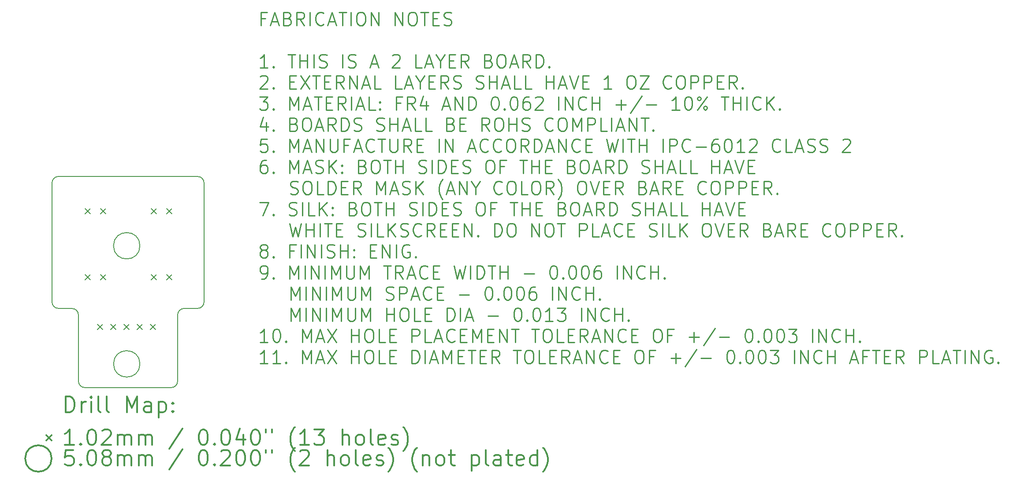
<source format=gbr>
G04 This is an RS-274x file exported by *
G04 gerbv version 2.6.0 *
G04 More information is available about gerbv at *
G04 http://gerbv.gpleda.org/ *
G04 --End of header info--*
%MOIN*%
%FSLAX34Y34*%
%IPPOS*%
G04 --Define apertures--*
%ADD10C,0.0050*%
%ADD11C,0.0059*%
%ADD12C,0.0079*%
%ADD13C,0.0118*%
%ADD14C,0.0138*%
%ADD15C,0.0100*%
G04 --Start main section--*
G54D11*
G01X0002350Y-020400D02*
G75*
G03X0001850Y-020900I0000000J-000500D01*
G01X0001850Y-029900D02*
G75*
G03X0002350Y-030400I0000500J0000000D01*
G01X0002350Y-030400D02*
G01X0003350Y-030400D01*
G01X0003850Y-035900D02*
G75*
G03X0004350Y-036400I0000500J0000000D01*
G01X0011850Y-030400D02*
G75*
G03X0011350Y-030900I0000000J-000500D01*
G01X0003850Y-030900D02*
G75*
G03X0003350Y-030400I-000500J0000000D01*
G01X0010850Y-036400D02*
G75*
G03X0011350Y-035900I0000000J0000500D01*
G01X0012850Y-030400D02*
G75*
G03X0013350Y-029900I0000000J0000500D01*
G01X0013350Y-020900D02*
G75*
G03X0012850Y-020400I-000500J0000000D01*
G01X0012850Y-030400D02*
G01X0011850Y-030400D01*
G01X0013350Y-020900D02*
G01X0013350Y-029900D01*
G01X0001850Y-020900D02*
G01X0001850Y-029900D01*
G01X0012850Y-020400D02*
G01X0002350Y-020400D01*
G01X0011350Y-035900D02*
G01X0011350Y-030900D01*
G01X0004350Y-036400D02*
G01X0010850Y-036400D01*
G01X0003850Y-030900D02*
G01X0003850Y-035900D01*
G54D12*
G01X0004337Y-022818D02*
G01X0004737Y-023218D01*
G01X0004737Y-022818D02*
G01X0004337Y-023218D01*
G01X0004337Y-027818D02*
G01X0004737Y-028218D01*
G01X0004737Y-027818D02*
G01X0004337Y-028218D01*
G01X0005300Y-031600D02*
G01X0005700Y-032000D01*
G01X0005700Y-031600D02*
G01X0005300Y-032000D01*
G01X0005518Y-022818D02*
G01X0005918Y-023218D01*
G01X0005918Y-022818D02*
G01X0005518Y-023218D01*
G01X0005518Y-027818D02*
G01X0005918Y-028218D01*
G01X0005918Y-027818D02*
G01X0005518Y-028218D01*
G01X0006300Y-031600D02*
G01X0006700Y-032000D01*
G01X0006700Y-031600D02*
G01X0006300Y-032000D01*
G01X0007300Y-031600D02*
G01X0007700Y-032000D01*
G01X0007700Y-031600D02*
G01X0007300Y-032000D01*
G01X0008300Y-031600D02*
G01X0008700Y-032000D01*
G01X0008700Y-031600D02*
G01X0008300Y-032000D01*
G01X0009300Y-031600D02*
G01X0009700Y-032000D01*
G01X0009700Y-031600D02*
G01X0009300Y-032000D01*
G01X0009337Y-022818D02*
G01X0009737Y-023218D01*
G01X0009737Y-022818D02*
G01X0009337Y-023218D01*
G01X0009337Y-027818D02*
G01X0009737Y-028218D01*
G01X0009737Y-027818D02*
G01X0009337Y-028218D01*
G01X0010518Y-022818D02*
G01X0010918Y-023218D01*
G01X0010918Y-022818D02*
G01X0010518Y-023218D01*
G01X0010518Y-027818D02*
G01X0010918Y-028218D01*
G01X0010918Y-027818D02*
G01X0010518Y-028218D01*
G01X0008500Y-025650D02*
G75*
G03X0008500Y-025650I-001000J0000000D01*
G01X0008500Y-034600D02*
G75*
G03X0008500Y-034600I-001000J0000000D01*
G54D13*
G01X0002889Y-038263D02*
G01X0002889Y-037082D01*
G01X0002889Y-037082D02*
G01X0003170Y-037082D01*
G01X0003170Y-037082D02*
G01X0003339Y-037138D01*
G01X0003339Y-037138D02*
G01X0003452Y-037251D01*
G01X0003452Y-037251D02*
G01X0003508Y-037363D01*
G01X0003508Y-037363D02*
G01X0003564Y-037588D01*
G01X0003564Y-037588D02*
G01X0003564Y-037757D01*
G01X0003564Y-037757D02*
G01X0003508Y-037982D01*
G01X0003508Y-037982D02*
G01X0003452Y-038094D01*
G01X0003452Y-038094D02*
G01X0003339Y-038207D01*
G01X0003339Y-038207D02*
G01X0003170Y-038263D01*
G01X0003170Y-038263D02*
G01X0002889Y-038263D01*
G01X0004070Y-038263D02*
G01X0004070Y-037476D01*
G01X0004070Y-037701D02*
G01X0004126Y-037588D01*
G01X0004126Y-037588D02*
G01X0004183Y-037532D01*
G01X0004183Y-037532D02*
G01X0004295Y-037476D01*
G01X0004295Y-037476D02*
G01X0004408Y-037476D01*
G01X0004801Y-038263D02*
G01X0004801Y-037476D01*
G01X0004801Y-037082D02*
G01X0004745Y-037138D01*
G01X0004745Y-037138D02*
G01X0004801Y-037194D01*
G01X0004801Y-037194D02*
G01X0004858Y-037138D01*
G01X0004858Y-037138D02*
G01X0004801Y-037082D01*
G01X0004801Y-037082D02*
G01X0004801Y-037194D01*
G01X0005533Y-038263D02*
G01X0005420Y-038207D01*
G01X0005420Y-038207D02*
G01X0005364Y-038094D01*
G01X0005364Y-038094D02*
G01X0005364Y-037082D01*
G01X0006151Y-038263D02*
G01X0006039Y-038207D01*
G01X0006039Y-038207D02*
G01X0005982Y-038094D01*
G01X0005982Y-038094D02*
G01X0005982Y-037082D01*
G01X0007501Y-038263D02*
G01X0007501Y-037082D01*
G01X0007501Y-037082D02*
G01X0007895Y-037926D01*
G01X0007895Y-037926D02*
G01X0008288Y-037082D01*
G01X0008288Y-037082D02*
G01X0008288Y-038263D01*
G01X0009357Y-038263D02*
G01X0009357Y-037644D01*
G01X0009357Y-037644D02*
G01X0009301Y-037532D01*
G01X0009301Y-037532D02*
G01X0009188Y-037476D01*
G01X0009188Y-037476D02*
G01X0008963Y-037476D01*
G01X0008963Y-037476D02*
G01X0008851Y-037532D01*
G01X0009357Y-038207D02*
G01X0009245Y-038263D01*
G01X0009245Y-038263D02*
G01X0008963Y-038263D01*
G01X0008963Y-038263D02*
G01X0008851Y-038207D01*
G01X0008851Y-038207D02*
G01X0008795Y-038094D01*
G01X0008795Y-038094D02*
G01X0008795Y-037982D01*
G01X0008795Y-037982D02*
G01X0008851Y-037869D01*
G01X0008851Y-037869D02*
G01X0008963Y-037813D01*
G01X0008963Y-037813D02*
G01X0009245Y-037813D01*
G01X0009245Y-037813D02*
G01X0009357Y-037757D01*
G01X0009919Y-037476D02*
G01X0009919Y-038657D01*
G01X0009919Y-037532D02*
G01X0010032Y-037476D01*
G01X0010032Y-037476D02*
G01X0010257Y-037476D01*
G01X0010257Y-037476D02*
G01X0010369Y-037532D01*
G01X0010369Y-037532D02*
G01X0010426Y-037588D01*
G01X0010426Y-037588D02*
G01X0010482Y-037701D01*
G01X0010482Y-037701D02*
G01X0010482Y-038038D01*
G01X0010482Y-038038D02*
G01X0010426Y-038151D01*
G01X0010426Y-038151D02*
G01X0010369Y-038207D01*
G01X0010369Y-038207D02*
G01X0010257Y-038263D01*
G01X0010257Y-038263D02*
G01X0010032Y-038263D01*
G01X0010032Y-038263D02*
G01X0009919Y-038207D01*
G01X0010988Y-038151D02*
G01X0011044Y-038207D01*
G01X0011044Y-038207D02*
G01X0010988Y-038263D01*
G01X0010988Y-038263D02*
G01X0010932Y-038207D01*
G01X0010932Y-038207D02*
G01X0010988Y-038151D01*
G01X0010988Y-038151D02*
G01X0010988Y-038263D01*
G01X0010988Y-037532D02*
G01X0011044Y-037588D01*
G01X0011044Y-037588D02*
G01X0010988Y-037644D01*
G01X0010988Y-037644D02*
G01X0010932Y-037588D01*
G01X0010932Y-037588D02*
G01X0010988Y-037532D01*
G01X0010988Y-037532D02*
G01X0010988Y-037644D01*
G01X0001420Y-040009D02*
G01X0001820Y-040409D01*
G01X0001820Y-040009D02*
G01X0001420Y-040409D01*
G01X0003508Y-040743D02*
G01X0002833Y-040743D01*
G01X0003170Y-040743D02*
G01X0003170Y-039562D01*
G01X0003170Y-039562D02*
G01X0003058Y-039731D01*
G01X0003058Y-039731D02*
G01X0002945Y-039843D01*
G01X0002945Y-039843D02*
G01X0002833Y-039900D01*
G01X0004014Y-040631D02*
G01X0004070Y-040687D01*
G01X0004070Y-040687D02*
G01X0004014Y-040743D01*
G01X0004014Y-040743D02*
G01X0003958Y-040687D01*
G01X0003958Y-040687D02*
G01X0004014Y-040631D01*
G01X0004014Y-040631D02*
G01X0004014Y-040743D01*
G01X0004801Y-039562D02*
G01X0004914Y-039562D01*
G01X0004914Y-039562D02*
G01X0005026Y-039619D01*
G01X0005026Y-039619D02*
G01X0005083Y-039675D01*
G01X0005083Y-039675D02*
G01X0005139Y-039787D01*
G01X0005139Y-039787D02*
G01X0005195Y-040012D01*
G01X0005195Y-040012D02*
G01X0005195Y-040293D01*
G01X0005195Y-040293D02*
G01X0005139Y-040518D01*
G01X0005139Y-040518D02*
G01X0005083Y-040631D01*
G01X0005083Y-040631D02*
G01X0005026Y-040687D01*
G01X0005026Y-040687D02*
G01X0004914Y-040743D01*
G01X0004914Y-040743D02*
G01X0004801Y-040743D01*
G01X0004801Y-040743D02*
G01X0004689Y-040687D01*
G01X0004689Y-040687D02*
G01X0004633Y-040631D01*
G01X0004633Y-040631D02*
G01X0004576Y-040518D01*
G01X0004576Y-040518D02*
G01X0004520Y-040293D01*
G01X0004520Y-040293D02*
G01X0004520Y-040012D01*
G01X0004520Y-040012D02*
G01X0004576Y-039787D01*
G01X0004576Y-039787D02*
G01X0004633Y-039675D01*
G01X0004633Y-039675D02*
G01X0004689Y-039619D01*
G01X0004689Y-039619D02*
G01X0004801Y-039562D01*
G01X0005645Y-039675D02*
G01X0005701Y-039619D01*
G01X0005701Y-039619D02*
G01X0005814Y-039562D01*
G01X0005814Y-039562D02*
G01X0006095Y-039562D01*
G01X0006095Y-039562D02*
G01X0006207Y-039619D01*
G01X0006207Y-039619D02*
G01X0006264Y-039675D01*
G01X0006264Y-039675D02*
G01X0006320Y-039787D01*
G01X0006320Y-039787D02*
G01X0006320Y-039900D01*
G01X0006320Y-039900D02*
G01X0006264Y-040068D01*
G01X0006264Y-040068D02*
G01X0005589Y-040743D01*
G01X0005589Y-040743D02*
G01X0006320Y-040743D01*
G01X0006826Y-040743D02*
G01X0006826Y-039956D01*
G01X0006826Y-040068D02*
G01X0006882Y-040012D01*
G01X0006882Y-040012D02*
G01X0006995Y-039956D01*
G01X0006995Y-039956D02*
G01X0007164Y-039956D01*
G01X0007164Y-039956D02*
G01X0007276Y-040012D01*
G01X0007276Y-040012D02*
G01X0007332Y-040125D01*
G01X0007332Y-040125D02*
G01X0007332Y-040743D01*
G01X0007332Y-040125D02*
G01X0007389Y-040012D01*
G01X0007389Y-040012D02*
G01X0007501Y-039956D01*
G01X0007501Y-039956D02*
G01X0007670Y-039956D01*
G01X0007670Y-039956D02*
G01X0007782Y-040012D01*
G01X0007782Y-040012D02*
G01X0007838Y-040125D01*
G01X0007838Y-040125D02*
G01X0007838Y-040743D01*
G01X0008401Y-040743D02*
G01X0008401Y-039956D01*
G01X0008401Y-040068D02*
G01X0008457Y-040012D01*
G01X0008457Y-040012D02*
G01X0008570Y-039956D01*
G01X0008570Y-039956D02*
G01X0008738Y-039956D01*
G01X0008738Y-039956D02*
G01X0008851Y-040012D01*
G01X0008851Y-040012D02*
G01X0008907Y-040125D01*
G01X0008907Y-040125D02*
G01X0008907Y-040743D01*
G01X0008907Y-040125D02*
G01X0008963Y-040012D01*
G01X0008963Y-040012D02*
G01X0009076Y-039956D01*
G01X0009076Y-039956D02*
G01X0009245Y-039956D01*
G01X0009245Y-039956D02*
G01X0009357Y-040012D01*
G01X0009357Y-040012D02*
G01X0009413Y-040125D01*
G01X0009413Y-040125D02*
G01X0009413Y-040743D01*
G01X0011719Y-039506D02*
G01X0010707Y-041025D01*
G01X0013238Y-039562D02*
G01X0013350Y-039562D01*
G01X0013350Y-039562D02*
G01X0013463Y-039619D01*
G01X0013463Y-039619D02*
G01X0013519Y-039675D01*
G01X0013519Y-039675D02*
G01X0013575Y-039787D01*
G01X0013575Y-039787D02*
G01X0013631Y-040012D01*
G01X0013631Y-040012D02*
G01X0013631Y-040293D01*
G01X0013631Y-040293D02*
G01X0013575Y-040518D01*
G01X0013575Y-040518D02*
G01X0013519Y-040631D01*
G01X0013519Y-040631D02*
G01X0013463Y-040687D01*
G01X0013463Y-040687D02*
G01X0013350Y-040743D01*
G01X0013350Y-040743D02*
G01X0013238Y-040743D01*
G01X0013238Y-040743D02*
G01X0013125Y-040687D01*
G01X0013125Y-040687D02*
G01X0013069Y-040631D01*
G01X0013069Y-040631D02*
G01X0013013Y-040518D01*
G01X0013013Y-040518D02*
G01X0012957Y-040293D01*
G01X0012957Y-040293D02*
G01X0012957Y-040012D01*
G01X0012957Y-040012D02*
G01X0013013Y-039787D01*
G01X0013013Y-039787D02*
G01X0013069Y-039675D01*
G01X0013069Y-039675D02*
G01X0013125Y-039619D01*
G01X0013125Y-039619D02*
G01X0013238Y-039562D01*
G01X0014138Y-040631D02*
G01X0014194Y-040687D01*
G01X0014194Y-040687D02*
G01X0014138Y-040743D01*
G01X0014138Y-040743D02*
G01X0014081Y-040687D01*
G01X0014081Y-040687D02*
G01X0014138Y-040631D01*
G01X0014138Y-040631D02*
G01X0014138Y-040743D01*
G01X0014925Y-039562D02*
G01X0015038Y-039562D01*
G01X0015038Y-039562D02*
G01X0015150Y-039619D01*
G01X0015150Y-039619D02*
G01X0015206Y-039675D01*
G01X0015206Y-039675D02*
G01X0015263Y-039787D01*
G01X0015263Y-039787D02*
G01X0015319Y-040012D01*
G01X0015319Y-040012D02*
G01X0015319Y-040293D01*
G01X0015319Y-040293D02*
G01X0015263Y-040518D01*
G01X0015263Y-040518D02*
G01X0015206Y-040631D01*
G01X0015206Y-040631D02*
G01X0015150Y-040687D01*
G01X0015150Y-040687D02*
G01X0015038Y-040743D01*
G01X0015038Y-040743D02*
G01X0014925Y-040743D01*
G01X0014925Y-040743D02*
G01X0014813Y-040687D01*
G01X0014813Y-040687D02*
G01X0014756Y-040631D01*
G01X0014756Y-040631D02*
G01X0014700Y-040518D01*
G01X0014700Y-040518D02*
G01X0014644Y-040293D01*
G01X0014644Y-040293D02*
G01X0014644Y-040012D01*
G01X0014644Y-040012D02*
G01X0014700Y-039787D01*
G01X0014700Y-039787D02*
G01X0014756Y-039675D01*
G01X0014756Y-039675D02*
G01X0014813Y-039619D01*
G01X0014813Y-039619D02*
G01X0014925Y-039562D01*
G01X0016331Y-039956D02*
G01X0016331Y-040743D01*
G01X0016050Y-039506D02*
G01X0015769Y-040350D01*
G01X0015769Y-040350D02*
G01X0016500Y-040350D01*
G01X0017175Y-039562D02*
G01X0017287Y-039562D01*
G01X0017287Y-039562D02*
G01X0017400Y-039619D01*
G01X0017400Y-039619D02*
G01X0017456Y-039675D01*
G01X0017456Y-039675D02*
G01X0017512Y-039787D01*
G01X0017512Y-039787D02*
G01X0017569Y-040012D01*
G01X0017569Y-040012D02*
G01X0017569Y-040293D01*
G01X0017569Y-040293D02*
G01X0017512Y-040518D01*
G01X0017512Y-040518D02*
G01X0017456Y-040631D01*
G01X0017456Y-040631D02*
G01X0017400Y-040687D01*
G01X0017400Y-040687D02*
G01X0017287Y-040743D01*
G01X0017287Y-040743D02*
G01X0017175Y-040743D01*
G01X0017175Y-040743D02*
G01X0017062Y-040687D01*
G01X0017062Y-040687D02*
G01X0017006Y-040631D01*
G01X0017006Y-040631D02*
G01X0016950Y-040518D01*
G01X0016950Y-040518D02*
G01X0016894Y-040293D01*
G01X0016894Y-040293D02*
G01X0016894Y-040012D01*
G01X0016894Y-040012D02*
G01X0016950Y-039787D01*
G01X0016950Y-039787D02*
G01X0017006Y-039675D01*
G01X0017006Y-039675D02*
G01X0017062Y-039619D01*
G01X0017062Y-039619D02*
G01X0017175Y-039562D01*
G01X0018018Y-039562D02*
G01X0018018Y-039787D01*
G01X0018468Y-039562D02*
G01X0018468Y-039787D01*
G01X0020212Y-041193D02*
G01X0020156Y-041137D01*
G01X0020156Y-041137D02*
G01X0020043Y-040968D01*
G01X0020043Y-040968D02*
G01X0019987Y-040856D01*
G01X0019987Y-040856D02*
G01X0019931Y-040687D01*
G01X0019931Y-040687D02*
G01X0019874Y-040406D01*
G01X0019874Y-040406D02*
G01X0019874Y-040181D01*
G01X0019874Y-040181D02*
G01X0019931Y-039900D01*
G01X0019931Y-039900D02*
G01X0019987Y-039731D01*
G01X0019987Y-039731D02*
G01X0020043Y-039619D01*
G01X0020043Y-039619D02*
G01X0020156Y-039450D01*
G01X0020156Y-039450D02*
G01X0020212Y-039394D01*
G01X0021281Y-040743D02*
G01X0020606Y-040743D01*
G01X0020943Y-040743D02*
G01X0020943Y-039562D01*
G01X0020943Y-039562D02*
G01X0020831Y-039731D01*
G01X0020831Y-039731D02*
G01X0020718Y-039843D01*
G01X0020718Y-039843D02*
G01X0020606Y-039900D01*
G01X0021674Y-039562D02*
G01X0022405Y-039562D01*
G01X0022405Y-039562D02*
G01X0022012Y-040012D01*
G01X0022012Y-040012D02*
G01X0022180Y-040012D01*
G01X0022180Y-040012D02*
G01X0022293Y-040068D01*
G01X0022293Y-040068D02*
G01X0022349Y-040125D01*
G01X0022349Y-040125D02*
G01X0022405Y-040237D01*
G01X0022405Y-040237D02*
G01X0022405Y-040518D01*
G01X0022405Y-040518D02*
G01X0022349Y-040631D01*
G01X0022349Y-040631D02*
G01X0022293Y-040687D01*
G01X0022293Y-040687D02*
G01X0022180Y-040743D01*
G01X0022180Y-040743D02*
G01X0021843Y-040743D01*
G01X0021843Y-040743D02*
G01X0021730Y-040687D01*
G01X0021730Y-040687D02*
G01X0021674Y-040631D01*
G01X0023811Y-040743D02*
G01X0023811Y-039562D01*
G01X0024318Y-040743D02*
G01X0024318Y-040125D01*
G01X0024318Y-040125D02*
G01X0024261Y-040012D01*
G01X0024261Y-040012D02*
G01X0024149Y-039956D01*
G01X0024149Y-039956D02*
G01X0023980Y-039956D01*
G01X0023980Y-039956D02*
G01X0023868Y-040012D01*
G01X0023868Y-040012D02*
G01X0023811Y-040068D01*
G01X0025049Y-040743D02*
G01X0024936Y-040687D01*
G01X0024936Y-040687D02*
G01X0024880Y-040631D01*
G01X0024880Y-040631D02*
G01X0024824Y-040518D01*
G01X0024824Y-040518D02*
G01X0024824Y-040181D01*
G01X0024824Y-040181D02*
G01X0024880Y-040068D01*
G01X0024880Y-040068D02*
G01X0024936Y-040012D01*
G01X0024936Y-040012D02*
G01X0025049Y-039956D01*
G01X0025049Y-039956D02*
G01X0025218Y-039956D01*
G01X0025218Y-039956D02*
G01X0025330Y-040012D01*
G01X0025330Y-040012D02*
G01X0025386Y-040068D01*
G01X0025386Y-040068D02*
G01X0025443Y-040181D01*
G01X0025443Y-040181D02*
G01X0025443Y-040518D01*
G01X0025443Y-040518D02*
G01X0025386Y-040631D01*
G01X0025386Y-040631D02*
G01X0025330Y-040687D01*
G01X0025330Y-040687D02*
G01X0025218Y-040743D01*
G01X0025218Y-040743D02*
G01X0025049Y-040743D01*
G01X0026117Y-040743D02*
G01X0026005Y-040687D01*
G01X0026005Y-040687D02*
G01X0025949Y-040575D01*
G01X0025949Y-040575D02*
G01X0025949Y-039562D01*
G01X0027017Y-040687D02*
G01X0026905Y-040743D01*
G01X0026905Y-040743D02*
G01X0026680Y-040743D01*
G01X0026680Y-040743D02*
G01X0026567Y-040687D01*
G01X0026567Y-040687D02*
G01X0026511Y-040575D01*
G01X0026511Y-040575D02*
G01X0026511Y-040125D01*
G01X0026511Y-040125D02*
G01X0026567Y-040012D01*
G01X0026567Y-040012D02*
G01X0026680Y-039956D01*
G01X0026680Y-039956D02*
G01X0026905Y-039956D01*
G01X0026905Y-039956D02*
G01X0027017Y-040012D01*
G01X0027017Y-040012D02*
G01X0027074Y-040125D01*
G01X0027074Y-040125D02*
G01X0027074Y-040237D01*
G01X0027074Y-040237D02*
G01X0026511Y-040350D01*
G01X0027524Y-040687D02*
G01X0027636Y-040743D01*
G01X0027636Y-040743D02*
G01X0027861Y-040743D01*
G01X0027861Y-040743D02*
G01X0027973Y-040687D01*
G01X0027973Y-040687D02*
G01X0028030Y-040575D01*
G01X0028030Y-040575D02*
G01X0028030Y-040518D01*
G01X0028030Y-040518D02*
G01X0027973Y-040406D01*
G01X0027973Y-040406D02*
G01X0027861Y-040350D01*
G01X0027861Y-040350D02*
G01X0027692Y-040350D01*
G01X0027692Y-040350D02*
G01X0027580Y-040293D01*
G01X0027580Y-040293D02*
G01X0027524Y-040181D01*
G01X0027524Y-040181D02*
G01X0027524Y-040125D01*
G01X0027524Y-040125D02*
G01X0027580Y-040012D01*
G01X0027580Y-040012D02*
G01X0027692Y-039956D01*
G01X0027692Y-039956D02*
G01X0027861Y-039956D01*
G01X0027861Y-039956D02*
G01X0027973Y-040012D01*
G01X0028423Y-041193D02*
G01X0028480Y-041137D01*
G01X0028480Y-041137D02*
G01X0028592Y-040968D01*
G01X0028592Y-040968D02*
G01X0028648Y-040856D01*
G01X0028648Y-040856D02*
G01X0028705Y-040687D01*
G01X0028705Y-040687D02*
G01X0028761Y-040406D01*
G01X0028761Y-040406D02*
G01X0028761Y-040181D01*
G01X0028761Y-040181D02*
G01X0028705Y-039900D01*
G01X0028705Y-039900D02*
G01X0028648Y-039731D01*
G01X0028648Y-039731D02*
G01X0028592Y-039619D01*
G01X0028592Y-039619D02*
G01X0028480Y-039450D01*
G01X0028480Y-039450D02*
G01X0028423Y-039394D01*
G01X0001820Y-041768D02*
G75*
G03X0001820Y-041768I-001000J0000000D01*
G01X0003452Y-041121D02*
G01X0002889Y-041121D01*
G01X0002889Y-041121D02*
G01X0002833Y-041684D01*
G01X0002833Y-041684D02*
G01X0002889Y-041628D01*
G01X0002889Y-041628D02*
G01X0003002Y-041571D01*
G01X0003002Y-041571D02*
G01X0003283Y-041571D01*
G01X0003283Y-041571D02*
G01X0003395Y-041628D01*
G01X0003395Y-041628D02*
G01X0003452Y-041684D01*
G01X0003452Y-041684D02*
G01X0003508Y-041796D01*
G01X0003508Y-041796D02*
G01X0003508Y-042077D01*
G01X0003508Y-042077D02*
G01X0003452Y-042190D01*
G01X0003452Y-042190D02*
G01X0003395Y-042246D01*
G01X0003395Y-042246D02*
G01X0003283Y-042302D01*
G01X0003283Y-042302D02*
G01X0003002Y-042302D01*
G01X0003002Y-042302D02*
G01X0002889Y-042246D01*
G01X0002889Y-042246D02*
G01X0002833Y-042190D01*
G01X0004014Y-042190D02*
G01X0004070Y-042246D01*
G01X0004070Y-042246D02*
G01X0004014Y-042302D01*
G01X0004014Y-042302D02*
G01X0003958Y-042246D01*
G01X0003958Y-042246D02*
G01X0004014Y-042190D01*
G01X0004014Y-042190D02*
G01X0004014Y-042302D01*
G01X0004801Y-041121D02*
G01X0004914Y-041121D01*
G01X0004914Y-041121D02*
G01X0005026Y-041178D01*
G01X0005026Y-041178D02*
G01X0005083Y-041234D01*
G01X0005083Y-041234D02*
G01X0005139Y-041346D01*
G01X0005139Y-041346D02*
G01X0005195Y-041571D01*
G01X0005195Y-041571D02*
G01X0005195Y-041852D01*
G01X0005195Y-041852D02*
G01X0005139Y-042077D01*
G01X0005139Y-042077D02*
G01X0005083Y-042190D01*
G01X0005083Y-042190D02*
G01X0005026Y-042246D01*
G01X0005026Y-042246D02*
G01X0004914Y-042302D01*
G01X0004914Y-042302D02*
G01X0004801Y-042302D01*
G01X0004801Y-042302D02*
G01X0004689Y-042246D01*
G01X0004689Y-042246D02*
G01X0004633Y-042190D01*
G01X0004633Y-042190D02*
G01X0004576Y-042077D01*
G01X0004576Y-042077D02*
G01X0004520Y-041852D01*
G01X0004520Y-041852D02*
G01X0004520Y-041571D01*
G01X0004520Y-041571D02*
G01X0004576Y-041346D01*
G01X0004576Y-041346D02*
G01X0004633Y-041234D01*
G01X0004633Y-041234D02*
G01X0004689Y-041178D01*
G01X0004689Y-041178D02*
G01X0004801Y-041121D01*
G01X0005870Y-041628D02*
G01X0005757Y-041571D01*
G01X0005757Y-041571D02*
G01X0005701Y-041515D01*
G01X0005701Y-041515D02*
G01X0005645Y-041403D01*
G01X0005645Y-041403D02*
G01X0005645Y-041346D01*
G01X0005645Y-041346D02*
G01X0005701Y-041234D01*
G01X0005701Y-041234D02*
G01X0005757Y-041178D01*
G01X0005757Y-041178D02*
G01X0005870Y-041121D01*
G01X0005870Y-041121D02*
G01X0006095Y-041121D01*
G01X0006095Y-041121D02*
G01X0006207Y-041178D01*
G01X0006207Y-041178D02*
G01X0006264Y-041234D01*
G01X0006264Y-041234D02*
G01X0006320Y-041346D01*
G01X0006320Y-041346D02*
G01X0006320Y-041403D01*
G01X0006320Y-041403D02*
G01X0006264Y-041515D01*
G01X0006264Y-041515D02*
G01X0006207Y-041571D01*
G01X0006207Y-041571D02*
G01X0006095Y-041628D01*
G01X0006095Y-041628D02*
G01X0005870Y-041628D01*
G01X0005870Y-041628D02*
G01X0005757Y-041684D01*
G01X0005757Y-041684D02*
G01X0005701Y-041740D01*
G01X0005701Y-041740D02*
G01X0005645Y-041852D01*
G01X0005645Y-041852D02*
G01X0005645Y-042077D01*
G01X0005645Y-042077D02*
G01X0005701Y-042190D01*
G01X0005701Y-042190D02*
G01X0005757Y-042246D01*
G01X0005757Y-042246D02*
G01X0005870Y-042302D01*
G01X0005870Y-042302D02*
G01X0006095Y-042302D01*
G01X0006095Y-042302D02*
G01X0006207Y-042246D01*
G01X0006207Y-042246D02*
G01X0006264Y-042190D01*
G01X0006264Y-042190D02*
G01X0006320Y-042077D01*
G01X0006320Y-042077D02*
G01X0006320Y-041852D01*
G01X0006320Y-041852D02*
G01X0006264Y-041740D01*
G01X0006264Y-041740D02*
G01X0006207Y-041684D01*
G01X0006207Y-041684D02*
G01X0006095Y-041628D01*
G01X0006826Y-042302D02*
G01X0006826Y-041515D01*
G01X0006826Y-041628D02*
G01X0006882Y-041571D01*
G01X0006882Y-041571D02*
G01X0006995Y-041515D01*
G01X0006995Y-041515D02*
G01X0007164Y-041515D01*
G01X0007164Y-041515D02*
G01X0007276Y-041571D01*
G01X0007276Y-041571D02*
G01X0007332Y-041684D01*
G01X0007332Y-041684D02*
G01X0007332Y-042302D01*
G01X0007332Y-041684D02*
G01X0007389Y-041571D01*
G01X0007389Y-041571D02*
G01X0007501Y-041515D01*
G01X0007501Y-041515D02*
G01X0007670Y-041515D01*
G01X0007670Y-041515D02*
G01X0007782Y-041571D01*
G01X0007782Y-041571D02*
G01X0007838Y-041684D01*
G01X0007838Y-041684D02*
G01X0007838Y-042302D01*
G01X0008401Y-042302D02*
G01X0008401Y-041515D01*
G01X0008401Y-041628D02*
G01X0008457Y-041571D01*
G01X0008457Y-041571D02*
G01X0008570Y-041515D01*
G01X0008570Y-041515D02*
G01X0008738Y-041515D01*
G01X0008738Y-041515D02*
G01X0008851Y-041571D01*
G01X0008851Y-041571D02*
G01X0008907Y-041684D01*
G01X0008907Y-041684D02*
G01X0008907Y-042302D01*
G01X0008907Y-041684D02*
G01X0008963Y-041571D01*
G01X0008963Y-041571D02*
G01X0009076Y-041515D01*
G01X0009076Y-041515D02*
G01X0009245Y-041515D01*
G01X0009245Y-041515D02*
G01X0009357Y-041571D01*
G01X0009357Y-041571D02*
G01X0009413Y-041684D01*
G01X0009413Y-041684D02*
G01X0009413Y-042302D01*
G01X0011719Y-041065D02*
G01X0010707Y-042584D01*
G01X0013238Y-041121D02*
G01X0013350Y-041121D01*
G01X0013350Y-041121D02*
G01X0013463Y-041178D01*
G01X0013463Y-041178D02*
G01X0013519Y-041234D01*
G01X0013519Y-041234D02*
G01X0013575Y-041346D01*
G01X0013575Y-041346D02*
G01X0013631Y-041571D01*
G01X0013631Y-041571D02*
G01X0013631Y-041852D01*
G01X0013631Y-041852D02*
G01X0013575Y-042077D01*
G01X0013575Y-042077D02*
G01X0013519Y-042190D01*
G01X0013519Y-042190D02*
G01X0013463Y-042246D01*
G01X0013463Y-042246D02*
G01X0013350Y-042302D01*
G01X0013350Y-042302D02*
G01X0013238Y-042302D01*
G01X0013238Y-042302D02*
G01X0013125Y-042246D01*
G01X0013125Y-042246D02*
G01X0013069Y-042190D01*
G01X0013069Y-042190D02*
G01X0013013Y-042077D01*
G01X0013013Y-042077D02*
G01X0012957Y-041852D01*
G01X0012957Y-041852D02*
G01X0012957Y-041571D01*
G01X0012957Y-041571D02*
G01X0013013Y-041346D01*
G01X0013013Y-041346D02*
G01X0013069Y-041234D01*
G01X0013069Y-041234D02*
G01X0013125Y-041178D01*
G01X0013125Y-041178D02*
G01X0013238Y-041121D01*
G01X0014138Y-042190D02*
G01X0014194Y-042246D01*
G01X0014194Y-042246D02*
G01X0014138Y-042302D01*
G01X0014138Y-042302D02*
G01X0014081Y-042246D01*
G01X0014081Y-042246D02*
G01X0014138Y-042190D01*
G01X0014138Y-042190D02*
G01X0014138Y-042302D01*
G01X0014644Y-041234D02*
G01X0014700Y-041178D01*
G01X0014700Y-041178D02*
G01X0014813Y-041121D01*
G01X0014813Y-041121D02*
G01X0015094Y-041121D01*
G01X0015094Y-041121D02*
G01X0015206Y-041178D01*
G01X0015206Y-041178D02*
G01X0015263Y-041234D01*
G01X0015263Y-041234D02*
G01X0015319Y-041346D01*
G01X0015319Y-041346D02*
G01X0015319Y-041459D01*
G01X0015319Y-041459D02*
G01X0015263Y-041628D01*
G01X0015263Y-041628D02*
G01X0014588Y-042302D01*
G01X0014588Y-042302D02*
G01X0015319Y-042302D01*
G01X0016050Y-041121D02*
G01X0016162Y-041121D01*
G01X0016162Y-041121D02*
G01X0016275Y-041178D01*
G01X0016275Y-041178D02*
G01X0016331Y-041234D01*
G01X0016331Y-041234D02*
G01X0016387Y-041346D01*
G01X0016387Y-041346D02*
G01X0016444Y-041571D01*
G01X0016444Y-041571D02*
G01X0016444Y-041852D01*
G01X0016444Y-041852D02*
G01X0016387Y-042077D01*
G01X0016387Y-042077D02*
G01X0016331Y-042190D01*
G01X0016331Y-042190D02*
G01X0016275Y-042246D01*
G01X0016275Y-042246D02*
G01X0016162Y-042302D01*
G01X0016162Y-042302D02*
G01X0016050Y-042302D01*
G01X0016050Y-042302D02*
G01X0015937Y-042246D01*
G01X0015937Y-042246D02*
G01X0015881Y-042190D01*
G01X0015881Y-042190D02*
G01X0015825Y-042077D01*
G01X0015825Y-042077D02*
G01X0015769Y-041852D01*
G01X0015769Y-041852D02*
G01X0015769Y-041571D01*
G01X0015769Y-041571D02*
G01X0015825Y-041346D01*
G01X0015825Y-041346D02*
G01X0015881Y-041234D01*
G01X0015881Y-041234D02*
G01X0015937Y-041178D01*
G01X0015937Y-041178D02*
G01X0016050Y-041121D01*
G01X0017175Y-041121D02*
G01X0017287Y-041121D01*
G01X0017287Y-041121D02*
G01X0017400Y-041178D01*
G01X0017400Y-041178D02*
G01X0017456Y-041234D01*
G01X0017456Y-041234D02*
G01X0017512Y-041346D01*
G01X0017512Y-041346D02*
G01X0017569Y-041571D01*
G01X0017569Y-041571D02*
G01X0017569Y-041852D01*
G01X0017569Y-041852D02*
G01X0017512Y-042077D01*
G01X0017512Y-042077D02*
G01X0017456Y-042190D01*
G01X0017456Y-042190D02*
G01X0017400Y-042246D01*
G01X0017400Y-042246D02*
G01X0017287Y-042302D01*
G01X0017287Y-042302D02*
G01X0017175Y-042302D01*
G01X0017175Y-042302D02*
G01X0017062Y-042246D01*
G01X0017062Y-042246D02*
G01X0017006Y-042190D01*
G01X0017006Y-042190D02*
G01X0016950Y-042077D01*
G01X0016950Y-042077D02*
G01X0016894Y-041852D01*
G01X0016894Y-041852D02*
G01X0016894Y-041571D01*
G01X0016894Y-041571D02*
G01X0016950Y-041346D01*
G01X0016950Y-041346D02*
G01X0017006Y-041234D01*
G01X0017006Y-041234D02*
G01X0017062Y-041178D01*
G01X0017062Y-041178D02*
G01X0017175Y-041121D01*
G01X0018018Y-041121D02*
G01X0018018Y-041346D01*
G01X0018468Y-041121D02*
G01X0018468Y-041346D01*
G01X0020212Y-042752D02*
G01X0020156Y-042696D01*
G01X0020156Y-042696D02*
G01X0020043Y-042527D01*
G01X0020043Y-042527D02*
G01X0019987Y-042415D01*
G01X0019987Y-042415D02*
G01X0019931Y-042246D01*
G01X0019931Y-042246D02*
G01X0019874Y-041965D01*
G01X0019874Y-041965D02*
G01X0019874Y-041740D01*
G01X0019874Y-041740D02*
G01X0019931Y-041459D01*
G01X0019931Y-041459D02*
G01X0019987Y-041290D01*
G01X0019987Y-041290D02*
G01X0020043Y-041178D01*
G01X0020043Y-041178D02*
G01X0020156Y-041009D01*
G01X0020156Y-041009D02*
G01X0020212Y-040953D01*
G01X0020606Y-041234D02*
G01X0020662Y-041178D01*
G01X0020662Y-041178D02*
G01X0020774Y-041121D01*
G01X0020774Y-041121D02*
G01X0021056Y-041121D01*
G01X0021056Y-041121D02*
G01X0021168Y-041178D01*
G01X0021168Y-041178D02*
G01X0021224Y-041234D01*
G01X0021224Y-041234D02*
G01X0021281Y-041346D01*
G01X0021281Y-041346D02*
G01X0021281Y-041459D01*
G01X0021281Y-041459D02*
G01X0021224Y-041628D01*
G01X0021224Y-041628D02*
G01X0020549Y-042302D01*
G01X0020549Y-042302D02*
G01X0021281Y-042302D01*
G01X0022687Y-042302D02*
G01X0022687Y-041121D01*
G01X0023193Y-042302D02*
G01X0023193Y-041684D01*
G01X0023193Y-041684D02*
G01X0023137Y-041571D01*
G01X0023137Y-041571D02*
G01X0023024Y-041515D01*
G01X0023024Y-041515D02*
G01X0022855Y-041515D01*
G01X0022855Y-041515D02*
G01X0022743Y-041571D01*
G01X0022743Y-041571D02*
G01X0022687Y-041628D01*
G01X0023924Y-042302D02*
G01X0023811Y-042246D01*
G01X0023811Y-042246D02*
G01X0023755Y-042190D01*
G01X0023755Y-042190D02*
G01X0023699Y-042077D01*
G01X0023699Y-042077D02*
G01X0023699Y-041740D01*
G01X0023699Y-041740D02*
G01X0023755Y-041628D01*
G01X0023755Y-041628D02*
G01X0023811Y-041571D01*
G01X0023811Y-041571D02*
G01X0023924Y-041515D01*
G01X0023924Y-041515D02*
G01X0024093Y-041515D01*
G01X0024093Y-041515D02*
G01X0024205Y-041571D01*
G01X0024205Y-041571D02*
G01X0024261Y-041628D01*
G01X0024261Y-041628D02*
G01X0024318Y-041740D01*
G01X0024318Y-041740D02*
G01X0024318Y-042077D01*
G01X0024318Y-042077D02*
G01X0024261Y-042190D01*
G01X0024261Y-042190D02*
G01X0024205Y-042246D01*
G01X0024205Y-042246D02*
G01X0024093Y-042302D01*
G01X0024093Y-042302D02*
G01X0023924Y-042302D01*
G01X0024993Y-042302D02*
G01X0024880Y-042246D01*
G01X0024880Y-042246D02*
G01X0024824Y-042134D01*
G01X0024824Y-042134D02*
G01X0024824Y-041121D01*
G01X0025892Y-042246D02*
G01X0025780Y-042302D01*
G01X0025780Y-042302D02*
G01X0025555Y-042302D01*
G01X0025555Y-042302D02*
G01X0025443Y-042246D01*
G01X0025443Y-042246D02*
G01X0025386Y-042134D01*
G01X0025386Y-042134D02*
G01X0025386Y-041684D01*
G01X0025386Y-041684D02*
G01X0025443Y-041571D01*
G01X0025443Y-041571D02*
G01X0025555Y-041515D01*
G01X0025555Y-041515D02*
G01X0025780Y-041515D01*
G01X0025780Y-041515D02*
G01X0025892Y-041571D01*
G01X0025892Y-041571D02*
G01X0025949Y-041684D01*
G01X0025949Y-041684D02*
G01X0025949Y-041796D01*
G01X0025949Y-041796D02*
G01X0025386Y-041909D01*
G01X0026399Y-042246D02*
G01X0026511Y-042302D01*
G01X0026511Y-042302D02*
G01X0026736Y-042302D01*
G01X0026736Y-042302D02*
G01X0026849Y-042246D01*
G01X0026849Y-042246D02*
G01X0026905Y-042134D01*
G01X0026905Y-042134D02*
G01X0026905Y-042077D01*
G01X0026905Y-042077D02*
G01X0026849Y-041965D01*
G01X0026849Y-041965D02*
G01X0026736Y-041909D01*
G01X0026736Y-041909D02*
G01X0026567Y-041909D01*
G01X0026567Y-041909D02*
G01X0026455Y-041852D01*
G01X0026455Y-041852D02*
G01X0026399Y-041740D01*
G01X0026399Y-041740D02*
G01X0026399Y-041684D01*
G01X0026399Y-041684D02*
G01X0026455Y-041571D01*
G01X0026455Y-041571D02*
G01X0026567Y-041515D01*
G01X0026567Y-041515D02*
G01X0026736Y-041515D01*
G01X0026736Y-041515D02*
G01X0026849Y-041571D01*
G01X0027299Y-042752D02*
G01X0027355Y-042696D01*
G01X0027355Y-042696D02*
G01X0027467Y-042527D01*
G01X0027467Y-042527D02*
G01X0027524Y-042415D01*
G01X0027524Y-042415D02*
G01X0027580Y-042246D01*
G01X0027580Y-042246D02*
G01X0027636Y-041965D01*
G01X0027636Y-041965D02*
G01X0027636Y-041740D01*
G01X0027636Y-041740D02*
G01X0027580Y-041459D01*
G01X0027580Y-041459D02*
G01X0027524Y-041290D01*
G01X0027524Y-041290D02*
G01X0027467Y-041178D01*
G01X0027467Y-041178D02*
G01X0027355Y-041009D01*
G01X0027355Y-041009D02*
G01X0027299Y-040953D01*
G01X0029436Y-042752D02*
G01X0029380Y-042696D01*
G01X0029380Y-042696D02*
G01X0029267Y-042527D01*
G01X0029267Y-042527D02*
G01X0029211Y-042415D01*
G01X0029211Y-042415D02*
G01X0029155Y-042246D01*
G01X0029155Y-042246D02*
G01X0029098Y-041965D01*
G01X0029098Y-041965D02*
G01X0029098Y-041740D01*
G01X0029098Y-041740D02*
G01X0029155Y-041459D01*
G01X0029155Y-041459D02*
G01X0029211Y-041290D01*
G01X0029211Y-041290D02*
G01X0029267Y-041178D01*
G01X0029267Y-041178D02*
G01X0029380Y-041009D01*
G01X0029380Y-041009D02*
G01X0029436Y-040953D01*
G01X0029886Y-041515D02*
G01X0029886Y-042302D01*
G01X0029886Y-041628D02*
G01X0029942Y-041571D01*
G01X0029942Y-041571D02*
G01X0030054Y-041515D01*
G01X0030054Y-041515D02*
G01X0030223Y-041515D01*
G01X0030223Y-041515D02*
G01X0030336Y-041571D01*
G01X0030336Y-041571D02*
G01X0030392Y-041684D01*
G01X0030392Y-041684D02*
G01X0030392Y-042302D01*
G01X0031123Y-042302D02*
G01X0031011Y-042246D01*
G01X0031011Y-042246D02*
G01X0030954Y-042190D01*
G01X0030954Y-042190D02*
G01X0030898Y-042077D01*
G01X0030898Y-042077D02*
G01X0030898Y-041740D01*
G01X0030898Y-041740D02*
G01X0030954Y-041628D01*
G01X0030954Y-041628D02*
G01X0031011Y-041571D01*
G01X0031011Y-041571D02*
G01X0031123Y-041515D01*
G01X0031123Y-041515D02*
G01X0031292Y-041515D01*
G01X0031292Y-041515D02*
G01X0031404Y-041571D01*
G01X0031404Y-041571D02*
G01X0031461Y-041628D01*
G01X0031461Y-041628D02*
G01X0031517Y-041740D01*
G01X0031517Y-041740D02*
G01X0031517Y-042077D01*
G01X0031517Y-042077D02*
G01X0031461Y-042190D01*
G01X0031461Y-042190D02*
G01X0031404Y-042246D01*
G01X0031404Y-042246D02*
G01X0031292Y-042302D01*
G01X0031292Y-042302D02*
G01X0031123Y-042302D01*
G01X0031854Y-041515D02*
G01X0032304Y-041515D01*
G01X0032023Y-041121D02*
G01X0032023Y-042134D01*
G01X0032023Y-042134D02*
G01X0032079Y-042246D01*
G01X0032079Y-042246D02*
G01X0032192Y-042302D01*
G01X0032192Y-042302D02*
G01X0032304Y-042302D01*
G01X0033598Y-041515D02*
G01X0033598Y-042696D01*
G01X0033598Y-041571D02*
G01X0033710Y-041515D01*
G01X0033710Y-041515D02*
G01X0033935Y-041515D01*
G01X0033935Y-041515D02*
G01X0034048Y-041571D01*
G01X0034048Y-041571D02*
G01X0034104Y-041628D01*
G01X0034104Y-041628D02*
G01X0034160Y-041740D01*
G01X0034160Y-041740D02*
G01X0034160Y-042077D01*
G01X0034160Y-042077D02*
G01X0034104Y-042190D01*
G01X0034104Y-042190D02*
G01X0034048Y-042246D01*
G01X0034048Y-042246D02*
G01X0033935Y-042302D01*
G01X0033935Y-042302D02*
G01X0033710Y-042302D01*
G01X0033710Y-042302D02*
G01X0033598Y-042246D01*
G01X0034835Y-042302D02*
G01X0034723Y-042246D01*
G01X0034723Y-042246D02*
G01X0034666Y-042134D01*
G01X0034666Y-042134D02*
G01X0034666Y-041121D01*
G01X0035791Y-042302D02*
G01X0035791Y-041684D01*
G01X0035791Y-041684D02*
G01X0035735Y-041571D01*
G01X0035735Y-041571D02*
G01X0035622Y-041515D01*
G01X0035622Y-041515D02*
G01X0035398Y-041515D01*
G01X0035398Y-041515D02*
G01X0035285Y-041571D01*
G01X0035791Y-042246D02*
G01X0035679Y-042302D01*
G01X0035679Y-042302D02*
G01X0035398Y-042302D01*
G01X0035398Y-042302D02*
G01X0035285Y-042246D01*
G01X0035285Y-042246D02*
G01X0035229Y-042134D01*
G01X0035229Y-042134D02*
G01X0035229Y-042021D01*
G01X0035229Y-042021D02*
G01X0035285Y-041909D01*
G01X0035285Y-041909D02*
G01X0035398Y-041852D01*
G01X0035398Y-041852D02*
G01X0035679Y-041852D01*
G01X0035679Y-041852D02*
G01X0035791Y-041796D01*
G01X0036185Y-041515D02*
G01X0036635Y-041515D01*
G01X0036354Y-041121D02*
G01X0036354Y-042134D01*
G01X0036354Y-042134D02*
G01X0036410Y-042246D01*
G01X0036410Y-042246D02*
G01X0036522Y-042302D01*
G01X0036522Y-042302D02*
G01X0036635Y-042302D01*
G01X0037479Y-042246D02*
G01X0037366Y-042302D01*
G01X0037366Y-042302D02*
G01X0037141Y-042302D01*
G01X0037141Y-042302D02*
G01X0037029Y-042246D01*
G01X0037029Y-042246D02*
G01X0036972Y-042134D01*
G01X0036972Y-042134D02*
G01X0036972Y-041684D01*
G01X0036972Y-041684D02*
G01X0037029Y-041571D01*
G01X0037029Y-041571D02*
G01X0037141Y-041515D01*
G01X0037141Y-041515D02*
G01X0037366Y-041515D01*
G01X0037366Y-041515D02*
G01X0037479Y-041571D01*
G01X0037479Y-041571D02*
G01X0037535Y-041684D01*
G01X0037535Y-041684D02*
G01X0037535Y-041796D01*
G01X0037535Y-041796D02*
G01X0036972Y-041909D01*
G01X0038547Y-042302D02*
G01X0038547Y-041121D01*
G01X0038547Y-042246D02*
G01X0038435Y-042302D01*
G01X0038435Y-042302D02*
G01X0038210Y-042302D01*
G01X0038210Y-042302D02*
G01X0038097Y-042246D01*
G01X0038097Y-042246D02*
G01X0038041Y-042190D01*
G01X0038041Y-042190D02*
G01X0037985Y-042077D01*
G01X0037985Y-042077D02*
G01X0037985Y-041740D01*
G01X0037985Y-041740D02*
G01X0038041Y-041628D01*
G01X0038041Y-041628D02*
G01X0038097Y-041571D01*
G01X0038097Y-041571D02*
G01X0038210Y-041515D01*
G01X0038210Y-041515D02*
G01X0038435Y-041515D01*
G01X0038435Y-041515D02*
G01X0038547Y-041571D01*
G01X0038997Y-042752D02*
G01X0039053Y-042696D01*
G01X0039053Y-042696D02*
G01X0039166Y-042527D01*
G01X0039166Y-042527D02*
G01X0039222Y-042415D01*
G01X0039222Y-042415D02*
G01X0039278Y-042246D01*
G01X0039278Y-042246D02*
G01X0039335Y-041965D01*
G01X0039335Y-041965D02*
G01X0039335Y-041740D01*
G01X0039335Y-041740D02*
G01X0039278Y-041459D01*
G01X0039278Y-041459D02*
G01X0039222Y-041290D01*
G01X0039222Y-041290D02*
G01X0039166Y-041178D01*
G01X0039166Y-041178D02*
G01X0039053Y-041009D01*
G01X0039053Y-041009D02*
G01X0038997Y-040953D01*
G01X0000000Y0000000D02*
G54D11*
G01X0002350Y-020400D02*
G75*
G03X0001850Y-020900I0000000J-000500D01*
G01X0001850Y-029900D02*
G75*
G03X0002350Y-030400I0000500J0000000D01*
G01X0002350Y-030400D02*
G01X0003350Y-030400D01*
G01X0003850Y-035900D02*
G75*
G03X0004350Y-036400I0000500J0000000D01*
G01X0011850Y-030400D02*
G75*
G03X0011350Y-030900I0000000J-000500D01*
G01X0003850Y-030900D02*
G75*
G03X0003350Y-030400I-000500J0000000D01*
G01X0010850Y-036400D02*
G75*
G03X0011350Y-035900I0000000J0000500D01*
G01X0012850Y-030400D02*
G75*
G03X0013350Y-029900I0000000J0000500D01*
G01X0013350Y-020900D02*
G75*
G03X0012850Y-020400I-000500J0000000D01*
G01X0012850Y-030400D02*
G01X0011850Y-030400D01*
G01X0013350Y-020900D02*
G01X0013350Y-029900D01*
G01X0001850Y-020900D02*
G01X0001850Y-029900D01*
G01X0012850Y-020400D02*
G01X0002350Y-020400D01*
G01X0011350Y-035900D02*
G01X0011350Y-030900D01*
G01X0004350Y-036400D02*
G01X0010850Y-036400D01*
G01X0003850Y-030900D02*
G01X0003850Y-035900D01*
G01X0000000Y0000000D02*
G54D15*
G01X0017971Y-008429D02*
G01X0017638Y-008429D01*
G01X0017638Y-008952D02*
G01X0017638Y-007952D01*
G01X0017638Y-007952D02*
G01X0018114Y-007952D01*
G01X0018448Y-008667D02*
G01X0018924Y-008667D01*
G01X0018352Y-008952D02*
G01X0018686Y-007952D01*
G01X0018686Y-007952D02*
G01X0019019Y-008952D01*
G01X0019686Y-008429D02*
G01X0019829Y-008476D01*
G01X0019829Y-008476D02*
G01X0019876Y-008524D01*
G01X0019876Y-008524D02*
G01X0019924Y-008619D01*
G01X0019924Y-008619D02*
G01X0019924Y-008762D01*
G01X0019924Y-008762D02*
G01X0019876Y-008857D01*
G01X0019876Y-008857D02*
G01X0019829Y-008905D01*
G01X0019829Y-008905D02*
G01X0019733Y-008952D01*
G01X0019733Y-008952D02*
G01X0019352Y-008952D01*
G01X0019352Y-008952D02*
G01X0019352Y-007952D01*
G01X0019352Y-007952D02*
G01X0019686Y-007952D01*
G01X0019686Y-007952D02*
G01X0019781Y-008000D01*
G01X0019781Y-008000D02*
G01X0019829Y-008048D01*
G01X0019829Y-008048D02*
G01X0019876Y-008143D01*
G01X0019876Y-008143D02*
G01X0019876Y-008238D01*
G01X0019876Y-008238D02*
G01X0019829Y-008333D01*
G01X0019829Y-008333D02*
G01X0019781Y-008381D01*
G01X0019781Y-008381D02*
G01X0019686Y-008429D01*
G01X0019686Y-008429D02*
G01X0019352Y-008429D01*
G01X0020924Y-008952D02*
G01X0020590Y-008476D01*
G01X0020352Y-008952D02*
G01X0020352Y-007952D01*
G01X0020352Y-007952D02*
G01X0020733Y-007952D01*
G01X0020733Y-007952D02*
G01X0020829Y-008000D01*
G01X0020829Y-008000D02*
G01X0020876Y-008048D01*
G01X0020876Y-008048D02*
G01X0020924Y-008143D01*
G01X0020924Y-008143D02*
G01X0020924Y-008286D01*
G01X0020924Y-008286D02*
G01X0020876Y-008381D01*
G01X0020876Y-008381D02*
G01X0020829Y-008429D01*
G01X0020829Y-008429D02*
G01X0020733Y-008476D01*
G01X0020733Y-008476D02*
G01X0020352Y-008476D01*
G01X0021352Y-008952D02*
G01X0021352Y-007952D01*
G01X0022400Y-008857D02*
G01X0022352Y-008905D01*
G01X0022352Y-008905D02*
G01X0022210Y-008952D01*
G01X0022210Y-008952D02*
G01X0022114Y-008952D01*
G01X0022114Y-008952D02*
G01X0021971Y-008905D01*
G01X0021971Y-008905D02*
G01X0021876Y-008810D01*
G01X0021876Y-008810D02*
G01X0021829Y-008714D01*
G01X0021829Y-008714D02*
G01X0021781Y-008524D01*
G01X0021781Y-008524D02*
G01X0021781Y-008381D01*
G01X0021781Y-008381D02*
G01X0021829Y-008190D01*
G01X0021829Y-008190D02*
G01X0021876Y-008095D01*
G01X0021876Y-008095D02*
G01X0021971Y-008000D01*
G01X0021971Y-008000D02*
G01X0022114Y-007952D01*
G01X0022114Y-007952D02*
G01X0022210Y-007952D01*
G01X0022210Y-007952D02*
G01X0022352Y-008000D01*
G01X0022352Y-008000D02*
G01X0022400Y-008048D01*
G01X0022781Y-008667D02*
G01X0023257Y-008667D01*
G01X0022686Y-008952D02*
G01X0023019Y-007952D01*
G01X0023019Y-007952D02*
G01X0023352Y-008952D01*
G01X0023543Y-007952D02*
G01X0024114Y-007952D01*
G01X0023829Y-008952D02*
G01X0023829Y-007952D01*
G01X0024448Y-008952D02*
G01X0024448Y-007952D01*
G01X0025114Y-007952D02*
G01X0025305Y-007952D01*
G01X0025305Y-007952D02*
G01X0025400Y-008000D01*
G01X0025400Y-008000D02*
G01X0025495Y-008095D01*
G01X0025495Y-008095D02*
G01X0025543Y-008286D01*
G01X0025543Y-008286D02*
G01X0025543Y-008619D01*
G01X0025543Y-008619D02*
G01X0025495Y-008810D01*
G01X0025495Y-008810D02*
G01X0025400Y-008905D01*
G01X0025400Y-008905D02*
G01X0025305Y-008952D01*
G01X0025305Y-008952D02*
G01X0025114Y-008952D01*
G01X0025114Y-008952D02*
G01X0025019Y-008905D01*
G01X0025019Y-008905D02*
G01X0024924Y-008810D01*
G01X0024924Y-008810D02*
G01X0024876Y-008619D01*
G01X0024876Y-008619D02*
G01X0024876Y-008286D01*
G01X0024876Y-008286D02*
G01X0024924Y-008095D01*
G01X0024924Y-008095D02*
G01X0025019Y-008000D01*
G01X0025019Y-008000D02*
G01X0025114Y-007952D01*
G01X0025971Y-008952D02*
G01X0025971Y-007952D01*
G01X0025971Y-007952D02*
G01X0026543Y-008952D01*
G01X0026543Y-008952D02*
G01X0026543Y-007952D01*
G01X0027781Y-008952D02*
G01X0027781Y-007952D01*
G01X0027781Y-007952D02*
G01X0028352Y-008952D01*
G01X0028352Y-008952D02*
G01X0028352Y-007952D01*
G01X0029019Y-007952D02*
G01X0029210Y-007952D01*
G01X0029210Y-007952D02*
G01X0029305Y-008000D01*
G01X0029305Y-008000D02*
G01X0029400Y-008095D01*
G01X0029400Y-008095D02*
G01X0029448Y-008286D01*
G01X0029448Y-008286D02*
G01X0029448Y-008619D01*
G01X0029448Y-008619D02*
G01X0029400Y-008810D01*
G01X0029400Y-008810D02*
G01X0029305Y-008905D01*
G01X0029305Y-008905D02*
G01X0029210Y-008952D01*
G01X0029210Y-008952D02*
G01X0029019Y-008952D01*
G01X0029019Y-008952D02*
G01X0028924Y-008905D01*
G01X0028924Y-008905D02*
G01X0028829Y-008810D01*
G01X0028829Y-008810D02*
G01X0028781Y-008619D01*
G01X0028781Y-008619D02*
G01X0028781Y-008286D01*
G01X0028781Y-008286D02*
G01X0028829Y-008095D01*
G01X0028829Y-008095D02*
G01X0028924Y-008000D01*
G01X0028924Y-008000D02*
G01X0029019Y-007952D01*
G01X0029733Y-007952D02*
G01X0030305Y-007952D01*
G01X0030019Y-008952D02*
G01X0030019Y-007952D01*
G01X0030638Y-008429D02*
G01X0030971Y-008429D01*
G01X0031114Y-008952D02*
G01X0030638Y-008952D01*
G01X0030638Y-008952D02*
G01X0030638Y-007952D01*
G01X0030638Y-007952D02*
G01X0031114Y-007952D01*
G01X0031495Y-008905D02*
G01X0031638Y-008952D01*
G01X0031638Y-008952D02*
G01X0031876Y-008952D01*
G01X0031876Y-008952D02*
G01X0031971Y-008905D01*
G01X0031971Y-008905D02*
G01X0032019Y-008857D01*
G01X0032019Y-008857D02*
G01X0032067Y-008762D01*
G01X0032067Y-008762D02*
G01X0032067Y-008667D01*
G01X0032067Y-008667D02*
G01X0032019Y-008571D01*
G01X0032019Y-008571D02*
G01X0031971Y-008524D01*
G01X0031971Y-008524D02*
G01X0031876Y-008476D01*
G01X0031876Y-008476D02*
G01X0031686Y-008429D01*
G01X0031686Y-008429D02*
G01X0031590Y-008381D01*
G01X0031590Y-008381D02*
G01X0031543Y-008333D01*
G01X0031543Y-008333D02*
G01X0031495Y-008238D01*
G01X0031495Y-008238D02*
G01X0031495Y-008143D01*
G01X0031495Y-008143D02*
G01X0031543Y-008048D01*
G01X0031543Y-008048D02*
G01X0031590Y-008000D01*
G01X0031590Y-008000D02*
G01X0031686Y-007952D01*
G01X0031686Y-007952D02*
G01X0031924Y-007952D01*
G01X0031924Y-007952D02*
G01X0032067Y-008000D01*
G01X0018162Y-012152D02*
G01X0017590Y-012152D01*
G01X0017876Y-012152D02*
G01X0017876Y-011152D01*
G01X0017876Y-011152D02*
G01X0017781Y-011295D01*
G01X0017781Y-011295D02*
G01X0017686Y-011390D01*
G01X0017686Y-011390D02*
G01X0017590Y-011438D01*
G01X0018590Y-012057D02*
G01X0018638Y-012105D01*
G01X0018638Y-012105D02*
G01X0018590Y-012152D01*
G01X0018590Y-012152D02*
G01X0018543Y-012105D01*
G01X0018543Y-012105D02*
G01X0018590Y-012057D01*
G01X0018590Y-012057D02*
G01X0018590Y-012152D01*
G01X0019686Y-011152D02*
G01X0020257Y-011152D01*
G01X0019971Y-012152D02*
G01X0019971Y-011152D01*
G01X0020590Y-012152D02*
G01X0020590Y-011152D01*
G01X0020590Y-011629D02*
G01X0021162Y-011629D01*
G01X0021162Y-012152D02*
G01X0021162Y-011152D01*
G01X0021638Y-012152D02*
G01X0021638Y-011152D01*
G01X0022067Y-012105D02*
G01X0022210Y-012152D01*
G01X0022210Y-012152D02*
G01X0022448Y-012152D01*
G01X0022448Y-012152D02*
G01X0022543Y-012105D01*
G01X0022543Y-012105D02*
G01X0022590Y-012057D01*
G01X0022590Y-012057D02*
G01X0022638Y-011962D01*
G01X0022638Y-011962D02*
G01X0022638Y-011867D01*
G01X0022638Y-011867D02*
G01X0022590Y-011771D01*
G01X0022590Y-011771D02*
G01X0022543Y-011724D01*
G01X0022543Y-011724D02*
G01X0022448Y-011676D01*
G01X0022448Y-011676D02*
G01X0022257Y-011629D01*
G01X0022257Y-011629D02*
G01X0022162Y-011581D01*
G01X0022162Y-011581D02*
G01X0022114Y-011533D01*
G01X0022114Y-011533D02*
G01X0022067Y-011438D01*
G01X0022067Y-011438D02*
G01X0022067Y-011343D01*
G01X0022067Y-011343D02*
G01X0022114Y-011248D01*
G01X0022114Y-011248D02*
G01X0022162Y-011200D01*
G01X0022162Y-011200D02*
G01X0022257Y-011152D01*
G01X0022257Y-011152D02*
G01X0022495Y-011152D01*
G01X0022495Y-011152D02*
G01X0022638Y-011200D01*
G01X0023829Y-012152D02*
G01X0023829Y-011152D01*
G01X0024257Y-012105D02*
G01X0024400Y-012152D01*
G01X0024400Y-012152D02*
G01X0024638Y-012152D01*
G01X0024638Y-012152D02*
G01X0024733Y-012105D01*
G01X0024733Y-012105D02*
G01X0024781Y-012057D01*
G01X0024781Y-012057D02*
G01X0024829Y-011962D01*
G01X0024829Y-011962D02*
G01X0024829Y-011867D01*
G01X0024829Y-011867D02*
G01X0024781Y-011771D01*
G01X0024781Y-011771D02*
G01X0024733Y-011724D01*
G01X0024733Y-011724D02*
G01X0024638Y-011676D01*
G01X0024638Y-011676D02*
G01X0024448Y-011629D01*
G01X0024448Y-011629D02*
G01X0024352Y-011581D01*
G01X0024352Y-011581D02*
G01X0024305Y-011533D01*
G01X0024305Y-011533D02*
G01X0024257Y-011438D01*
G01X0024257Y-011438D02*
G01X0024257Y-011343D01*
G01X0024257Y-011343D02*
G01X0024305Y-011248D01*
G01X0024305Y-011248D02*
G01X0024352Y-011200D01*
G01X0024352Y-011200D02*
G01X0024448Y-011152D01*
G01X0024448Y-011152D02*
G01X0024686Y-011152D01*
G01X0024686Y-011152D02*
G01X0024829Y-011200D01*
G01X0025971Y-011867D02*
G01X0026448Y-011867D01*
G01X0025876Y-012152D02*
G01X0026210Y-011152D01*
G01X0026210Y-011152D02*
G01X0026543Y-012152D01*
G01X0027590Y-011248D02*
G01X0027638Y-011200D01*
G01X0027638Y-011200D02*
G01X0027733Y-011152D01*
G01X0027733Y-011152D02*
G01X0027971Y-011152D01*
G01X0027971Y-011152D02*
G01X0028067Y-011200D01*
G01X0028067Y-011200D02*
G01X0028114Y-011248D01*
G01X0028114Y-011248D02*
G01X0028162Y-011343D01*
G01X0028162Y-011343D02*
G01X0028162Y-011438D01*
G01X0028162Y-011438D02*
G01X0028114Y-011581D01*
G01X0028114Y-011581D02*
G01X0027543Y-012152D01*
G01X0027543Y-012152D02*
G01X0028162Y-012152D01*
G01X0029829Y-012152D02*
G01X0029352Y-012152D01*
G01X0029352Y-012152D02*
G01X0029352Y-011152D01*
G01X0030114Y-011867D02*
G01X0030590Y-011867D01*
G01X0030019Y-012152D02*
G01X0030352Y-011152D01*
G01X0030352Y-011152D02*
G01X0030686Y-012152D01*
G01X0031210Y-011676D02*
G01X0031210Y-012152D01*
G01X0030876Y-011152D02*
G01X0031210Y-011676D01*
G01X0031210Y-011676D02*
G01X0031543Y-011152D01*
G01X0031876Y-011629D02*
G01X0032210Y-011629D01*
G01X0032352Y-012152D02*
G01X0031876Y-012152D01*
G01X0031876Y-012152D02*
G01X0031876Y-011152D01*
G01X0031876Y-011152D02*
G01X0032352Y-011152D01*
G01X0033352Y-012152D02*
G01X0033019Y-011676D01*
G01X0032781Y-012152D02*
G01X0032781Y-011152D01*
G01X0032781Y-011152D02*
G01X0033162Y-011152D01*
G01X0033162Y-011152D02*
G01X0033257Y-011200D01*
G01X0033257Y-011200D02*
G01X0033305Y-011248D01*
G01X0033305Y-011248D02*
G01X0033352Y-011343D01*
G01X0033352Y-011343D02*
G01X0033352Y-011486D01*
G01X0033352Y-011486D02*
G01X0033305Y-011581D01*
G01X0033305Y-011581D02*
G01X0033257Y-011629D01*
G01X0033257Y-011629D02*
G01X0033162Y-011676D01*
G01X0033162Y-011676D02*
G01X0032781Y-011676D01*
G01X0034876Y-011629D02*
G01X0035019Y-011676D01*
G01X0035019Y-011676D02*
G01X0035067Y-011724D01*
G01X0035067Y-011724D02*
G01X0035114Y-011819D01*
G01X0035114Y-011819D02*
G01X0035114Y-011962D01*
G01X0035114Y-011962D02*
G01X0035067Y-012057D01*
G01X0035067Y-012057D02*
G01X0035019Y-012105D01*
G01X0035019Y-012105D02*
G01X0034924Y-012152D01*
G01X0034924Y-012152D02*
G01X0034543Y-012152D01*
G01X0034543Y-012152D02*
G01X0034543Y-011152D01*
G01X0034543Y-011152D02*
G01X0034876Y-011152D01*
G01X0034876Y-011152D02*
G01X0034971Y-011200D01*
G01X0034971Y-011200D02*
G01X0035019Y-011248D01*
G01X0035019Y-011248D02*
G01X0035067Y-011343D01*
G01X0035067Y-011343D02*
G01X0035067Y-011438D01*
G01X0035067Y-011438D02*
G01X0035019Y-011533D01*
G01X0035019Y-011533D02*
G01X0034971Y-011581D01*
G01X0034971Y-011581D02*
G01X0034876Y-011629D01*
G01X0034876Y-011629D02*
G01X0034543Y-011629D01*
G01X0035733Y-011152D02*
G01X0035924Y-011152D01*
G01X0035924Y-011152D02*
G01X0036019Y-011200D01*
G01X0036019Y-011200D02*
G01X0036114Y-011295D01*
G01X0036114Y-011295D02*
G01X0036162Y-011486D01*
G01X0036162Y-011486D02*
G01X0036162Y-011819D01*
G01X0036162Y-011819D02*
G01X0036114Y-012010D01*
G01X0036114Y-012010D02*
G01X0036019Y-012105D01*
G01X0036019Y-012105D02*
G01X0035924Y-012152D01*
G01X0035924Y-012152D02*
G01X0035733Y-012152D01*
G01X0035733Y-012152D02*
G01X0035638Y-012105D01*
G01X0035638Y-012105D02*
G01X0035543Y-012010D01*
G01X0035543Y-012010D02*
G01X0035495Y-011819D01*
G01X0035495Y-011819D02*
G01X0035495Y-011486D01*
G01X0035495Y-011486D02*
G01X0035543Y-011295D01*
G01X0035543Y-011295D02*
G01X0035638Y-011200D01*
G01X0035638Y-011200D02*
G01X0035733Y-011152D01*
G01X0036543Y-011867D02*
G01X0037019Y-011867D01*
G01X0036448Y-012152D02*
G01X0036781Y-011152D01*
G01X0036781Y-011152D02*
G01X0037114Y-012152D01*
G01X0038019Y-012152D02*
G01X0037686Y-011676D01*
G01X0037448Y-012152D02*
G01X0037448Y-011152D01*
G01X0037448Y-011152D02*
G01X0037829Y-011152D01*
G01X0037829Y-011152D02*
G01X0037924Y-011200D01*
G01X0037924Y-011200D02*
G01X0037971Y-011248D01*
G01X0037971Y-011248D02*
G01X0038019Y-011343D01*
G01X0038019Y-011343D02*
G01X0038019Y-011486D01*
G01X0038019Y-011486D02*
G01X0037971Y-011581D01*
G01X0037971Y-011581D02*
G01X0037924Y-011629D01*
G01X0037924Y-011629D02*
G01X0037829Y-011676D01*
G01X0037829Y-011676D02*
G01X0037448Y-011676D01*
G01X0038448Y-012152D02*
G01X0038448Y-011152D01*
G01X0038448Y-011152D02*
G01X0038686Y-011152D01*
G01X0038686Y-011152D02*
G01X0038829Y-011200D01*
G01X0038829Y-011200D02*
G01X0038924Y-011295D01*
G01X0038924Y-011295D02*
G01X0038971Y-011390D01*
G01X0038971Y-011390D02*
G01X0039019Y-011581D01*
G01X0039019Y-011581D02*
G01X0039019Y-011724D01*
G01X0039019Y-011724D02*
G01X0038971Y-011914D01*
G01X0038971Y-011914D02*
G01X0038924Y-012010D01*
G01X0038924Y-012010D02*
G01X0038829Y-012105D01*
G01X0038829Y-012105D02*
G01X0038686Y-012152D01*
G01X0038686Y-012152D02*
G01X0038448Y-012152D01*
G01X0039448Y-012057D02*
G01X0039495Y-012105D01*
G01X0039495Y-012105D02*
G01X0039448Y-012152D01*
G01X0039448Y-012152D02*
G01X0039400Y-012105D01*
G01X0039400Y-012105D02*
G01X0039448Y-012057D01*
G01X0039448Y-012057D02*
G01X0039448Y-012152D01*
G01X0017590Y-012848D02*
G01X0017638Y-012800D01*
G01X0017638Y-012800D02*
G01X0017733Y-012752D01*
G01X0017733Y-012752D02*
G01X0017971Y-012752D01*
G01X0017971Y-012752D02*
G01X0018067Y-012800D01*
G01X0018067Y-012800D02*
G01X0018114Y-012848D01*
G01X0018114Y-012848D02*
G01X0018162Y-012943D01*
G01X0018162Y-012943D02*
G01X0018162Y-013038D01*
G01X0018162Y-013038D02*
G01X0018114Y-013181D01*
G01X0018114Y-013181D02*
G01X0017543Y-013752D01*
G01X0017543Y-013752D02*
G01X0018162Y-013752D01*
G01X0018590Y-013657D02*
G01X0018638Y-013705D01*
G01X0018638Y-013705D02*
G01X0018590Y-013752D01*
G01X0018590Y-013752D02*
G01X0018543Y-013705D01*
G01X0018543Y-013705D02*
G01X0018590Y-013657D01*
G01X0018590Y-013657D02*
G01X0018590Y-013752D01*
G01X0019829Y-013229D02*
G01X0020162Y-013229D01*
G01X0020305Y-013752D02*
G01X0019829Y-013752D01*
G01X0019829Y-013752D02*
G01X0019829Y-012752D01*
G01X0019829Y-012752D02*
G01X0020305Y-012752D01*
G01X0020638Y-012752D02*
G01X0021305Y-013752D01*
G01X0021305Y-012752D02*
G01X0020638Y-013752D01*
G01X0021543Y-012752D02*
G01X0022114Y-012752D01*
G01X0021829Y-013752D02*
G01X0021829Y-012752D01*
G01X0022448Y-013229D02*
G01X0022781Y-013229D01*
G01X0022924Y-013752D02*
G01X0022448Y-013752D01*
G01X0022448Y-013752D02*
G01X0022448Y-012752D01*
G01X0022448Y-012752D02*
G01X0022924Y-012752D01*
G01X0023924Y-013752D02*
G01X0023590Y-013276D01*
G01X0023352Y-013752D02*
G01X0023352Y-012752D01*
G01X0023352Y-012752D02*
G01X0023733Y-012752D01*
G01X0023733Y-012752D02*
G01X0023829Y-012800D01*
G01X0023829Y-012800D02*
G01X0023876Y-012848D01*
G01X0023876Y-012848D02*
G01X0023924Y-012943D01*
G01X0023924Y-012943D02*
G01X0023924Y-013086D01*
G01X0023924Y-013086D02*
G01X0023876Y-013181D01*
G01X0023876Y-013181D02*
G01X0023829Y-013229D01*
G01X0023829Y-013229D02*
G01X0023733Y-013276D01*
G01X0023733Y-013276D02*
G01X0023352Y-013276D01*
G01X0024352Y-013752D02*
G01X0024352Y-012752D01*
G01X0024352Y-012752D02*
G01X0024924Y-013752D01*
G01X0024924Y-013752D02*
G01X0024924Y-012752D01*
G01X0025352Y-013467D02*
G01X0025829Y-013467D01*
G01X0025257Y-013752D02*
G01X0025590Y-012752D01*
G01X0025590Y-012752D02*
G01X0025924Y-013752D01*
G01X0026733Y-013752D02*
G01X0026257Y-013752D01*
G01X0026257Y-013752D02*
G01X0026257Y-012752D01*
G01X0028305Y-013752D02*
G01X0027829Y-013752D01*
G01X0027829Y-013752D02*
G01X0027829Y-012752D01*
G01X0028590Y-013467D02*
G01X0029067Y-013467D01*
G01X0028495Y-013752D02*
G01X0028829Y-012752D01*
G01X0028829Y-012752D02*
G01X0029162Y-013752D01*
G01X0029686Y-013276D02*
G01X0029686Y-013752D01*
G01X0029352Y-012752D02*
G01X0029686Y-013276D01*
G01X0029686Y-013276D02*
G01X0030019Y-012752D01*
G01X0030352Y-013229D02*
G01X0030686Y-013229D01*
G01X0030829Y-013752D02*
G01X0030352Y-013752D01*
G01X0030352Y-013752D02*
G01X0030352Y-012752D01*
G01X0030352Y-012752D02*
G01X0030829Y-012752D01*
G01X0031829Y-013752D02*
G01X0031495Y-013276D01*
G01X0031257Y-013752D02*
G01X0031257Y-012752D01*
G01X0031257Y-012752D02*
G01X0031638Y-012752D01*
G01X0031638Y-012752D02*
G01X0031733Y-012800D01*
G01X0031733Y-012800D02*
G01X0031781Y-012848D01*
G01X0031781Y-012848D02*
G01X0031829Y-012943D01*
G01X0031829Y-012943D02*
G01X0031829Y-013086D01*
G01X0031829Y-013086D02*
G01X0031781Y-013181D01*
G01X0031781Y-013181D02*
G01X0031733Y-013229D01*
G01X0031733Y-013229D02*
G01X0031638Y-013276D01*
G01X0031638Y-013276D02*
G01X0031257Y-013276D01*
G01X0032210Y-013705D02*
G01X0032352Y-013752D01*
G01X0032352Y-013752D02*
G01X0032590Y-013752D01*
G01X0032590Y-013752D02*
G01X0032686Y-013705D01*
G01X0032686Y-013705D02*
G01X0032733Y-013657D01*
G01X0032733Y-013657D02*
G01X0032781Y-013562D01*
G01X0032781Y-013562D02*
G01X0032781Y-013467D01*
G01X0032781Y-013467D02*
G01X0032733Y-013371D01*
G01X0032733Y-013371D02*
G01X0032686Y-013324D01*
G01X0032686Y-013324D02*
G01X0032590Y-013276D01*
G01X0032590Y-013276D02*
G01X0032400Y-013229D01*
G01X0032400Y-013229D02*
G01X0032305Y-013181D01*
G01X0032305Y-013181D02*
G01X0032257Y-013133D01*
G01X0032257Y-013133D02*
G01X0032210Y-013038D01*
G01X0032210Y-013038D02*
G01X0032210Y-012943D01*
G01X0032210Y-012943D02*
G01X0032257Y-012848D01*
G01X0032257Y-012848D02*
G01X0032305Y-012800D01*
G01X0032305Y-012800D02*
G01X0032400Y-012752D01*
G01X0032400Y-012752D02*
G01X0032638Y-012752D01*
G01X0032638Y-012752D02*
G01X0032781Y-012800D01*
G01X0033924Y-013705D02*
G01X0034067Y-013752D01*
G01X0034067Y-013752D02*
G01X0034305Y-013752D01*
G01X0034305Y-013752D02*
G01X0034400Y-013705D01*
G01X0034400Y-013705D02*
G01X0034448Y-013657D01*
G01X0034448Y-013657D02*
G01X0034495Y-013562D01*
G01X0034495Y-013562D02*
G01X0034495Y-013467D01*
G01X0034495Y-013467D02*
G01X0034448Y-013371D01*
G01X0034448Y-013371D02*
G01X0034400Y-013324D01*
G01X0034400Y-013324D02*
G01X0034305Y-013276D01*
G01X0034305Y-013276D02*
G01X0034114Y-013229D01*
G01X0034114Y-013229D02*
G01X0034019Y-013181D01*
G01X0034019Y-013181D02*
G01X0033971Y-013133D01*
G01X0033971Y-013133D02*
G01X0033924Y-013038D01*
G01X0033924Y-013038D02*
G01X0033924Y-012943D01*
G01X0033924Y-012943D02*
G01X0033971Y-012848D01*
G01X0033971Y-012848D02*
G01X0034019Y-012800D01*
G01X0034019Y-012800D02*
G01X0034114Y-012752D01*
G01X0034114Y-012752D02*
G01X0034352Y-012752D01*
G01X0034352Y-012752D02*
G01X0034495Y-012800D01*
G01X0034924Y-013752D02*
G01X0034924Y-012752D01*
G01X0034924Y-013229D02*
G01X0035495Y-013229D01*
G01X0035495Y-013752D02*
G01X0035495Y-012752D01*
G01X0035924Y-013467D02*
G01X0036400Y-013467D01*
G01X0035829Y-013752D02*
G01X0036162Y-012752D01*
G01X0036162Y-012752D02*
G01X0036495Y-013752D01*
G01X0037305Y-013752D02*
G01X0036829Y-013752D01*
G01X0036829Y-013752D02*
G01X0036829Y-012752D01*
G01X0038114Y-013752D02*
G01X0037638Y-013752D01*
G01X0037638Y-013752D02*
G01X0037638Y-012752D01*
G01X0039210Y-013752D02*
G01X0039210Y-012752D01*
G01X0039210Y-013229D02*
G01X0039781Y-013229D01*
G01X0039781Y-013752D02*
G01X0039781Y-012752D01*
G01X0040210Y-013467D02*
G01X0040686Y-013467D01*
G01X0040114Y-013752D02*
G01X0040448Y-012752D01*
G01X0040448Y-012752D02*
G01X0040781Y-013752D01*
G01X0040971Y-012752D02*
G01X0041305Y-013752D01*
G01X0041305Y-013752D02*
G01X0041638Y-012752D01*
G01X0041971Y-013229D02*
G01X0042305Y-013229D01*
G01X0042448Y-013752D02*
G01X0041971Y-013752D01*
G01X0041971Y-013752D02*
G01X0041971Y-012752D01*
G01X0041971Y-012752D02*
G01X0042448Y-012752D01*
G01X0044162Y-013752D02*
G01X0043590Y-013752D01*
G01X0043876Y-013752D02*
G01X0043876Y-012752D01*
G01X0043876Y-012752D02*
G01X0043781Y-012895D01*
G01X0043781Y-012895D02*
G01X0043686Y-012990D01*
G01X0043686Y-012990D02*
G01X0043590Y-013038D01*
G01X0045543Y-012752D02*
G01X0045733Y-012752D01*
G01X0045733Y-012752D02*
G01X0045829Y-012800D01*
G01X0045829Y-012800D02*
G01X0045924Y-012895D01*
G01X0045924Y-012895D02*
G01X0045971Y-013086D01*
G01X0045971Y-013086D02*
G01X0045971Y-013419D01*
G01X0045971Y-013419D02*
G01X0045924Y-013610D01*
G01X0045924Y-013610D02*
G01X0045829Y-013705D01*
G01X0045829Y-013705D02*
G01X0045733Y-013752D01*
G01X0045733Y-013752D02*
G01X0045543Y-013752D01*
G01X0045543Y-013752D02*
G01X0045448Y-013705D01*
G01X0045448Y-013705D02*
G01X0045352Y-013610D01*
G01X0045352Y-013610D02*
G01X0045305Y-013419D01*
G01X0045305Y-013419D02*
G01X0045305Y-013086D01*
G01X0045305Y-013086D02*
G01X0045352Y-012895D01*
G01X0045352Y-012895D02*
G01X0045448Y-012800D01*
G01X0045448Y-012800D02*
G01X0045543Y-012752D01*
G01X0046305Y-012752D02*
G01X0046971Y-012752D01*
G01X0046971Y-012752D02*
G01X0046305Y-013752D01*
G01X0046305Y-013752D02*
G01X0046971Y-013752D01*
G01X0048686Y-013657D02*
G01X0048638Y-013705D01*
G01X0048638Y-013705D02*
G01X0048495Y-013752D01*
G01X0048495Y-013752D02*
G01X0048400Y-013752D01*
G01X0048400Y-013752D02*
G01X0048257Y-013705D01*
G01X0048257Y-013705D02*
G01X0048162Y-013610D01*
G01X0048162Y-013610D02*
G01X0048114Y-013514D01*
G01X0048114Y-013514D02*
G01X0048067Y-013324D01*
G01X0048067Y-013324D02*
G01X0048067Y-013181D01*
G01X0048067Y-013181D02*
G01X0048114Y-012990D01*
G01X0048114Y-012990D02*
G01X0048162Y-012895D01*
G01X0048162Y-012895D02*
G01X0048257Y-012800D01*
G01X0048257Y-012800D02*
G01X0048400Y-012752D01*
G01X0048400Y-012752D02*
G01X0048495Y-012752D01*
G01X0048495Y-012752D02*
G01X0048638Y-012800D01*
G01X0048638Y-012800D02*
G01X0048686Y-012848D01*
G01X0049305Y-012752D02*
G01X0049495Y-012752D01*
G01X0049495Y-012752D02*
G01X0049590Y-012800D01*
G01X0049590Y-012800D02*
G01X0049686Y-012895D01*
G01X0049686Y-012895D02*
G01X0049733Y-013086D01*
G01X0049733Y-013086D02*
G01X0049733Y-013419D01*
G01X0049733Y-013419D02*
G01X0049686Y-013610D01*
G01X0049686Y-013610D02*
G01X0049590Y-013705D01*
G01X0049590Y-013705D02*
G01X0049495Y-013752D01*
G01X0049495Y-013752D02*
G01X0049305Y-013752D01*
G01X0049305Y-013752D02*
G01X0049210Y-013705D01*
G01X0049210Y-013705D02*
G01X0049114Y-013610D01*
G01X0049114Y-013610D02*
G01X0049067Y-013419D01*
G01X0049067Y-013419D02*
G01X0049067Y-013086D01*
G01X0049067Y-013086D02*
G01X0049114Y-012895D01*
G01X0049114Y-012895D02*
G01X0049210Y-012800D01*
G01X0049210Y-012800D02*
G01X0049305Y-012752D01*
G01X0050162Y-013752D02*
G01X0050162Y-012752D01*
G01X0050162Y-012752D02*
G01X0050543Y-012752D01*
G01X0050543Y-012752D02*
G01X0050638Y-012800D01*
G01X0050638Y-012800D02*
G01X0050686Y-012848D01*
G01X0050686Y-012848D02*
G01X0050733Y-012943D01*
G01X0050733Y-012943D02*
G01X0050733Y-013086D01*
G01X0050733Y-013086D02*
G01X0050686Y-013181D01*
G01X0050686Y-013181D02*
G01X0050638Y-013229D01*
G01X0050638Y-013229D02*
G01X0050543Y-013276D01*
G01X0050543Y-013276D02*
G01X0050162Y-013276D01*
G01X0051162Y-013752D02*
G01X0051162Y-012752D01*
G01X0051162Y-012752D02*
G01X0051543Y-012752D01*
G01X0051543Y-012752D02*
G01X0051638Y-012800D01*
G01X0051638Y-012800D02*
G01X0051686Y-012848D01*
G01X0051686Y-012848D02*
G01X0051733Y-012943D01*
G01X0051733Y-012943D02*
G01X0051733Y-013086D01*
G01X0051733Y-013086D02*
G01X0051686Y-013181D01*
G01X0051686Y-013181D02*
G01X0051638Y-013229D01*
G01X0051638Y-013229D02*
G01X0051543Y-013276D01*
G01X0051543Y-013276D02*
G01X0051162Y-013276D01*
G01X0052162Y-013229D02*
G01X0052495Y-013229D01*
G01X0052638Y-013752D02*
G01X0052162Y-013752D01*
G01X0052162Y-013752D02*
G01X0052162Y-012752D01*
G01X0052162Y-012752D02*
G01X0052638Y-012752D01*
G01X0053638Y-013752D02*
G01X0053305Y-013276D01*
G01X0053067Y-013752D02*
G01X0053067Y-012752D01*
G01X0053067Y-012752D02*
G01X0053448Y-012752D01*
G01X0053448Y-012752D02*
G01X0053543Y-012800D01*
G01X0053543Y-012800D02*
G01X0053590Y-012848D01*
G01X0053590Y-012848D02*
G01X0053638Y-012943D01*
G01X0053638Y-012943D02*
G01X0053638Y-013086D01*
G01X0053638Y-013086D02*
G01X0053590Y-013181D01*
G01X0053590Y-013181D02*
G01X0053543Y-013229D01*
G01X0053543Y-013229D02*
G01X0053448Y-013276D01*
G01X0053448Y-013276D02*
G01X0053067Y-013276D01*
G01X0054067Y-013657D02*
G01X0054114Y-013705D01*
G01X0054114Y-013705D02*
G01X0054067Y-013752D01*
G01X0054067Y-013752D02*
G01X0054019Y-013705D01*
G01X0054019Y-013705D02*
G01X0054067Y-013657D01*
G01X0054067Y-013657D02*
G01X0054067Y-013752D01*
G01X0017543Y-014352D02*
G01X0018162Y-014352D01*
G01X0018162Y-014352D02*
G01X0017829Y-014733D01*
G01X0017829Y-014733D02*
G01X0017971Y-014733D01*
G01X0017971Y-014733D02*
G01X0018067Y-014781D01*
G01X0018067Y-014781D02*
G01X0018114Y-014829D01*
G01X0018114Y-014829D02*
G01X0018162Y-014924D01*
G01X0018162Y-014924D02*
G01X0018162Y-015162D01*
G01X0018162Y-015162D02*
G01X0018114Y-015257D01*
G01X0018114Y-015257D02*
G01X0018067Y-015305D01*
G01X0018067Y-015305D02*
G01X0017971Y-015352D01*
G01X0017971Y-015352D02*
G01X0017686Y-015352D01*
G01X0017686Y-015352D02*
G01X0017590Y-015305D01*
G01X0017590Y-015305D02*
G01X0017543Y-015257D01*
G01X0018590Y-015257D02*
G01X0018638Y-015305D01*
G01X0018638Y-015305D02*
G01X0018590Y-015352D01*
G01X0018590Y-015352D02*
G01X0018543Y-015305D01*
G01X0018543Y-015305D02*
G01X0018590Y-015257D01*
G01X0018590Y-015257D02*
G01X0018590Y-015352D01*
G01X0019829Y-015352D02*
G01X0019829Y-014352D01*
G01X0019829Y-014352D02*
G01X0020162Y-015067D01*
G01X0020162Y-015067D02*
G01X0020495Y-014352D01*
G01X0020495Y-014352D02*
G01X0020495Y-015352D01*
G01X0020924Y-015067D02*
G01X0021400Y-015067D01*
G01X0020829Y-015352D02*
G01X0021162Y-014352D01*
G01X0021162Y-014352D02*
G01X0021495Y-015352D01*
G01X0021686Y-014352D02*
G01X0022257Y-014352D01*
G01X0021971Y-015352D02*
G01X0021971Y-014352D01*
G01X0022590Y-014829D02*
G01X0022924Y-014829D01*
G01X0023067Y-015352D02*
G01X0022590Y-015352D01*
G01X0022590Y-015352D02*
G01X0022590Y-014352D01*
G01X0022590Y-014352D02*
G01X0023067Y-014352D01*
G01X0024067Y-015352D02*
G01X0023733Y-014876D01*
G01X0023495Y-015352D02*
G01X0023495Y-014352D01*
G01X0023495Y-014352D02*
G01X0023876Y-014352D01*
G01X0023876Y-014352D02*
G01X0023971Y-014400D01*
G01X0023971Y-014400D02*
G01X0024019Y-014448D01*
G01X0024019Y-014448D02*
G01X0024067Y-014543D01*
G01X0024067Y-014543D02*
G01X0024067Y-014686D01*
G01X0024067Y-014686D02*
G01X0024019Y-014781D01*
G01X0024019Y-014781D02*
G01X0023971Y-014829D01*
G01X0023971Y-014829D02*
G01X0023876Y-014876D01*
G01X0023876Y-014876D02*
G01X0023495Y-014876D01*
G01X0024495Y-015352D02*
G01X0024495Y-014352D01*
G01X0024924Y-015067D02*
G01X0025400Y-015067D01*
G01X0024829Y-015352D02*
G01X0025162Y-014352D01*
G01X0025162Y-014352D02*
G01X0025495Y-015352D01*
G01X0026305Y-015352D02*
G01X0025829Y-015352D01*
G01X0025829Y-015352D02*
G01X0025829Y-014352D01*
G01X0026638Y-015257D02*
G01X0026686Y-015305D01*
G01X0026686Y-015305D02*
G01X0026638Y-015352D01*
G01X0026638Y-015352D02*
G01X0026590Y-015305D01*
G01X0026590Y-015305D02*
G01X0026638Y-015257D01*
G01X0026638Y-015257D02*
G01X0026638Y-015352D01*
G01X0026638Y-014733D02*
G01X0026686Y-014781D01*
G01X0026686Y-014781D02*
G01X0026638Y-014829D01*
G01X0026638Y-014829D02*
G01X0026590Y-014781D01*
G01X0026590Y-014781D02*
G01X0026638Y-014733D01*
G01X0026638Y-014733D02*
G01X0026638Y-014829D01*
G01X0028210Y-014829D02*
G01X0027876Y-014829D01*
G01X0027876Y-015352D02*
G01X0027876Y-014352D01*
G01X0027876Y-014352D02*
G01X0028352Y-014352D01*
G01X0029305Y-015352D02*
G01X0028971Y-014876D01*
G01X0028733Y-015352D02*
G01X0028733Y-014352D01*
G01X0028733Y-014352D02*
G01X0029114Y-014352D01*
G01X0029114Y-014352D02*
G01X0029210Y-014400D01*
G01X0029210Y-014400D02*
G01X0029257Y-014448D01*
G01X0029257Y-014448D02*
G01X0029305Y-014543D01*
G01X0029305Y-014543D02*
G01X0029305Y-014686D01*
G01X0029305Y-014686D02*
G01X0029257Y-014781D01*
G01X0029257Y-014781D02*
G01X0029210Y-014829D01*
G01X0029210Y-014829D02*
G01X0029114Y-014876D01*
G01X0029114Y-014876D02*
G01X0028733Y-014876D01*
G01X0030162Y-014686D02*
G01X0030162Y-015352D01*
G01X0029924Y-014305D02*
G01X0029686Y-015019D01*
G01X0029686Y-015019D02*
G01X0030305Y-015019D01*
G01X0031400Y-015067D02*
G01X0031876Y-015067D01*
G01X0031305Y-015352D02*
G01X0031638Y-014352D01*
G01X0031638Y-014352D02*
G01X0031971Y-015352D01*
G01X0032305Y-015352D02*
G01X0032305Y-014352D01*
G01X0032305Y-014352D02*
G01X0032876Y-015352D01*
G01X0032876Y-015352D02*
G01X0032876Y-014352D01*
G01X0033352Y-015352D02*
G01X0033352Y-014352D01*
G01X0033352Y-014352D02*
G01X0033590Y-014352D01*
G01X0033590Y-014352D02*
G01X0033733Y-014400D01*
G01X0033733Y-014400D02*
G01X0033829Y-014495D01*
G01X0033829Y-014495D02*
G01X0033876Y-014590D01*
G01X0033876Y-014590D02*
G01X0033924Y-014781D01*
G01X0033924Y-014781D02*
G01X0033924Y-014924D01*
G01X0033924Y-014924D02*
G01X0033876Y-015114D01*
G01X0033876Y-015114D02*
G01X0033829Y-015210D01*
G01X0033829Y-015210D02*
G01X0033733Y-015305D01*
G01X0033733Y-015305D02*
G01X0033590Y-015352D01*
G01X0033590Y-015352D02*
G01X0033352Y-015352D01*
G01X0035305Y-014352D02*
G01X0035400Y-014352D01*
G01X0035400Y-014352D02*
G01X0035495Y-014400D01*
G01X0035495Y-014400D02*
G01X0035543Y-014448D01*
G01X0035543Y-014448D02*
G01X0035590Y-014543D01*
G01X0035590Y-014543D02*
G01X0035638Y-014733D01*
G01X0035638Y-014733D02*
G01X0035638Y-014971D01*
G01X0035638Y-014971D02*
G01X0035590Y-015162D01*
G01X0035590Y-015162D02*
G01X0035543Y-015257D01*
G01X0035543Y-015257D02*
G01X0035495Y-015305D01*
G01X0035495Y-015305D02*
G01X0035400Y-015352D01*
G01X0035400Y-015352D02*
G01X0035305Y-015352D01*
G01X0035305Y-015352D02*
G01X0035210Y-015305D01*
G01X0035210Y-015305D02*
G01X0035162Y-015257D01*
G01X0035162Y-015257D02*
G01X0035114Y-015162D01*
G01X0035114Y-015162D02*
G01X0035067Y-014971D01*
G01X0035067Y-014971D02*
G01X0035067Y-014733D01*
G01X0035067Y-014733D02*
G01X0035114Y-014543D01*
G01X0035114Y-014543D02*
G01X0035162Y-014448D01*
G01X0035162Y-014448D02*
G01X0035210Y-014400D01*
G01X0035210Y-014400D02*
G01X0035305Y-014352D01*
G01X0036067Y-015257D02*
G01X0036114Y-015305D01*
G01X0036114Y-015305D02*
G01X0036067Y-015352D01*
G01X0036067Y-015352D02*
G01X0036019Y-015305D01*
G01X0036019Y-015305D02*
G01X0036067Y-015257D01*
G01X0036067Y-015257D02*
G01X0036067Y-015352D01*
G01X0036733Y-014352D02*
G01X0036829Y-014352D01*
G01X0036829Y-014352D02*
G01X0036924Y-014400D01*
G01X0036924Y-014400D02*
G01X0036971Y-014448D01*
G01X0036971Y-014448D02*
G01X0037019Y-014543D01*
G01X0037019Y-014543D02*
G01X0037067Y-014733D01*
G01X0037067Y-014733D02*
G01X0037067Y-014971D01*
G01X0037067Y-014971D02*
G01X0037019Y-015162D01*
G01X0037019Y-015162D02*
G01X0036971Y-015257D01*
G01X0036971Y-015257D02*
G01X0036924Y-015305D01*
G01X0036924Y-015305D02*
G01X0036829Y-015352D01*
G01X0036829Y-015352D02*
G01X0036733Y-015352D01*
G01X0036733Y-015352D02*
G01X0036638Y-015305D01*
G01X0036638Y-015305D02*
G01X0036590Y-015257D01*
G01X0036590Y-015257D02*
G01X0036543Y-015162D01*
G01X0036543Y-015162D02*
G01X0036495Y-014971D01*
G01X0036495Y-014971D02*
G01X0036495Y-014733D01*
G01X0036495Y-014733D02*
G01X0036543Y-014543D01*
G01X0036543Y-014543D02*
G01X0036590Y-014448D01*
G01X0036590Y-014448D02*
G01X0036638Y-014400D01*
G01X0036638Y-014400D02*
G01X0036733Y-014352D01*
G01X0037924Y-014352D02*
G01X0037733Y-014352D01*
G01X0037733Y-014352D02*
G01X0037638Y-014400D01*
G01X0037638Y-014400D02*
G01X0037590Y-014448D01*
G01X0037590Y-014448D02*
G01X0037495Y-014590D01*
G01X0037495Y-014590D02*
G01X0037448Y-014781D01*
G01X0037448Y-014781D02*
G01X0037448Y-015162D01*
G01X0037448Y-015162D02*
G01X0037495Y-015257D01*
G01X0037495Y-015257D02*
G01X0037543Y-015305D01*
G01X0037543Y-015305D02*
G01X0037638Y-015352D01*
G01X0037638Y-015352D02*
G01X0037829Y-015352D01*
G01X0037829Y-015352D02*
G01X0037924Y-015305D01*
G01X0037924Y-015305D02*
G01X0037971Y-015257D01*
G01X0037971Y-015257D02*
G01X0038019Y-015162D01*
G01X0038019Y-015162D02*
G01X0038019Y-014924D01*
G01X0038019Y-014924D02*
G01X0037971Y-014829D01*
G01X0037971Y-014829D02*
G01X0037924Y-014781D01*
G01X0037924Y-014781D02*
G01X0037829Y-014733D01*
G01X0037829Y-014733D02*
G01X0037638Y-014733D01*
G01X0037638Y-014733D02*
G01X0037543Y-014781D01*
G01X0037543Y-014781D02*
G01X0037495Y-014829D01*
G01X0037495Y-014829D02*
G01X0037448Y-014924D01*
G01X0038400Y-014448D02*
G01X0038448Y-014400D01*
G01X0038448Y-014400D02*
G01X0038543Y-014352D01*
G01X0038543Y-014352D02*
G01X0038781Y-014352D01*
G01X0038781Y-014352D02*
G01X0038876Y-014400D01*
G01X0038876Y-014400D02*
G01X0038924Y-014448D01*
G01X0038924Y-014448D02*
G01X0038971Y-014543D01*
G01X0038971Y-014543D02*
G01X0038971Y-014638D01*
G01X0038971Y-014638D02*
G01X0038924Y-014781D01*
G01X0038924Y-014781D02*
G01X0038352Y-015352D01*
G01X0038352Y-015352D02*
G01X0038971Y-015352D01*
G01X0040162Y-015352D02*
G01X0040162Y-014352D01*
G01X0040638Y-015352D02*
G01X0040638Y-014352D01*
G01X0040638Y-014352D02*
G01X0041210Y-015352D01*
G01X0041210Y-015352D02*
G01X0041210Y-014352D01*
G01X0042257Y-015257D02*
G01X0042210Y-015305D01*
G01X0042210Y-015305D02*
G01X0042067Y-015352D01*
G01X0042067Y-015352D02*
G01X0041971Y-015352D01*
G01X0041971Y-015352D02*
G01X0041829Y-015305D01*
G01X0041829Y-015305D02*
G01X0041733Y-015210D01*
G01X0041733Y-015210D02*
G01X0041686Y-015114D01*
G01X0041686Y-015114D02*
G01X0041638Y-014924D01*
G01X0041638Y-014924D02*
G01X0041638Y-014781D01*
G01X0041638Y-014781D02*
G01X0041686Y-014590D01*
G01X0041686Y-014590D02*
G01X0041733Y-014495D01*
G01X0041733Y-014495D02*
G01X0041829Y-014400D01*
G01X0041829Y-014400D02*
G01X0041971Y-014352D01*
G01X0041971Y-014352D02*
G01X0042067Y-014352D01*
G01X0042067Y-014352D02*
G01X0042210Y-014400D01*
G01X0042210Y-014400D02*
G01X0042257Y-014448D01*
G01X0042686Y-015352D02*
G01X0042686Y-014352D01*
G01X0042686Y-014829D02*
G01X0043257Y-014829D01*
G01X0043257Y-015352D02*
G01X0043257Y-014352D01*
G01X0044495Y-014971D02*
G01X0045257Y-014971D01*
G01X0044876Y-015352D02*
G01X0044876Y-014590D01*
G01X0046448Y-014305D02*
G01X0045590Y-015590D01*
G01X0046781Y-014971D02*
G01X0047543Y-014971D01*
G01X0049305Y-015352D02*
G01X0048733Y-015352D01*
G01X0049019Y-015352D02*
G01X0049019Y-014352D01*
G01X0049019Y-014352D02*
G01X0048924Y-014495D01*
G01X0048924Y-014495D02*
G01X0048829Y-014590D01*
G01X0048829Y-014590D02*
G01X0048733Y-014638D01*
G01X0049924Y-014352D02*
G01X0050019Y-014352D01*
G01X0050019Y-014352D02*
G01X0050114Y-014400D01*
G01X0050114Y-014400D02*
G01X0050162Y-014448D01*
G01X0050162Y-014448D02*
G01X0050210Y-014543D01*
G01X0050210Y-014543D02*
G01X0050257Y-014733D01*
G01X0050257Y-014733D02*
G01X0050257Y-014971D01*
G01X0050257Y-014971D02*
G01X0050210Y-015162D01*
G01X0050210Y-015162D02*
G01X0050162Y-015257D01*
G01X0050162Y-015257D02*
G01X0050114Y-015305D01*
G01X0050114Y-015305D02*
G01X0050019Y-015352D01*
G01X0050019Y-015352D02*
G01X0049924Y-015352D01*
G01X0049924Y-015352D02*
G01X0049829Y-015305D01*
G01X0049829Y-015305D02*
G01X0049781Y-015257D01*
G01X0049781Y-015257D02*
G01X0049733Y-015162D01*
G01X0049733Y-015162D02*
G01X0049686Y-014971D01*
G01X0049686Y-014971D02*
G01X0049686Y-014733D01*
G01X0049686Y-014733D02*
G01X0049733Y-014543D01*
G01X0049733Y-014543D02*
G01X0049781Y-014448D01*
G01X0049781Y-014448D02*
G01X0049829Y-014400D01*
G01X0049829Y-014400D02*
G01X0049924Y-014352D01*
G01X0050638Y-015352D02*
G01X0051400Y-014352D01*
G01X0050781Y-014352D02*
G01X0050876Y-014400D01*
G01X0050876Y-014400D02*
G01X0050924Y-014495D01*
G01X0050924Y-014495D02*
G01X0050876Y-014590D01*
G01X0050876Y-014590D02*
G01X0050781Y-014638D01*
G01X0050781Y-014638D02*
G01X0050686Y-014590D01*
G01X0050686Y-014590D02*
G01X0050638Y-014495D01*
G01X0050638Y-014495D02*
G01X0050686Y-014400D01*
G01X0050686Y-014400D02*
G01X0050781Y-014352D01*
G01X0051352Y-015305D02*
G01X0051400Y-015210D01*
G01X0051400Y-015210D02*
G01X0051352Y-015114D01*
G01X0051352Y-015114D02*
G01X0051257Y-015067D01*
G01X0051257Y-015067D02*
G01X0051162Y-015114D01*
G01X0051162Y-015114D02*
G01X0051114Y-015210D01*
G01X0051114Y-015210D02*
G01X0051162Y-015305D01*
G01X0051162Y-015305D02*
G01X0051257Y-015352D01*
G01X0051257Y-015352D02*
G01X0051352Y-015305D01*
G01X0052448Y-014352D02*
G01X0053019Y-014352D01*
G01X0052733Y-015352D02*
G01X0052733Y-014352D01*
G01X0053352Y-015352D02*
G01X0053352Y-014352D01*
G01X0053352Y-014829D02*
G01X0053924Y-014829D01*
G01X0053924Y-015352D02*
G01X0053924Y-014352D01*
G01X0054400Y-015352D02*
G01X0054400Y-014352D01*
G01X0055448Y-015257D02*
G01X0055400Y-015305D01*
G01X0055400Y-015305D02*
G01X0055257Y-015352D01*
G01X0055257Y-015352D02*
G01X0055162Y-015352D01*
G01X0055162Y-015352D02*
G01X0055019Y-015305D01*
G01X0055019Y-015305D02*
G01X0054924Y-015210D01*
G01X0054924Y-015210D02*
G01X0054876Y-015114D01*
G01X0054876Y-015114D02*
G01X0054829Y-014924D01*
G01X0054829Y-014924D02*
G01X0054829Y-014781D01*
G01X0054829Y-014781D02*
G01X0054876Y-014590D01*
G01X0054876Y-014590D02*
G01X0054924Y-014495D01*
G01X0054924Y-014495D02*
G01X0055019Y-014400D01*
G01X0055019Y-014400D02*
G01X0055162Y-014352D01*
G01X0055162Y-014352D02*
G01X0055257Y-014352D01*
G01X0055257Y-014352D02*
G01X0055400Y-014400D01*
G01X0055400Y-014400D02*
G01X0055448Y-014448D01*
G01X0055876Y-015352D02*
G01X0055876Y-014352D01*
G01X0056448Y-015352D02*
G01X0056019Y-014781D01*
G01X0056448Y-014352D02*
G01X0055876Y-014924D01*
G01X0056876Y-015257D02*
G01X0056924Y-015305D01*
G01X0056924Y-015305D02*
G01X0056876Y-015352D01*
G01X0056876Y-015352D02*
G01X0056829Y-015305D01*
G01X0056829Y-015305D02*
G01X0056876Y-015257D01*
G01X0056876Y-015257D02*
G01X0056876Y-015352D01*
G01X0018067Y-016286D02*
G01X0018067Y-016952D01*
G01X0017829Y-015905D02*
G01X0017590Y-016619D01*
G01X0017590Y-016619D02*
G01X0018210Y-016619D01*
G01X0018590Y-016857D02*
G01X0018638Y-016905D01*
G01X0018638Y-016905D02*
G01X0018590Y-016952D01*
G01X0018590Y-016952D02*
G01X0018543Y-016905D01*
G01X0018543Y-016905D02*
G01X0018590Y-016857D01*
G01X0018590Y-016857D02*
G01X0018590Y-016952D01*
G01X0020162Y-016429D02*
G01X0020305Y-016476D01*
G01X0020305Y-016476D02*
G01X0020352Y-016524D01*
G01X0020352Y-016524D02*
G01X0020400Y-016619D01*
G01X0020400Y-016619D02*
G01X0020400Y-016762D01*
G01X0020400Y-016762D02*
G01X0020352Y-016857D01*
G01X0020352Y-016857D02*
G01X0020305Y-016905D01*
G01X0020305Y-016905D02*
G01X0020210Y-016952D01*
G01X0020210Y-016952D02*
G01X0019829Y-016952D01*
G01X0019829Y-016952D02*
G01X0019829Y-015952D01*
G01X0019829Y-015952D02*
G01X0020162Y-015952D01*
G01X0020162Y-015952D02*
G01X0020257Y-016000D01*
G01X0020257Y-016000D02*
G01X0020305Y-016048D01*
G01X0020305Y-016048D02*
G01X0020352Y-016143D01*
G01X0020352Y-016143D02*
G01X0020352Y-016238D01*
G01X0020352Y-016238D02*
G01X0020305Y-016333D01*
G01X0020305Y-016333D02*
G01X0020257Y-016381D01*
G01X0020257Y-016381D02*
G01X0020162Y-016429D01*
G01X0020162Y-016429D02*
G01X0019829Y-016429D01*
G01X0021019Y-015952D02*
G01X0021210Y-015952D01*
G01X0021210Y-015952D02*
G01X0021305Y-016000D01*
G01X0021305Y-016000D02*
G01X0021400Y-016095D01*
G01X0021400Y-016095D02*
G01X0021448Y-016286D01*
G01X0021448Y-016286D02*
G01X0021448Y-016619D01*
G01X0021448Y-016619D02*
G01X0021400Y-016810D01*
G01X0021400Y-016810D02*
G01X0021305Y-016905D01*
G01X0021305Y-016905D02*
G01X0021210Y-016952D01*
G01X0021210Y-016952D02*
G01X0021019Y-016952D01*
G01X0021019Y-016952D02*
G01X0020924Y-016905D01*
G01X0020924Y-016905D02*
G01X0020829Y-016810D01*
G01X0020829Y-016810D02*
G01X0020781Y-016619D01*
G01X0020781Y-016619D02*
G01X0020781Y-016286D01*
G01X0020781Y-016286D02*
G01X0020829Y-016095D01*
G01X0020829Y-016095D02*
G01X0020924Y-016000D01*
G01X0020924Y-016000D02*
G01X0021019Y-015952D01*
G01X0021829Y-016667D02*
G01X0022305Y-016667D01*
G01X0021733Y-016952D02*
G01X0022067Y-015952D01*
G01X0022067Y-015952D02*
G01X0022400Y-016952D01*
G01X0023305Y-016952D02*
G01X0022971Y-016476D01*
G01X0022733Y-016952D02*
G01X0022733Y-015952D01*
G01X0022733Y-015952D02*
G01X0023114Y-015952D01*
G01X0023114Y-015952D02*
G01X0023210Y-016000D01*
G01X0023210Y-016000D02*
G01X0023257Y-016048D01*
G01X0023257Y-016048D02*
G01X0023305Y-016143D01*
G01X0023305Y-016143D02*
G01X0023305Y-016286D01*
G01X0023305Y-016286D02*
G01X0023257Y-016381D01*
G01X0023257Y-016381D02*
G01X0023210Y-016429D01*
G01X0023210Y-016429D02*
G01X0023114Y-016476D01*
G01X0023114Y-016476D02*
G01X0022733Y-016476D01*
G01X0023733Y-016952D02*
G01X0023733Y-015952D01*
G01X0023733Y-015952D02*
G01X0023971Y-015952D01*
G01X0023971Y-015952D02*
G01X0024114Y-016000D01*
G01X0024114Y-016000D02*
G01X0024210Y-016095D01*
G01X0024210Y-016095D02*
G01X0024257Y-016190D01*
G01X0024257Y-016190D02*
G01X0024305Y-016381D01*
G01X0024305Y-016381D02*
G01X0024305Y-016524D01*
G01X0024305Y-016524D02*
G01X0024257Y-016714D01*
G01X0024257Y-016714D02*
G01X0024210Y-016810D01*
G01X0024210Y-016810D02*
G01X0024114Y-016905D01*
G01X0024114Y-016905D02*
G01X0023971Y-016952D01*
G01X0023971Y-016952D02*
G01X0023733Y-016952D01*
G01X0024686Y-016905D02*
G01X0024829Y-016952D01*
G01X0024829Y-016952D02*
G01X0025067Y-016952D01*
G01X0025067Y-016952D02*
G01X0025162Y-016905D01*
G01X0025162Y-016905D02*
G01X0025210Y-016857D01*
G01X0025210Y-016857D02*
G01X0025257Y-016762D01*
G01X0025257Y-016762D02*
G01X0025257Y-016667D01*
G01X0025257Y-016667D02*
G01X0025210Y-016571D01*
G01X0025210Y-016571D02*
G01X0025162Y-016524D01*
G01X0025162Y-016524D02*
G01X0025067Y-016476D01*
G01X0025067Y-016476D02*
G01X0024876Y-016429D01*
G01X0024876Y-016429D02*
G01X0024781Y-016381D01*
G01X0024781Y-016381D02*
G01X0024733Y-016333D01*
G01X0024733Y-016333D02*
G01X0024686Y-016238D01*
G01X0024686Y-016238D02*
G01X0024686Y-016143D01*
G01X0024686Y-016143D02*
G01X0024733Y-016048D01*
G01X0024733Y-016048D02*
G01X0024781Y-016000D01*
G01X0024781Y-016000D02*
G01X0024876Y-015952D01*
G01X0024876Y-015952D02*
G01X0025114Y-015952D01*
G01X0025114Y-015952D02*
G01X0025257Y-016000D01*
G01X0026400Y-016905D02*
G01X0026543Y-016952D01*
G01X0026543Y-016952D02*
G01X0026781Y-016952D01*
G01X0026781Y-016952D02*
G01X0026876Y-016905D01*
G01X0026876Y-016905D02*
G01X0026924Y-016857D01*
G01X0026924Y-016857D02*
G01X0026971Y-016762D01*
G01X0026971Y-016762D02*
G01X0026971Y-016667D01*
G01X0026971Y-016667D02*
G01X0026924Y-016571D01*
G01X0026924Y-016571D02*
G01X0026876Y-016524D01*
G01X0026876Y-016524D02*
G01X0026781Y-016476D01*
G01X0026781Y-016476D02*
G01X0026590Y-016429D01*
G01X0026590Y-016429D02*
G01X0026495Y-016381D01*
G01X0026495Y-016381D02*
G01X0026448Y-016333D01*
G01X0026448Y-016333D02*
G01X0026400Y-016238D01*
G01X0026400Y-016238D02*
G01X0026400Y-016143D01*
G01X0026400Y-016143D02*
G01X0026448Y-016048D01*
G01X0026448Y-016048D02*
G01X0026495Y-016000D01*
G01X0026495Y-016000D02*
G01X0026590Y-015952D01*
G01X0026590Y-015952D02*
G01X0026829Y-015952D01*
G01X0026829Y-015952D02*
G01X0026971Y-016000D01*
G01X0027400Y-016952D02*
G01X0027400Y-015952D01*
G01X0027400Y-016429D02*
G01X0027971Y-016429D01*
G01X0027971Y-016952D02*
G01X0027971Y-015952D01*
G01X0028400Y-016667D02*
G01X0028876Y-016667D01*
G01X0028305Y-016952D02*
G01X0028638Y-015952D01*
G01X0028638Y-015952D02*
G01X0028971Y-016952D01*
G01X0029781Y-016952D02*
G01X0029305Y-016952D01*
G01X0029305Y-016952D02*
G01X0029305Y-015952D01*
G01X0030590Y-016952D02*
G01X0030114Y-016952D01*
G01X0030114Y-016952D02*
G01X0030114Y-015952D01*
G01X0032019Y-016429D02*
G01X0032162Y-016476D01*
G01X0032162Y-016476D02*
G01X0032210Y-016524D01*
G01X0032210Y-016524D02*
G01X0032257Y-016619D01*
G01X0032257Y-016619D02*
G01X0032257Y-016762D01*
G01X0032257Y-016762D02*
G01X0032210Y-016857D01*
G01X0032210Y-016857D02*
G01X0032162Y-016905D01*
G01X0032162Y-016905D02*
G01X0032067Y-016952D01*
G01X0032067Y-016952D02*
G01X0031686Y-016952D01*
G01X0031686Y-016952D02*
G01X0031686Y-015952D01*
G01X0031686Y-015952D02*
G01X0032019Y-015952D01*
G01X0032019Y-015952D02*
G01X0032114Y-016000D01*
G01X0032114Y-016000D02*
G01X0032162Y-016048D01*
G01X0032162Y-016048D02*
G01X0032210Y-016143D01*
G01X0032210Y-016143D02*
G01X0032210Y-016238D01*
G01X0032210Y-016238D02*
G01X0032162Y-016333D01*
G01X0032162Y-016333D02*
G01X0032114Y-016381D01*
G01X0032114Y-016381D02*
G01X0032019Y-016429D01*
G01X0032019Y-016429D02*
G01X0031686Y-016429D01*
G01X0032686Y-016429D02*
G01X0033019Y-016429D01*
G01X0033162Y-016952D02*
G01X0032686Y-016952D01*
G01X0032686Y-016952D02*
G01X0032686Y-015952D01*
G01X0032686Y-015952D02*
G01X0033162Y-015952D01*
G01X0034924Y-016952D02*
G01X0034590Y-016476D01*
G01X0034352Y-016952D02*
G01X0034352Y-015952D01*
G01X0034352Y-015952D02*
G01X0034733Y-015952D01*
G01X0034733Y-015952D02*
G01X0034829Y-016000D01*
G01X0034829Y-016000D02*
G01X0034876Y-016048D01*
G01X0034876Y-016048D02*
G01X0034924Y-016143D01*
G01X0034924Y-016143D02*
G01X0034924Y-016286D01*
G01X0034924Y-016286D02*
G01X0034876Y-016381D01*
G01X0034876Y-016381D02*
G01X0034829Y-016429D01*
G01X0034829Y-016429D02*
G01X0034733Y-016476D01*
G01X0034733Y-016476D02*
G01X0034352Y-016476D01*
G01X0035543Y-015952D02*
G01X0035733Y-015952D01*
G01X0035733Y-015952D02*
G01X0035829Y-016000D01*
G01X0035829Y-016000D02*
G01X0035924Y-016095D01*
G01X0035924Y-016095D02*
G01X0035971Y-016286D01*
G01X0035971Y-016286D02*
G01X0035971Y-016619D01*
G01X0035971Y-016619D02*
G01X0035924Y-016810D01*
G01X0035924Y-016810D02*
G01X0035829Y-016905D01*
G01X0035829Y-016905D02*
G01X0035733Y-016952D01*
G01X0035733Y-016952D02*
G01X0035543Y-016952D01*
G01X0035543Y-016952D02*
G01X0035448Y-016905D01*
G01X0035448Y-016905D02*
G01X0035352Y-016810D01*
G01X0035352Y-016810D02*
G01X0035305Y-016619D01*
G01X0035305Y-016619D02*
G01X0035305Y-016286D01*
G01X0035305Y-016286D02*
G01X0035352Y-016095D01*
G01X0035352Y-016095D02*
G01X0035448Y-016000D01*
G01X0035448Y-016000D02*
G01X0035543Y-015952D01*
G01X0036400Y-016952D02*
G01X0036400Y-015952D01*
G01X0036400Y-016429D02*
G01X0036971Y-016429D01*
G01X0036971Y-016952D02*
G01X0036971Y-015952D01*
G01X0037400Y-016905D02*
G01X0037543Y-016952D01*
G01X0037543Y-016952D02*
G01X0037781Y-016952D01*
G01X0037781Y-016952D02*
G01X0037876Y-016905D01*
G01X0037876Y-016905D02*
G01X0037924Y-016857D01*
G01X0037924Y-016857D02*
G01X0037971Y-016762D01*
G01X0037971Y-016762D02*
G01X0037971Y-016667D01*
G01X0037971Y-016667D02*
G01X0037924Y-016571D01*
G01X0037924Y-016571D02*
G01X0037876Y-016524D01*
G01X0037876Y-016524D02*
G01X0037781Y-016476D01*
G01X0037781Y-016476D02*
G01X0037590Y-016429D01*
G01X0037590Y-016429D02*
G01X0037495Y-016381D01*
G01X0037495Y-016381D02*
G01X0037448Y-016333D01*
G01X0037448Y-016333D02*
G01X0037400Y-016238D01*
G01X0037400Y-016238D02*
G01X0037400Y-016143D01*
G01X0037400Y-016143D02*
G01X0037448Y-016048D01*
G01X0037448Y-016048D02*
G01X0037495Y-016000D01*
G01X0037495Y-016000D02*
G01X0037590Y-015952D01*
G01X0037590Y-015952D02*
G01X0037829Y-015952D01*
G01X0037829Y-015952D02*
G01X0037971Y-016000D01*
G01X0039733Y-016857D02*
G01X0039686Y-016905D01*
G01X0039686Y-016905D02*
G01X0039543Y-016952D01*
G01X0039543Y-016952D02*
G01X0039448Y-016952D01*
G01X0039448Y-016952D02*
G01X0039305Y-016905D01*
G01X0039305Y-016905D02*
G01X0039210Y-016810D01*
G01X0039210Y-016810D02*
G01X0039162Y-016714D01*
G01X0039162Y-016714D02*
G01X0039114Y-016524D01*
G01X0039114Y-016524D02*
G01X0039114Y-016381D01*
G01X0039114Y-016381D02*
G01X0039162Y-016190D01*
G01X0039162Y-016190D02*
G01X0039210Y-016095D01*
G01X0039210Y-016095D02*
G01X0039305Y-016000D01*
G01X0039305Y-016000D02*
G01X0039448Y-015952D01*
G01X0039448Y-015952D02*
G01X0039543Y-015952D01*
G01X0039543Y-015952D02*
G01X0039686Y-016000D01*
G01X0039686Y-016000D02*
G01X0039733Y-016048D01*
G01X0040352Y-015952D02*
G01X0040543Y-015952D01*
G01X0040543Y-015952D02*
G01X0040638Y-016000D01*
G01X0040638Y-016000D02*
G01X0040733Y-016095D01*
G01X0040733Y-016095D02*
G01X0040781Y-016286D01*
G01X0040781Y-016286D02*
G01X0040781Y-016619D01*
G01X0040781Y-016619D02*
G01X0040733Y-016810D01*
G01X0040733Y-016810D02*
G01X0040638Y-016905D01*
G01X0040638Y-016905D02*
G01X0040543Y-016952D01*
G01X0040543Y-016952D02*
G01X0040352Y-016952D01*
G01X0040352Y-016952D02*
G01X0040257Y-016905D01*
G01X0040257Y-016905D02*
G01X0040162Y-016810D01*
G01X0040162Y-016810D02*
G01X0040114Y-016619D01*
G01X0040114Y-016619D02*
G01X0040114Y-016286D01*
G01X0040114Y-016286D02*
G01X0040162Y-016095D01*
G01X0040162Y-016095D02*
G01X0040257Y-016000D01*
G01X0040257Y-016000D02*
G01X0040352Y-015952D01*
G01X0041210Y-016952D02*
G01X0041210Y-015952D01*
G01X0041210Y-015952D02*
G01X0041543Y-016667D01*
G01X0041543Y-016667D02*
G01X0041876Y-015952D01*
G01X0041876Y-015952D02*
G01X0041876Y-016952D01*
G01X0042352Y-016952D02*
G01X0042352Y-015952D01*
G01X0042352Y-015952D02*
G01X0042733Y-015952D01*
G01X0042733Y-015952D02*
G01X0042829Y-016000D01*
G01X0042829Y-016000D02*
G01X0042876Y-016048D01*
G01X0042876Y-016048D02*
G01X0042924Y-016143D01*
G01X0042924Y-016143D02*
G01X0042924Y-016286D01*
G01X0042924Y-016286D02*
G01X0042876Y-016381D01*
G01X0042876Y-016381D02*
G01X0042829Y-016429D01*
G01X0042829Y-016429D02*
G01X0042733Y-016476D01*
G01X0042733Y-016476D02*
G01X0042352Y-016476D01*
G01X0043829Y-016952D02*
G01X0043352Y-016952D01*
G01X0043352Y-016952D02*
G01X0043352Y-015952D01*
G01X0044162Y-016952D02*
G01X0044162Y-015952D01*
G01X0044590Y-016667D02*
G01X0045067Y-016667D01*
G01X0044495Y-016952D02*
G01X0044829Y-015952D01*
G01X0044829Y-015952D02*
G01X0045162Y-016952D01*
G01X0045495Y-016952D02*
G01X0045495Y-015952D01*
G01X0045495Y-015952D02*
G01X0046067Y-016952D01*
G01X0046067Y-016952D02*
G01X0046067Y-015952D01*
G01X0046400Y-015952D02*
G01X0046971Y-015952D01*
G01X0046686Y-016952D02*
G01X0046686Y-015952D01*
G01X0047305Y-016857D02*
G01X0047352Y-016905D01*
G01X0047352Y-016905D02*
G01X0047305Y-016952D01*
G01X0047305Y-016952D02*
G01X0047257Y-016905D01*
G01X0047257Y-016905D02*
G01X0047305Y-016857D01*
G01X0047305Y-016857D02*
G01X0047305Y-016952D01*
G01X0018114Y-017552D02*
G01X0017638Y-017552D01*
G01X0017638Y-017552D02*
G01X0017590Y-018029D01*
G01X0017590Y-018029D02*
G01X0017638Y-017981D01*
G01X0017638Y-017981D02*
G01X0017733Y-017933D01*
G01X0017733Y-017933D02*
G01X0017971Y-017933D01*
G01X0017971Y-017933D02*
G01X0018067Y-017981D01*
G01X0018067Y-017981D02*
G01X0018114Y-018029D01*
G01X0018114Y-018029D02*
G01X0018162Y-018124D01*
G01X0018162Y-018124D02*
G01X0018162Y-018362D01*
G01X0018162Y-018362D02*
G01X0018114Y-018457D01*
G01X0018114Y-018457D02*
G01X0018067Y-018505D01*
G01X0018067Y-018505D02*
G01X0017971Y-018552D01*
G01X0017971Y-018552D02*
G01X0017733Y-018552D01*
G01X0017733Y-018552D02*
G01X0017638Y-018505D01*
G01X0017638Y-018505D02*
G01X0017590Y-018457D01*
G01X0018590Y-018457D02*
G01X0018638Y-018505D01*
G01X0018638Y-018505D02*
G01X0018590Y-018552D01*
G01X0018590Y-018552D02*
G01X0018543Y-018505D01*
G01X0018543Y-018505D02*
G01X0018590Y-018457D01*
G01X0018590Y-018457D02*
G01X0018590Y-018552D01*
G01X0019829Y-018552D02*
G01X0019829Y-017552D01*
G01X0019829Y-017552D02*
G01X0020162Y-018267D01*
G01X0020162Y-018267D02*
G01X0020495Y-017552D01*
G01X0020495Y-017552D02*
G01X0020495Y-018552D01*
G01X0020924Y-018267D02*
G01X0021400Y-018267D01*
G01X0020829Y-018552D02*
G01X0021162Y-017552D01*
G01X0021162Y-017552D02*
G01X0021495Y-018552D01*
G01X0021829Y-018552D02*
G01X0021829Y-017552D01*
G01X0021829Y-017552D02*
G01X0022400Y-018552D01*
G01X0022400Y-018552D02*
G01X0022400Y-017552D01*
G01X0022876Y-017552D02*
G01X0022876Y-018362D01*
G01X0022876Y-018362D02*
G01X0022924Y-018457D01*
G01X0022924Y-018457D02*
G01X0022971Y-018505D01*
G01X0022971Y-018505D02*
G01X0023067Y-018552D01*
G01X0023067Y-018552D02*
G01X0023257Y-018552D01*
G01X0023257Y-018552D02*
G01X0023352Y-018505D01*
G01X0023352Y-018505D02*
G01X0023400Y-018457D01*
G01X0023400Y-018457D02*
G01X0023448Y-018362D01*
G01X0023448Y-018362D02*
G01X0023448Y-017552D01*
G01X0024257Y-018029D02*
G01X0023924Y-018029D01*
G01X0023924Y-018552D02*
G01X0023924Y-017552D01*
G01X0023924Y-017552D02*
G01X0024400Y-017552D01*
G01X0024733Y-018267D02*
G01X0025210Y-018267D01*
G01X0024638Y-018552D02*
G01X0024971Y-017552D01*
G01X0024971Y-017552D02*
G01X0025305Y-018552D01*
G01X0026210Y-018457D02*
G01X0026162Y-018505D01*
G01X0026162Y-018505D02*
G01X0026019Y-018552D01*
G01X0026019Y-018552D02*
G01X0025924Y-018552D01*
G01X0025924Y-018552D02*
G01X0025781Y-018505D01*
G01X0025781Y-018505D02*
G01X0025686Y-018410D01*
G01X0025686Y-018410D02*
G01X0025638Y-018314D01*
G01X0025638Y-018314D02*
G01X0025590Y-018124D01*
G01X0025590Y-018124D02*
G01X0025590Y-017981D01*
G01X0025590Y-017981D02*
G01X0025638Y-017790D01*
G01X0025638Y-017790D02*
G01X0025686Y-017695D01*
G01X0025686Y-017695D02*
G01X0025781Y-017600D01*
G01X0025781Y-017600D02*
G01X0025924Y-017552D01*
G01X0025924Y-017552D02*
G01X0026019Y-017552D01*
G01X0026019Y-017552D02*
G01X0026162Y-017600D01*
G01X0026162Y-017600D02*
G01X0026210Y-017648D01*
G01X0026495Y-017552D02*
G01X0027067Y-017552D01*
G01X0026781Y-018552D02*
G01X0026781Y-017552D01*
G01X0027400Y-017552D02*
G01X0027400Y-018362D01*
G01X0027400Y-018362D02*
G01X0027448Y-018457D01*
G01X0027448Y-018457D02*
G01X0027495Y-018505D01*
G01X0027495Y-018505D02*
G01X0027590Y-018552D01*
G01X0027590Y-018552D02*
G01X0027781Y-018552D01*
G01X0027781Y-018552D02*
G01X0027876Y-018505D01*
G01X0027876Y-018505D02*
G01X0027924Y-018457D01*
G01X0027924Y-018457D02*
G01X0027971Y-018362D01*
G01X0027971Y-018362D02*
G01X0027971Y-017552D01*
G01X0029019Y-018552D02*
G01X0028686Y-018076D01*
G01X0028448Y-018552D02*
G01X0028448Y-017552D01*
G01X0028448Y-017552D02*
G01X0028829Y-017552D01*
G01X0028829Y-017552D02*
G01X0028924Y-017600D01*
G01X0028924Y-017600D02*
G01X0028971Y-017648D01*
G01X0028971Y-017648D02*
G01X0029019Y-017743D01*
G01X0029019Y-017743D02*
G01X0029019Y-017886D01*
G01X0029019Y-017886D02*
G01X0028971Y-017981D01*
G01X0028971Y-017981D02*
G01X0028924Y-018029D01*
G01X0028924Y-018029D02*
G01X0028829Y-018076D01*
G01X0028829Y-018076D02*
G01X0028448Y-018076D01*
G01X0029448Y-018029D02*
G01X0029781Y-018029D01*
G01X0029924Y-018552D02*
G01X0029448Y-018552D01*
G01X0029448Y-018552D02*
G01X0029448Y-017552D01*
G01X0029448Y-017552D02*
G01X0029924Y-017552D01*
G01X0031114Y-018552D02*
G01X0031114Y-017552D01*
G01X0031590Y-018552D02*
G01X0031590Y-017552D01*
G01X0031590Y-017552D02*
G01X0032162Y-018552D01*
G01X0032162Y-018552D02*
G01X0032162Y-017552D01*
G01X0033352Y-018267D02*
G01X0033829Y-018267D01*
G01X0033257Y-018552D02*
G01X0033590Y-017552D01*
G01X0033590Y-017552D02*
G01X0033924Y-018552D01*
G01X0034829Y-018457D02*
G01X0034781Y-018505D01*
G01X0034781Y-018505D02*
G01X0034638Y-018552D01*
G01X0034638Y-018552D02*
G01X0034543Y-018552D01*
G01X0034543Y-018552D02*
G01X0034400Y-018505D01*
G01X0034400Y-018505D02*
G01X0034305Y-018410D01*
G01X0034305Y-018410D02*
G01X0034257Y-018314D01*
G01X0034257Y-018314D02*
G01X0034210Y-018124D01*
G01X0034210Y-018124D02*
G01X0034210Y-017981D01*
G01X0034210Y-017981D02*
G01X0034257Y-017790D01*
G01X0034257Y-017790D02*
G01X0034305Y-017695D01*
G01X0034305Y-017695D02*
G01X0034400Y-017600D01*
G01X0034400Y-017600D02*
G01X0034543Y-017552D01*
G01X0034543Y-017552D02*
G01X0034638Y-017552D01*
G01X0034638Y-017552D02*
G01X0034781Y-017600D01*
G01X0034781Y-017600D02*
G01X0034829Y-017648D01*
G01X0035829Y-018457D02*
G01X0035781Y-018505D01*
G01X0035781Y-018505D02*
G01X0035638Y-018552D01*
G01X0035638Y-018552D02*
G01X0035543Y-018552D01*
G01X0035543Y-018552D02*
G01X0035400Y-018505D01*
G01X0035400Y-018505D02*
G01X0035305Y-018410D01*
G01X0035305Y-018410D02*
G01X0035257Y-018314D01*
G01X0035257Y-018314D02*
G01X0035210Y-018124D01*
G01X0035210Y-018124D02*
G01X0035210Y-017981D01*
G01X0035210Y-017981D02*
G01X0035257Y-017790D01*
G01X0035257Y-017790D02*
G01X0035305Y-017695D01*
G01X0035305Y-017695D02*
G01X0035400Y-017600D01*
G01X0035400Y-017600D02*
G01X0035543Y-017552D01*
G01X0035543Y-017552D02*
G01X0035638Y-017552D01*
G01X0035638Y-017552D02*
G01X0035781Y-017600D01*
G01X0035781Y-017600D02*
G01X0035829Y-017648D01*
G01X0036448Y-017552D02*
G01X0036638Y-017552D01*
G01X0036638Y-017552D02*
G01X0036733Y-017600D01*
G01X0036733Y-017600D02*
G01X0036829Y-017695D01*
G01X0036829Y-017695D02*
G01X0036876Y-017886D01*
G01X0036876Y-017886D02*
G01X0036876Y-018219D01*
G01X0036876Y-018219D02*
G01X0036829Y-018410D01*
G01X0036829Y-018410D02*
G01X0036733Y-018505D01*
G01X0036733Y-018505D02*
G01X0036638Y-018552D01*
G01X0036638Y-018552D02*
G01X0036448Y-018552D01*
G01X0036448Y-018552D02*
G01X0036352Y-018505D01*
G01X0036352Y-018505D02*
G01X0036257Y-018410D01*
G01X0036257Y-018410D02*
G01X0036210Y-018219D01*
G01X0036210Y-018219D02*
G01X0036210Y-017886D01*
G01X0036210Y-017886D02*
G01X0036257Y-017695D01*
G01X0036257Y-017695D02*
G01X0036352Y-017600D01*
G01X0036352Y-017600D02*
G01X0036448Y-017552D01*
G01X0037876Y-018552D02*
G01X0037543Y-018076D01*
G01X0037305Y-018552D02*
G01X0037305Y-017552D01*
G01X0037305Y-017552D02*
G01X0037686Y-017552D01*
G01X0037686Y-017552D02*
G01X0037781Y-017600D01*
G01X0037781Y-017600D02*
G01X0037829Y-017648D01*
G01X0037829Y-017648D02*
G01X0037876Y-017743D01*
G01X0037876Y-017743D02*
G01X0037876Y-017886D01*
G01X0037876Y-017886D02*
G01X0037829Y-017981D01*
G01X0037829Y-017981D02*
G01X0037781Y-018029D01*
G01X0037781Y-018029D02*
G01X0037686Y-018076D01*
G01X0037686Y-018076D02*
G01X0037305Y-018076D01*
G01X0038305Y-018552D02*
G01X0038305Y-017552D01*
G01X0038305Y-017552D02*
G01X0038543Y-017552D01*
G01X0038543Y-017552D02*
G01X0038686Y-017600D01*
G01X0038686Y-017600D02*
G01X0038781Y-017695D01*
G01X0038781Y-017695D02*
G01X0038829Y-017790D01*
G01X0038829Y-017790D02*
G01X0038876Y-017981D01*
G01X0038876Y-017981D02*
G01X0038876Y-018124D01*
G01X0038876Y-018124D02*
G01X0038829Y-018314D01*
G01X0038829Y-018314D02*
G01X0038781Y-018410D01*
G01X0038781Y-018410D02*
G01X0038686Y-018505D01*
G01X0038686Y-018505D02*
G01X0038543Y-018552D01*
G01X0038543Y-018552D02*
G01X0038305Y-018552D01*
G01X0039257Y-018267D02*
G01X0039733Y-018267D01*
G01X0039162Y-018552D02*
G01X0039495Y-017552D01*
G01X0039495Y-017552D02*
G01X0039829Y-018552D01*
G01X0040162Y-018552D02*
G01X0040162Y-017552D01*
G01X0040162Y-017552D02*
G01X0040733Y-018552D01*
G01X0040733Y-018552D02*
G01X0040733Y-017552D01*
G01X0041781Y-018457D02*
G01X0041733Y-018505D01*
G01X0041733Y-018505D02*
G01X0041590Y-018552D01*
G01X0041590Y-018552D02*
G01X0041495Y-018552D01*
G01X0041495Y-018552D02*
G01X0041352Y-018505D01*
G01X0041352Y-018505D02*
G01X0041257Y-018410D01*
G01X0041257Y-018410D02*
G01X0041210Y-018314D01*
G01X0041210Y-018314D02*
G01X0041162Y-018124D01*
G01X0041162Y-018124D02*
G01X0041162Y-017981D01*
G01X0041162Y-017981D02*
G01X0041210Y-017790D01*
G01X0041210Y-017790D02*
G01X0041257Y-017695D01*
G01X0041257Y-017695D02*
G01X0041352Y-017600D01*
G01X0041352Y-017600D02*
G01X0041495Y-017552D01*
G01X0041495Y-017552D02*
G01X0041590Y-017552D01*
G01X0041590Y-017552D02*
G01X0041733Y-017600D01*
G01X0041733Y-017600D02*
G01X0041781Y-017648D01*
G01X0042210Y-018029D02*
G01X0042543Y-018029D01*
G01X0042686Y-018552D02*
G01X0042210Y-018552D01*
G01X0042210Y-018552D02*
G01X0042210Y-017552D01*
G01X0042210Y-017552D02*
G01X0042686Y-017552D01*
G01X0043781Y-017552D02*
G01X0044019Y-018552D01*
G01X0044019Y-018552D02*
G01X0044210Y-017838D01*
G01X0044210Y-017838D02*
G01X0044400Y-018552D01*
G01X0044400Y-018552D02*
G01X0044638Y-017552D01*
G01X0045019Y-018552D02*
G01X0045019Y-017552D01*
G01X0045352Y-017552D02*
G01X0045924Y-017552D01*
G01X0045638Y-018552D02*
G01X0045638Y-017552D01*
G01X0046257Y-018552D02*
G01X0046257Y-017552D01*
G01X0046257Y-018029D02*
G01X0046829Y-018029D01*
G01X0046829Y-018552D02*
G01X0046829Y-017552D01*
G01X0048067Y-018552D02*
G01X0048067Y-017552D01*
G01X0048543Y-018552D02*
G01X0048543Y-017552D01*
G01X0048543Y-017552D02*
G01X0048924Y-017552D01*
G01X0048924Y-017552D02*
G01X0049019Y-017600D01*
G01X0049019Y-017600D02*
G01X0049067Y-017648D01*
G01X0049067Y-017648D02*
G01X0049114Y-017743D01*
G01X0049114Y-017743D02*
G01X0049114Y-017886D01*
G01X0049114Y-017886D02*
G01X0049067Y-017981D01*
G01X0049067Y-017981D02*
G01X0049019Y-018029D01*
G01X0049019Y-018029D02*
G01X0048924Y-018076D01*
G01X0048924Y-018076D02*
G01X0048543Y-018076D01*
G01X0050114Y-018457D02*
G01X0050067Y-018505D01*
G01X0050067Y-018505D02*
G01X0049924Y-018552D01*
G01X0049924Y-018552D02*
G01X0049829Y-018552D01*
G01X0049829Y-018552D02*
G01X0049686Y-018505D01*
G01X0049686Y-018505D02*
G01X0049590Y-018410D01*
G01X0049590Y-018410D02*
G01X0049543Y-018314D01*
G01X0049543Y-018314D02*
G01X0049495Y-018124D01*
G01X0049495Y-018124D02*
G01X0049495Y-017981D01*
G01X0049495Y-017981D02*
G01X0049543Y-017790D01*
G01X0049543Y-017790D02*
G01X0049590Y-017695D01*
G01X0049590Y-017695D02*
G01X0049686Y-017600D01*
G01X0049686Y-017600D02*
G01X0049829Y-017552D01*
G01X0049829Y-017552D02*
G01X0049924Y-017552D01*
G01X0049924Y-017552D02*
G01X0050067Y-017600D01*
G01X0050067Y-017600D02*
G01X0050114Y-017648D01*
G01X0050543Y-018171D02*
G01X0051305Y-018171D01*
G01X0052210Y-017552D02*
G01X0052019Y-017552D01*
G01X0052019Y-017552D02*
G01X0051924Y-017600D01*
G01X0051924Y-017600D02*
G01X0051876Y-017648D01*
G01X0051876Y-017648D02*
G01X0051781Y-017790D01*
G01X0051781Y-017790D02*
G01X0051733Y-017981D01*
G01X0051733Y-017981D02*
G01X0051733Y-018362D01*
G01X0051733Y-018362D02*
G01X0051781Y-018457D01*
G01X0051781Y-018457D02*
G01X0051829Y-018505D01*
G01X0051829Y-018505D02*
G01X0051924Y-018552D01*
G01X0051924Y-018552D02*
G01X0052114Y-018552D01*
G01X0052114Y-018552D02*
G01X0052210Y-018505D01*
G01X0052210Y-018505D02*
G01X0052257Y-018457D01*
G01X0052257Y-018457D02*
G01X0052305Y-018362D01*
G01X0052305Y-018362D02*
G01X0052305Y-018124D01*
G01X0052305Y-018124D02*
G01X0052257Y-018029D01*
G01X0052257Y-018029D02*
G01X0052210Y-017981D01*
G01X0052210Y-017981D02*
G01X0052114Y-017933D01*
G01X0052114Y-017933D02*
G01X0051924Y-017933D01*
G01X0051924Y-017933D02*
G01X0051829Y-017981D01*
G01X0051829Y-017981D02*
G01X0051781Y-018029D01*
G01X0051781Y-018029D02*
G01X0051733Y-018124D01*
G01X0052924Y-017552D02*
G01X0053019Y-017552D01*
G01X0053019Y-017552D02*
G01X0053114Y-017600D01*
G01X0053114Y-017600D02*
G01X0053162Y-017648D01*
G01X0053162Y-017648D02*
G01X0053210Y-017743D01*
G01X0053210Y-017743D02*
G01X0053257Y-017933D01*
G01X0053257Y-017933D02*
G01X0053257Y-018171D01*
G01X0053257Y-018171D02*
G01X0053210Y-018362D01*
G01X0053210Y-018362D02*
G01X0053162Y-018457D01*
G01X0053162Y-018457D02*
G01X0053114Y-018505D01*
G01X0053114Y-018505D02*
G01X0053019Y-018552D01*
G01X0053019Y-018552D02*
G01X0052924Y-018552D01*
G01X0052924Y-018552D02*
G01X0052829Y-018505D01*
G01X0052829Y-018505D02*
G01X0052781Y-018457D01*
G01X0052781Y-018457D02*
G01X0052733Y-018362D01*
G01X0052733Y-018362D02*
G01X0052686Y-018171D01*
G01X0052686Y-018171D02*
G01X0052686Y-017933D01*
G01X0052686Y-017933D02*
G01X0052733Y-017743D01*
G01X0052733Y-017743D02*
G01X0052781Y-017648D01*
G01X0052781Y-017648D02*
G01X0052829Y-017600D01*
G01X0052829Y-017600D02*
G01X0052924Y-017552D01*
G01X0054210Y-018552D02*
G01X0053638Y-018552D01*
G01X0053924Y-018552D02*
G01X0053924Y-017552D01*
G01X0053924Y-017552D02*
G01X0053829Y-017695D01*
G01X0053829Y-017695D02*
G01X0053733Y-017790D01*
G01X0053733Y-017790D02*
G01X0053638Y-017838D01*
G01X0054590Y-017648D02*
G01X0054638Y-017600D01*
G01X0054638Y-017600D02*
G01X0054733Y-017552D01*
G01X0054733Y-017552D02*
G01X0054971Y-017552D01*
G01X0054971Y-017552D02*
G01X0055067Y-017600D01*
G01X0055067Y-017600D02*
G01X0055114Y-017648D01*
G01X0055114Y-017648D02*
G01X0055162Y-017743D01*
G01X0055162Y-017743D02*
G01X0055162Y-017838D01*
G01X0055162Y-017838D02*
G01X0055114Y-017981D01*
G01X0055114Y-017981D02*
G01X0054543Y-018552D01*
G01X0054543Y-018552D02*
G01X0055162Y-018552D01*
G01X0056924Y-018457D02*
G01X0056876Y-018505D01*
G01X0056876Y-018505D02*
G01X0056733Y-018552D01*
G01X0056733Y-018552D02*
G01X0056638Y-018552D01*
G01X0056638Y-018552D02*
G01X0056495Y-018505D01*
G01X0056495Y-018505D02*
G01X0056400Y-018410D01*
G01X0056400Y-018410D02*
G01X0056352Y-018314D01*
G01X0056352Y-018314D02*
G01X0056305Y-018124D01*
G01X0056305Y-018124D02*
G01X0056305Y-017981D01*
G01X0056305Y-017981D02*
G01X0056352Y-017790D01*
G01X0056352Y-017790D02*
G01X0056400Y-017695D01*
G01X0056400Y-017695D02*
G01X0056495Y-017600D01*
G01X0056495Y-017600D02*
G01X0056638Y-017552D01*
G01X0056638Y-017552D02*
G01X0056733Y-017552D01*
G01X0056733Y-017552D02*
G01X0056876Y-017600D01*
G01X0056876Y-017600D02*
G01X0056924Y-017648D01*
G01X0057829Y-018552D02*
G01X0057352Y-018552D01*
G01X0057352Y-018552D02*
G01X0057352Y-017552D01*
G01X0058114Y-018267D02*
G01X0058590Y-018267D01*
G01X0058019Y-018552D02*
G01X0058352Y-017552D01*
G01X0058352Y-017552D02*
G01X0058686Y-018552D01*
G01X0058971Y-018505D02*
G01X0059114Y-018552D01*
G01X0059114Y-018552D02*
G01X0059352Y-018552D01*
G01X0059352Y-018552D02*
G01X0059448Y-018505D01*
G01X0059448Y-018505D02*
G01X0059495Y-018457D01*
G01X0059495Y-018457D02*
G01X0059543Y-018362D01*
G01X0059543Y-018362D02*
G01X0059543Y-018267D01*
G01X0059543Y-018267D02*
G01X0059495Y-018171D01*
G01X0059495Y-018171D02*
G01X0059448Y-018124D01*
G01X0059448Y-018124D02*
G01X0059352Y-018076D01*
G01X0059352Y-018076D02*
G01X0059162Y-018029D01*
G01X0059162Y-018029D02*
G01X0059067Y-017981D01*
G01X0059067Y-017981D02*
G01X0059019Y-017933D01*
G01X0059019Y-017933D02*
G01X0058971Y-017838D01*
G01X0058971Y-017838D02*
G01X0058971Y-017743D01*
G01X0058971Y-017743D02*
G01X0059019Y-017648D01*
G01X0059019Y-017648D02*
G01X0059067Y-017600D01*
G01X0059067Y-017600D02*
G01X0059162Y-017552D01*
G01X0059162Y-017552D02*
G01X0059400Y-017552D01*
G01X0059400Y-017552D02*
G01X0059543Y-017600D01*
G01X0059924Y-018505D02*
G01X0060067Y-018552D01*
G01X0060067Y-018552D02*
G01X0060305Y-018552D01*
G01X0060305Y-018552D02*
G01X0060400Y-018505D01*
G01X0060400Y-018505D02*
G01X0060448Y-018457D01*
G01X0060448Y-018457D02*
G01X0060495Y-018362D01*
G01X0060495Y-018362D02*
G01X0060495Y-018267D01*
G01X0060495Y-018267D02*
G01X0060448Y-018171D01*
G01X0060448Y-018171D02*
G01X0060400Y-018124D01*
G01X0060400Y-018124D02*
G01X0060305Y-018076D01*
G01X0060305Y-018076D02*
G01X0060114Y-018029D01*
G01X0060114Y-018029D02*
G01X0060019Y-017981D01*
G01X0060019Y-017981D02*
G01X0059971Y-017933D01*
G01X0059971Y-017933D02*
G01X0059924Y-017838D01*
G01X0059924Y-017838D02*
G01X0059924Y-017743D01*
G01X0059924Y-017743D02*
G01X0059971Y-017648D01*
G01X0059971Y-017648D02*
G01X0060019Y-017600D01*
G01X0060019Y-017600D02*
G01X0060114Y-017552D01*
G01X0060114Y-017552D02*
G01X0060352Y-017552D01*
G01X0060352Y-017552D02*
G01X0060495Y-017600D01*
G01X0061638Y-017648D02*
G01X0061686Y-017600D01*
G01X0061686Y-017600D02*
G01X0061781Y-017552D01*
G01X0061781Y-017552D02*
G01X0062019Y-017552D01*
G01X0062019Y-017552D02*
G01X0062114Y-017600D01*
G01X0062114Y-017600D02*
G01X0062162Y-017648D01*
G01X0062162Y-017648D02*
G01X0062210Y-017743D01*
G01X0062210Y-017743D02*
G01X0062210Y-017838D01*
G01X0062210Y-017838D02*
G01X0062162Y-017981D01*
G01X0062162Y-017981D02*
G01X0061590Y-018552D01*
G01X0061590Y-018552D02*
G01X0062210Y-018552D01*
G01X0018067Y-019152D02*
G01X0017876Y-019152D01*
G01X0017876Y-019152D02*
G01X0017781Y-019200D01*
G01X0017781Y-019200D02*
G01X0017733Y-019248D01*
G01X0017733Y-019248D02*
G01X0017638Y-019390D01*
G01X0017638Y-019390D02*
G01X0017590Y-019581D01*
G01X0017590Y-019581D02*
G01X0017590Y-019962D01*
G01X0017590Y-019962D02*
G01X0017638Y-020057D01*
G01X0017638Y-020057D02*
G01X0017686Y-020105D01*
G01X0017686Y-020105D02*
G01X0017781Y-020152D01*
G01X0017781Y-020152D02*
G01X0017971Y-020152D01*
G01X0017971Y-020152D02*
G01X0018067Y-020105D01*
G01X0018067Y-020105D02*
G01X0018114Y-020057D01*
G01X0018114Y-020057D02*
G01X0018162Y-019962D01*
G01X0018162Y-019962D02*
G01X0018162Y-019724D01*
G01X0018162Y-019724D02*
G01X0018114Y-019629D01*
G01X0018114Y-019629D02*
G01X0018067Y-019581D01*
G01X0018067Y-019581D02*
G01X0017971Y-019533D01*
G01X0017971Y-019533D02*
G01X0017781Y-019533D01*
G01X0017781Y-019533D02*
G01X0017686Y-019581D01*
G01X0017686Y-019581D02*
G01X0017638Y-019629D01*
G01X0017638Y-019629D02*
G01X0017590Y-019724D01*
G01X0018590Y-020057D02*
G01X0018638Y-020105D01*
G01X0018638Y-020105D02*
G01X0018590Y-020152D01*
G01X0018590Y-020152D02*
G01X0018543Y-020105D01*
G01X0018543Y-020105D02*
G01X0018590Y-020057D01*
G01X0018590Y-020057D02*
G01X0018590Y-020152D01*
G01X0019829Y-020152D02*
G01X0019829Y-019152D01*
G01X0019829Y-019152D02*
G01X0020162Y-019867D01*
G01X0020162Y-019867D02*
G01X0020495Y-019152D01*
G01X0020495Y-019152D02*
G01X0020495Y-020152D01*
G01X0020924Y-019867D02*
G01X0021400Y-019867D01*
G01X0020829Y-020152D02*
G01X0021162Y-019152D01*
G01X0021162Y-019152D02*
G01X0021495Y-020152D01*
G01X0021781Y-020105D02*
G01X0021924Y-020152D01*
G01X0021924Y-020152D02*
G01X0022162Y-020152D01*
G01X0022162Y-020152D02*
G01X0022257Y-020105D01*
G01X0022257Y-020105D02*
G01X0022305Y-020057D01*
G01X0022305Y-020057D02*
G01X0022352Y-019962D01*
G01X0022352Y-019962D02*
G01X0022352Y-019867D01*
G01X0022352Y-019867D02*
G01X0022305Y-019771D01*
G01X0022305Y-019771D02*
G01X0022257Y-019724D01*
G01X0022257Y-019724D02*
G01X0022162Y-019676D01*
G01X0022162Y-019676D02*
G01X0021971Y-019629D01*
G01X0021971Y-019629D02*
G01X0021876Y-019581D01*
G01X0021876Y-019581D02*
G01X0021829Y-019533D01*
G01X0021829Y-019533D02*
G01X0021781Y-019438D01*
G01X0021781Y-019438D02*
G01X0021781Y-019343D01*
G01X0021781Y-019343D02*
G01X0021829Y-019248D01*
G01X0021829Y-019248D02*
G01X0021876Y-019200D01*
G01X0021876Y-019200D02*
G01X0021971Y-019152D01*
G01X0021971Y-019152D02*
G01X0022210Y-019152D01*
G01X0022210Y-019152D02*
G01X0022352Y-019200D01*
G01X0022781Y-020152D02*
G01X0022781Y-019152D01*
G01X0023352Y-020152D02*
G01X0022924Y-019581D01*
G01X0023352Y-019152D02*
G01X0022781Y-019724D01*
G01X0023781Y-020057D02*
G01X0023829Y-020105D01*
G01X0023829Y-020105D02*
G01X0023781Y-020152D01*
G01X0023781Y-020152D02*
G01X0023733Y-020105D01*
G01X0023733Y-020105D02*
G01X0023781Y-020057D01*
G01X0023781Y-020057D02*
G01X0023781Y-020152D01*
G01X0023781Y-019533D02*
G01X0023829Y-019581D01*
G01X0023829Y-019581D02*
G01X0023781Y-019629D01*
G01X0023781Y-019629D02*
G01X0023733Y-019581D01*
G01X0023733Y-019581D02*
G01X0023781Y-019533D01*
G01X0023781Y-019533D02*
G01X0023781Y-019629D01*
G01X0025352Y-019629D02*
G01X0025495Y-019676D01*
G01X0025495Y-019676D02*
G01X0025543Y-019724D01*
G01X0025543Y-019724D02*
G01X0025590Y-019819D01*
G01X0025590Y-019819D02*
G01X0025590Y-019962D01*
G01X0025590Y-019962D02*
G01X0025543Y-020057D01*
G01X0025543Y-020057D02*
G01X0025495Y-020105D01*
G01X0025495Y-020105D02*
G01X0025400Y-020152D01*
G01X0025400Y-020152D02*
G01X0025019Y-020152D01*
G01X0025019Y-020152D02*
G01X0025019Y-019152D01*
G01X0025019Y-019152D02*
G01X0025352Y-019152D01*
G01X0025352Y-019152D02*
G01X0025448Y-019200D01*
G01X0025448Y-019200D02*
G01X0025495Y-019248D01*
G01X0025495Y-019248D02*
G01X0025543Y-019343D01*
G01X0025543Y-019343D02*
G01X0025543Y-019438D01*
G01X0025543Y-019438D02*
G01X0025495Y-019533D01*
G01X0025495Y-019533D02*
G01X0025448Y-019581D01*
G01X0025448Y-019581D02*
G01X0025352Y-019629D01*
G01X0025352Y-019629D02*
G01X0025019Y-019629D01*
G01X0026210Y-019152D02*
G01X0026400Y-019152D01*
G01X0026400Y-019152D02*
G01X0026495Y-019200D01*
G01X0026495Y-019200D02*
G01X0026590Y-019295D01*
G01X0026590Y-019295D02*
G01X0026638Y-019486D01*
G01X0026638Y-019486D02*
G01X0026638Y-019819D01*
G01X0026638Y-019819D02*
G01X0026590Y-020010D01*
G01X0026590Y-020010D02*
G01X0026495Y-020105D01*
G01X0026495Y-020105D02*
G01X0026400Y-020152D01*
G01X0026400Y-020152D02*
G01X0026210Y-020152D01*
G01X0026210Y-020152D02*
G01X0026114Y-020105D01*
G01X0026114Y-020105D02*
G01X0026019Y-020010D01*
G01X0026019Y-020010D02*
G01X0025971Y-019819D01*
G01X0025971Y-019819D02*
G01X0025971Y-019486D01*
G01X0025971Y-019486D02*
G01X0026019Y-019295D01*
G01X0026019Y-019295D02*
G01X0026114Y-019200D01*
G01X0026114Y-019200D02*
G01X0026210Y-019152D01*
G01X0026924Y-019152D02*
G01X0027495Y-019152D01*
G01X0027210Y-020152D02*
G01X0027210Y-019152D01*
G01X0027829Y-020152D02*
G01X0027829Y-019152D01*
G01X0027829Y-019629D02*
G01X0028400Y-019629D01*
G01X0028400Y-020152D02*
G01X0028400Y-019152D01*
G01X0029590Y-020105D02*
G01X0029733Y-020152D01*
G01X0029733Y-020152D02*
G01X0029971Y-020152D01*
G01X0029971Y-020152D02*
G01X0030067Y-020105D01*
G01X0030067Y-020105D02*
G01X0030114Y-020057D01*
G01X0030114Y-020057D02*
G01X0030162Y-019962D01*
G01X0030162Y-019962D02*
G01X0030162Y-019867D01*
G01X0030162Y-019867D02*
G01X0030114Y-019771D01*
G01X0030114Y-019771D02*
G01X0030067Y-019724D01*
G01X0030067Y-019724D02*
G01X0029971Y-019676D01*
G01X0029971Y-019676D02*
G01X0029781Y-019629D01*
G01X0029781Y-019629D02*
G01X0029686Y-019581D01*
G01X0029686Y-019581D02*
G01X0029638Y-019533D01*
G01X0029638Y-019533D02*
G01X0029590Y-019438D01*
G01X0029590Y-019438D02*
G01X0029590Y-019343D01*
G01X0029590Y-019343D02*
G01X0029638Y-019248D01*
G01X0029638Y-019248D02*
G01X0029686Y-019200D01*
G01X0029686Y-019200D02*
G01X0029781Y-019152D01*
G01X0029781Y-019152D02*
G01X0030019Y-019152D01*
G01X0030019Y-019152D02*
G01X0030162Y-019200D01*
G01X0030590Y-020152D02*
G01X0030590Y-019152D01*
G01X0031067Y-020152D02*
G01X0031067Y-019152D01*
G01X0031067Y-019152D02*
G01X0031305Y-019152D01*
G01X0031305Y-019152D02*
G01X0031448Y-019200D01*
G01X0031448Y-019200D02*
G01X0031543Y-019295D01*
G01X0031543Y-019295D02*
G01X0031590Y-019390D01*
G01X0031590Y-019390D02*
G01X0031638Y-019581D01*
G01X0031638Y-019581D02*
G01X0031638Y-019724D01*
G01X0031638Y-019724D02*
G01X0031590Y-019914D01*
G01X0031590Y-019914D02*
G01X0031543Y-020010D01*
G01X0031543Y-020010D02*
G01X0031448Y-020105D01*
G01X0031448Y-020105D02*
G01X0031305Y-020152D01*
G01X0031305Y-020152D02*
G01X0031067Y-020152D01*
G01X0032067Y-019629D02*
G01X0032400Y-019629D01*
G01X0032543Y-020152D02*
G01X0032067Y-020152D01*
G01X0032067Y-020152D02*
G01X0032067Y-019152D01*
G01X0032067Y-019152D02*
G01X0032543Y-019152D01*
G01X0032924Y-020105D02*
G01X0033067Y-020152D01*
G01X0033067Y-020152D02*
G01X0033305Y-020152D01*
G01X0033305Y-020152D02*
G01X0033400Y-020105D01*
G01X0033400Y-020105D02*
G01X0033448Y-020057D01*
G01X0033448Y-020057D02*
G01X0033495Y-019962D01*
G01X0033495Y-019962D02*
G01X0033495Y-019867D01*
G01X0033495Y-019867D02*
G01X0033448Y-019771D01*
G01X0033448Y-019771D02*
G01X0033400Y-019724D01*
G01X0033400Y-019724D02*
G01X0033305Y-019676D01*
G01X0033305Y-019676D02*
G01X0033114Y-019629D01*
G01X0033114Y-019629D02*
G01X0033019Y-019581D01*
G01X0033019Y-019581D02*
G01X0032971Y-019533D01*
G01X0032971Y-019533D02*
G01X0032924Y-019438D01*
G01X0032924Y-019438D02*
G01X0032924Y-019343D01*
G01X0032924Y-019343D02*
G01X0032971Y-019248D01*
G01X0032971Y-019248D02*
G01X0033019Y-019200D01*
G01X0033019Y-019200D02*
G01X0033114Y-019152D01*
G01X0033114Y-019152D02*
G01X0033352Y-019152D01*
G01X0033352Y-019152D02*
G01X0033495Y-019200D01*
G01X0034876Y-019152D02*
G01X0035067Y-019152D01*
G01X0035067Y-019152D02*
G01X0035162Y-019200D01*
G01X0035162Y-019200D02*
G01X0035257Y-019295D01*
G01X0035257Y-019295D02*
G01X0035305Y-019486D01*
G01X0035305Y-019486D02*
G01X0035305Y-019819D01*
G01X0035305Y-019819D02*
G01X0035257Y-020010D01*
G01X0035257Y-020010D02*
G01X0035162Y-020105D01*
G01X0035162Y-020105D02*
G01X0035067Y-020152D01*
G01X0035067Y-020152D02*
G01X0034876Y-020152D01*
G01X0034876Y-020152D02*
G01X0034781Y-020105D01*
G01X0034781Y-020105D02*
G01X0034686Y-020010D01*
G01X0034686Y-020010D02*
G01X0034638Y-019819D01*
G01X0034638Y-019819D02*
G01X0034638Y-019486D01*
G01X0034638Y-019486D02*
G01X0034686Y-019295D01*
G01X0034686Y-019295D02*
G01X0034781Y-019200D01*
G01X0034781Y-019200D02*
G01X0034876Y-019152D01*
G01X0036067Y-019629D02*
G01X0035733Y-019629D01*
G01X0035733Y-020152D02*
G01X0035733Y-019152D01*
G01X0035733Y-019152D02*
G01X0036210Y-019152D01*
G01X0037210Y-019152D02*
G01X0037781Y-019152D01*
G01X0037495Y-020152D02*
G01X0037495Y-019152D01*
G01X0038114Y-020152D02*
G01X0038114Y-019152D01*
G01X0038114Y-019629D02*
G01X0038686Y-019629D01*
G01X0038686Y-020152D02*
G01X0038686Y-019152D01*
G01X0039162Y-019629D02*
G01X0039495Y-019629D01*
G01X0039638Y-020152D02*
G01X0039162Y-020152D01*
G01X0039162Y-020152D02*
G01X0039162Y-019152D01*
G01X0039162Y-019152D02*
G01X0039638Y-019152D01*
G01X0041162Y-019629D02*
G01X0041305Y-019676D01*
G01X0041305Y-019676D02*
G01X0041352Y-019724D01*
G01X0041352Y-019724D02*
G01X0041400Y-019819D01*
G01X0041400Y-019819D02*
G01X0041400Y-019962D01*
G01X0041400Y-019962D02*
G01X0041352Y-020057D01*
G01X0041352Y-020057D02*
G01X0041305Y-020105D01*
G01X0041305Y-020105D02*
G01X0041210Y-020152D01*
G01X0041210Y-020152D02*
G01X0040829Y-020152D01*
G01X0040829Y-020152D02*
G01X0040829Y-019152D01*
G01X0040829Y-019152D02*
G01X0041162Y-019152D01*
G01X0041162Y-019152D02*
G01X0041257Y-019200D01*
G01X0041257Y-019200D02*
G01X0041305Y-019248D01*
G01X0041305Y-019248D02*
G01X0041352Y-019343D01*
G01X0041352Y-019343D02*
G01X0041352Y-019438D01*
G01X0041352Y-019438D02*
G01X0041305Y-019533D01*
G01X0041305Y-019533D02*
G01X0041257Y-019581D01*
G01X0041257Y-019581D02*
G01X0041162Y-019629D01*
G01X0041162Y-019629D02*
G01X0040829Y-019629D01*
G01X0042019Y-019152D02*
G01X0042210Y-019152D01*
G01X0042210Y-019152D02*
G01X0042305Y-019200D01*
G01X0042305Y-019200D02*
G01X0042400Y-019295D01*
G01X0042400Y-019295D02*
G01X0042448Y-019486D01*
G01X0042448Y-019486D02*
G01X0042448Y-019819D01*
G01X0042448Y-019819D02*
G01X0042400Y-020010D01*
G01X0042400Y-020010D02*
G01X0042305Y-020105D01*
G01X0042305Y-020105D02*
G01X0042210Y-020152D01*
G01X0042210Y-020152D02*
G01X0042019Y-020152D01*
G01X0042019Y-020152D02*
G01X0041924Y-020105D01*
G01X0041924Y-020105D02*
G01X0041829Y-020010D01*
G01X0041829Y-020010D02*
G01X0041781Y-019819D01*
G01X0041781Y-019819D02*
G01X0041781Y-019486D01*
G01X0041781Y-019486D02*
G01X0041829Y-019295D01*
G01X0041829Y-019295D02*
G01X0041924Y-019200D01*
G01X0041924Y-019200D02*
G01X0042019Y-019152D01*
G01X0042829Y-019867D02*
G01X0043305Y-019867D01*
G01X0042733Y-020152D02*
G01X0043067Y-019152D01*
G01X0043067Y-019152D02*
G01X0043400Y-020152D01*
G01X0044305Y-020152D02*
G01X0043971Y-019676D01*
G01X0043733Y-020152D02*
G01X0043733Y-019152D01*
G01X0043733Y-019152D02*
G01X0044114Y-019152D01*
G01X0044114Y-019152D02*
G01X0044210Y-019200D01*
G01X0044210Y-019200D02*
G01X0044257Y-019248D01*
G01X0044257Y-019248D02*
G01X0044305Y-019343D01*
G01X0044305Y-019343D02*
G01X0044305Y-019486D01*
G01X0044305Y-019486D02*
G01X0044257Y-019581D01*
G01X0044257Y-019581D02*
G01X0044210Y-019629D01*
G01X0044210Y-019629D02*
G01X0044114Y-019676D01*
G01X0044114Y-019676D02*
G01X0043733Y-019676D01*
G01X0044733Y-020152D02*
G01X0044733Y-019152D01*
G01X0044733Y-019152D02*
G01X0044971Y-019152D01*
G01X0044971Y-019152D02*
G01X0045114Y-019200D01*
G01X0045114Y-019200D02*
G01X0045210Y-019295D01*
G01X0045210Y-019295D02*
G01X0045257Y-019390D01*
G01X0045257Y-019390D02*
G01X0045305Y-019581D01*
G01X0045305Y-019581D02*
G01X0045305Y-019724D01*
G01X0045305Y-019724D02*
G01X0045257Y-019914D01*
G01X0045257Y-019914D02*
G01X0045210Y-020010D01*
G01X0045210Y-020010D02*
G01X0045114Y-020105D01*
G01X0045114Y-020105D02*
G01X0044971Y-020152D01*
G01X0044971Y-020152D02*
G01X0044733Y-020152D01*
G01X0046448Y-020105D02*
G01X0046590Y-020152D01*
G01X0046590Y-020152D02*
G01X0046829Y-020152D01*
G01X0046829Y-020152D02*
G01X0046924Y-020105D01*
G01X0046924Y-020105D02*
G01X0046971Y-020057D01*
G01X0046971Y-020057D02*
G01X0047019Y-019962D01*
G01X0047019Y-019962D02*
G01X0047019Y-019867D01*
G01X0047019Y-019867D02*
G01X0046971Y-019771D01*
G01X0046971Y-019771D02*
G01X0046924Y-019724D01*
G01X0046924Y-019724D02*
G01X0046829Y-019676D01*
G01X0046829Y-019676D02*
G01X0046638Y-019629D01*
G01X0046638Y-019629D02*
G01X0046543Y-019581D01*
G01X0046543Y-019581D02*
G01X0046495Y-019533D01*
G01X0046495Y-019533D02*
G01X0046448Y-019438D01*
G01X0046448Y-019438D02*
G01X0046448Y-019343D01*
G01X0046448Y-019343D02*
G01X0046495Y-019248D01*
G01X0046495Y-019248D02*
G01X0046543Y-019200D01*
G01X0046543Y-019200D02*
G01X0046638Y-019152D01*
G01X0046638Y-019152D02*
G01X0046876Y-019152D01*
G01X0046876Y-019152D02*
G01X0047019Y-019200D01*
G01X0047448Y-020152D02*
G01X0047448Y-019152D01*
G01X0047448Y-019629D02*
G01X0048019Y-019629D01*
G01X0048019Y-020152D02*
G01X0048019Y-019152D01*
G01X0048448Y-019867D02*
G01X0048924Y-019867D01*
G01X0048352Y-020152D02*
G01X0048686Y-019152D01*
G01X0048686Y-019152D02*
G01X0049019Y-020152D01*
G01X0049829Y-020152D02*
G01X0049352Y-020152D01*
G01X0049352Y-020152D02*
G01X0049352Y-019152D01*
G01X0050638Y-020152D02*
G01X0050162Y-020152D01*
G01X0050162Y-020152D02*
G01X0050162Y-019152D01*
G01X0051733Y-020152D02*
G01X0051733Y-019152D01*
G01X0051733Y-019629D02*
G01X0052305Y-019629D01*
G01X0052305Y-020152D02*
G01X0052305Y-019152D01*
G01X0052733Y-019867D02*
G01X0053210Y-019867D01*
G01X0052638Y-020152D02*
G01X0052971Y-019152D01*
G01X0052971Y-019152D02*
G01X0053305Y-020152D01*
G01X0053495Y-019152D02*
G01X0053829Y-020152D01*
G01X0053829Y-020152D02*
G01X0054162Y-019152D01*
G01X0054495Y-019629D02*
G01X0054829Y-019629D01*
G01X0054971Y-020152D02*
G01X0054495Y-020152D01*
G01X0054495Y-020152D02*
G01X0054495Y-019152D01*
G01X0054495Y-019152D02*
G01X0054971Y-019152D01*
G01X0019876Y-021705D02*
G01X0020019Y-021752D01*
G01X0020019Y-021752D02*
G01X0020257Y-021752D01*
G01X0020257Y-021752D02*
G01X0020352Y-021705D01*
G01X0020352Y-021705D02*
G01X0020400Y-021657D01*
G01X0020400Y-021657D02*
G01X0020448Y-021562D01*
G01X0020448Y-021562D02*
G01X0020448Y-021467D01*
G01X0020448Y-021467D02*
G01X0020400Y-021371D01*
G01X0020400Y-021371D02*
G01X0020352Y-021324D01*
G01X0020352Y-021324D02*
G01X0020257Y-021276D01*
G01X0020257Y-021276D02*
G01X0020067Y-021229D01*
G01X0020067Y-021229D02*
G01X0019971Y-021181D01*
G01X0019971Y-021181D02*
G01X0019924Y-021133D01*
G01X0019924Y-021133D02*
G01X0019876Y-021038D01*
G01X0019876Y-021038D02*
G01X0019876Y-020943D01*
G01X0019876Y-020943D02*
G01X0019924Y-020848D01*
G01X0019924Y-020848D02*
G01X0019971Y-020800D01*
G01X0019971Y-020800D02*
G01X0020067Y-020752D01*
G01X0020067Y-020752D02*
G01X0020305Y-020752D01*
G01X0020305Y-020752D02*
G01X0020448Y-020800D01*
G01X0021067Y-020752D02*
G01X0021257Y-020752D01*
G01X0021257Y-020752D02*
G01X0021352Y-020800D01*
G01X0021352Y-020800D02*
G01X0021448Y-020895D01*
G01X0021448Y-020895D02*
G01X0021495Y-021086D01*
G01X0021495Y-021086D02*
G01X0021495Y-021419D01*
G01X0021495Y-021419D02*
G01X0021448Y-021610D01*
G01X0021448Y-021610D02*
G01X0021352Y-021705D01*
G01X0021352Y-021705D02*
G01X0021257Y-021752D01*
G01X0021257Y-021752D02*
G01X0021067Y-021752D01*
G01X0021067Y-021752D02*
G01X0020971Y-021705D01*
G01X0020971Y-021705D02*
G01X0020876Y-021610D01*
G01X0020876Y-021610D02*
G01X0020829Y-021419D01*
G01X0020829Y-021419D02*
G01X0020829Y-021086D01*
G01X0020829Y-021086D02*
G01X0020876Y-020895D01*
G01X0020876Y-020895D02*
G01X0020971Y-020800D01*
G01X0020971Y-020800D02*
G01X0021067Y-020752D01*
G01X0022400Y-021752D02*
G01X0021924Y-021752D01*
G01X0021924Y-021752D02*
G01X0021924Y-020752D01*
G01X0022733Y-021752D02*
G01X0022733Y-020752D01*
G01X0022733Y-020752D02*
G01X0022971Y-020752D01*
G01X0022971Y-020752D02*
G01X0023114Y-020800D01*
G01X0023114Y-020800D02*
G01X0023210Y-020895D01*
G01X0023210Y-020895D02*
G01X0023257Y-020990D01*
G01X0023257Y-020990D02*
G01X0023305Y-021181D01*
G01X0023305Y-021181D02*
G01X0023305Y-021324D01*
G01X0023305Y-021324D02*
G01X0023257Y-021514D01*
G01X0023257Y-021514D02*
G01X0023210Y-021610D01*
G01X0023210Y-021610D02*
G01X0023114Y-021705D01*
G01X0023114Y-021705D02*
G01X0022971Y-021752D01*
G01X0022971Y-021752D02*
G01X0022733Y-021752D01*
G01X0023733Y-021229D02*
G01X0024067Y-021229D01*
G01X0024210Y-021752D02*
G01X0023733Y-021752D01*
G01X0023733Y-021752D02*
G01X0023733Y-020752D01*
G01X0023733Y-020752D02*
G01X0024210Y-020752D01*
G01X0025210Y-021752D02*
G01X0024876Y-021276D01*
G01X0024638Y-021752D02*
G01X0024638Y-020752D01*
G01X0024638Y-020752D02*
G01X0025019Y-020752D01*
G01X0025019Y-020752D02*
G01X0025114Y-020800D01*
G01X0025114Y-020800D02*
G01X0025162Y-020848D01*
G01X0025162Y-020848D02*
G01X0025210Y-020943D01*
G01X0025210Y-020943D02*
G01X0025210Y-021086D01*
G01X0025210Y-021086D02*
G01X0025162Y-021181D01*
G01X0025162Y-021181D02*
G01X0025114Y-021229D01*
G01X0025114Y-021229D02*
G01X0025019Y-021276D01*
G01X0025019Y-021276D02*
G01X0024638Y-021276D01*
G01X0026400Y-021752D02*
G01X0026400Y-020752D01*
G01X0026400Y-020752D02*
G01X0026733Y-021467D01*
G01X0026733Y-021467D02*
G01X0027067Y-020752D01*
G01X0027067Y-020752D02*
G01X0027067Y-021752D01*
G01X0027495Y-021467D02*
G01X0027971Y-021467D01*
G01X0027400Y-021752D02*
G01X0027733Y-020752D01*
G01X0027733Y-020752D02*
G01X0028067Y-021752D01*
G01X0028352Y-021705D02*
G01X0028495Y-021752D01*
G01X0028495Y-021752D02*
G01X0028733Y-021752D01*
G01X0028733Y-021752D02*
G01X0028829Y-021705D01*
G01X0028829Y-021705D02*
G01X0028876Y-021657D01*
G01X0028876Y-021657D02*
G01X0028924Y-021562D01*
G01X0028924Y-021562D02*
G01X0028924Y-021467D01*
G01X0028924Y-021467D02*
G01X0028876Y-021371D01*
G01X0028876Y-021371D02*
G01X0028829Y-021324D01*
G01X0028829Y-021324D02*
G01X0028733Y-021276D01*
G01X0028733Y-021276D02*
G01X0028543Y-021229D01*
G01X0028543Y-021229D02*
G01X0028448Y-021181D01*
G01X0028448Y-021181D02*
G01X0028400Y-021133D01*
G01X0028400Y-021133D02*
G01X0028352Y-021038D01*
G01X0028352Y-021038D02*
G01X0028352Y-020943D01*
G01X0028352Y-020943D02*
G01X0028400Y-020848D01*
G01X0028400Y-020848D02*
G01X0028448Y-020800D01*
G01X0028448Y-020800D02*
G01X0028543Y-020752D01*
G01X0028543Y-020752D02*
G01X0028781Y-020752D01*
G01X0028781Y-020752D02*
G01X0028924Y-020800D01*
G01X0029352Y-021752D02*
G01X0029352Y-020752D01*
G01X0029924Y-021752D02*
G01X0029495Y-021181D01*
G01X0029924Y-020752D02*
G01X0029352Y-021324D01*
G01X0031400Y-022133D02*
G01X0031352Y-022086D01*
G01X0031352Y-022086D02*
G01X0031257Y-021943D01*
G01X0031257Y-021943D02*
G01X0031210Y-021848D01*
G01X0031210Y-021848D02*
G01X0031162Y-021705D01*
G01X0031162Y-021705D02*
G01X0031114Y-021467D01*
G01X0031114Y-021467D02*
G01X0031114Y-021276D01*
G01X0031114Y-021276D02*
G01X0031162Y-021038D01*
G01X0031162Y-021038D02*
G01X0031210Y-020895D01*
G01X0031210Y-020895D02*
G01X0031257Y-020800D01*
G01X0031257Y-020800D02*
G01X0031352Y-020657D01*
G01X0031352Y-020657D02*
G01X0031400Y-020610D01*
G01X0031733Y-021467D02*
G01X0032210Y-021467D01*
G01X0031638Y-021752D02*
G01X0031971Y-020752D01*
G01X0031971Y-020752D02*
G01X0032305Y-021752D01*
G01X0032638Y-021752D02*
G01X0032638Y-020752D01*
G01X0032638Y-020752D02*
G01X0033210Y-021752D01*
G01X0033210Y-021752D02*
G01X0033210Y-020752D01*
G01X0033876Y-021276D02*
G01X0033876Y-021752D01*
G01X0033543Y-020752D02*
G01X0033876Y-021276D01*
G01X0033876Y-021276D02*
G01X0034210Y-020752D01*
G01X0035876Y-021657D02*
G01X0035829Y-021705D01*
G01X0035829Y-021705D02*
G01X0035686Y-021752D01*
G01X0035686Y-021752D02*
G01X0035590Y-021752D01*
G01X0035590Y-021752D02*
G01X0035448Y-021705D01*
G01X0035448Y-021705D02*
G01X0035352Y-021610D01*
G01X0035352Y-021610D02*
G01X0035305Y-021514D01*
G01X0035305Y-021514D02*
G01X0035257Y-021324D01*
G01X0035257Y-021324D02*
G01X0035257Y-021181D01*
G01X0035257Y-021181D02*
G01X0035305Y-020990D01*
G01X0035305Y-020990D02*
G01X0035352Y-020895D01*
G01X0035352Y-020895D02*
G01X0035448Y-020800D01*
G01X0035448Y-020800D02*
G01X0035590Y-020752D01*
G01X0035590Y-020752D02*
G01X0035686Y-020752D01*
G01X0035686Y-020752D02*
G01X0035829Y-020800D01*
G01X0035829Y-020800D02*
G01X0035876Y-020848D01*
G01X0036495Y-020752D02*
G01X0036686Y-020752D01*
G01X0036686Y-020752D02*
G01X0036781Y-020800D01*
G01X0036781Y-020800D02*
G01X0036876Y-020895D01*
G01X0036876Y-020895D02*
G01X0036924Y-021086D01*
G01X0036924Y-021086D02*
G01X0036924Y-021419D01*
G01X0036924Y-021419D02*
G01X0036876Y-021610D01*
G01X0036876Y-021610D02*
G01X0036781Y-021705D01*
G01X0036781Y-021705D02*
G01X0036686Y-021752D01*
G01X0036686Y-021752D02*
G01X0036495Y-021752D01*
G01X0036495Y-021752D02*
G01X0036400Y-021705D01*
G01X0036400Y-021705D02*
G01X0036305Y-021610D01*
G01X0036305Y-021610D02*
G01X0036257Y-021419D01*
G01X0036257Y-021419D02*
G01X0036257Y-021086D01*
G01X0036257Y-021086D02*
G01X0036305Y-020895D01*
G01X0036305Y-020895D02*
G01X0036400Y-020800D01*
G01X0036400Y-020800D02*
G01X0036495Y-020752D01*
G01X0037829Y-021752D02*
G01X0037352Y-021752D01*
G01X0037352Y-021752D02*
G01X0037352Y-020752D01*
G01X0038352Y-020752D02*
G01X0038543Y-020752D01*
G01X0038543Y-020752D02*
G01X0038638Y-020800D01*
G01X0038638Y-020800D02*
G01X0038733Y-020895D01*
G01X0038733Y-020895D02*
G01X0038781Y-021086D01*
G01X0038781Y-021086D02*
G01X0038781Y-021419D01*
G01X0038781Y-021419D02*
G01X0038733Y-021610D01*
G01X0038733Y-021610D02*
G01X0038638Y-021705D01*
G01X0038638Y-021705D02*
G01X0038543Y-021752D01*
G01X0038543Y-021752D02*
G01X0038352Y-021752D01*
G01X0038352Y-021752D02*
G01X0038257Y-021705D01*
G01X0038257Y-021705D02*
G01X0038162Y-021610D01*
G01X0038162Y-021610D02*
G01X0038114Y-021419D01*
G01X0038114Y-021419D02*
G01X0038114Y-021086D01*
G01X0038114Y-021086D02*
G01X0038162Y-020895D01*
G01X0038162Y-020895D02*
G01X0038257Y-020800D01*
G01X0038257Y-020800D02*
G01X0038352Y-020752D01*
G01X0039781Y-021752D02*
G01X0039448Y-021276D01*
G01X0039210Y-021752D02*
G01X0039210Y-020752D01*
G01X0039210Y-020752D02*
G01X0039590Y-020752D01*
G01X0039590Y-020752D02*
G01X0039686Y-020800D01*
G01X0039686Y-020800D02*
G01X0039733Y-020848D01*
G01X0039733Y-020848D02*
G01X0039781Y-020943D01*
G01X0039781Y-020943D02*
G01X0039781Y-021086D01*
G01X0039781Y-021086D02*
G01X0039733Y-021181D01*
G01X0039733Y-021181D02*
G01X0039686Y-021229D01*
G01X0039686Y-021229D02*
G01X0039590Y-021276D01*
G01X0039590Y-021276D02*
G01X0039210Y-021276D01*
G01X0040114Y-022133D02*
G01X0040162Y-022086D01*
G01X0040162Y-022086D02*
G01X0040257Y-021943D01*
G01X0040257Y-021943D02*
G01X0040305Y-021848D01*
G01X0040305Y-021848D02*
G01X0040352Y-021705D01*
G01X0040352Y-021705D02*
G01X0040400Y-021467D01*
G01X0040400Y-021467D02*
G01X0040400Y-021276D01*
G01X0040400Y-021276D02*
G01X0040352Y-021038D01*
G01X0040352Y-021038D02*
G01X0040305Y-020895D01*
G01X0040305Y-020895D02*
G01X0040257Y-020800D01*
G01X0040257Y-020800D02*
G01X0040162Y-020657D01*
G01X0040162Y-020657D02*
G01X0040114Y-020610D01*
G01X0041829Y-020752D02*
G01X0042019Y-020752D01*
G01X0042019Y-020752D02*
G01X0042114Y-020800D01*
G01X0042114Y-020800D02*
G01X0042210Y-020895D01*
G01X0042210Y-020895D02*
G01X0042257Y-021086D01*
G01X0042257Y-021086D02*
G01X0042257Y-021419D01*
G01X0042257Y-021419D02*
G01X0042210Y-021610D01*
G01X0042210Y-021610D02*
G01X0042114Y-021705D01*
G01X0042114Y-021705D02*
G01X0042019Y-021752D01*
G01X0042019Y-021752D02*
G01X0041829Y-021752D01*
G01X0041829Y-021752D02*
G01X0041733Y-021705D01*
G01X0041733Y-021705D02*
G01X0041638Y-021610D01*
G01X0041638Y-021610D02*
G01X0041590Y-021419D01*
G01X0041590Y-021419D02*
G01X0041590Y-021086D01*
G01X0041590Y-021086D02*
G01X0041638Y-020895D01*
G01X0041638Y-020895D02*
G01X0041733Y-020800D01*
G01X0041733Y-020800D02*
G01X0041829Y-020752D01*
G01X0042543Y-020752D02*
G01X0042876Y-021752D01*
G01X0042876Y-021752D02*
G01X0043210Y-020752D01*
G01X0043543Y-021229D02*
G01X0043876Y-021229D01*
G01X0044019Y-021752D02*
G01X0043543Y-021752D01*
G01X0043543Y-021752D02*
G01X0043543Y-020752D01*
G01X0043543Y-020752D02*
G01X0044019Y-020752D01*
G01X0045019Y-021752D02*
G01X0044686Y-021276D01*
G01X0044448Y-021752D02*
G01X0044448Y-020752D01*
G01X0044448Y-020752D02*
G01X0044829Y-020752D01*
G01X0044829Y-020752D02*
G01X0044924Y-020800D01*
G01X0044924Y-020800D02*
G01X0044971Y-020848D01*
G01X0044971Y-020848D02*
G01X0045019Y-020943D01*
G01X0045019Y-020943D02*
G01X0045019Y-021086D01*
G01X0045019Y-021086D02*
G01X0044971Y-021181D01*
G01X0044971Y-021181D02*
G01X0044924Y-021229D01*
G01X0044924Y-021229D02*
G01X0044829Y-021276D01*
G01X0044829Y-021276D02*
G01X0044448Y-021276D01*
G01X0046543Y-021229D02*
G01X0046686Y-021276D01*
G01X0046686Y-021276D02*
G01X0046733Y-021324D01*
G01X0046733Y-021324D02*
G01X0046781Y-021419D01*
G01X0046781Y-021419D02*
G01X0046781Y-021562D01*
G01X0046781Y-021562D02*
G01X0046733Y-021657D01*
G01X0046733Y-021657D02*
G01X0046686Y-021705D01*
G01X0046686Y-021705D02*
G01X0046590Y-021752D01*
G01X0046590Y-021752D02*
G01X0046210Y-021752D01*
G01X0046210Y-021752D02*
G01X0046210Y-020752D01*
G01X0046210Y-020752D02*
G01X0046543Y-020752D01*
G01X0046543Y-020752D02*
G01X0046638Y-020800D01*
G01X0046638Y-020800D02*
G01X0046686Y-020848D01*
G01X0046686Y-020848D02*
G01X0046733Y-020943D01*
G01X0046733Y-020943D02*
G01X0046733Y-021038D01*
G01X0046733Y-021038D02*
G01X0046686Y-021133D01*
G01X0046686Y-021133D02*
G01X0046638Y-021181D01*
G01X0046638Y-021181D02*
G01X0046543Y-021229D01*
G01X0046543Y-021229D02*
G01X0046210Y-021229D01*
G01X0047162Y-021467D02*
G01X0047638Y-021467D01*
G01X0047067Y-021752D02*
G01X0047400Y-020752D01*
G01X0047400Y-020752D02*
G01X0047733Y-021752D01*
G01X0048638Y-021752D02*
G01X0048305Y-021276D01*
G01X0048067Y-021752D02*
G01X0048067Y-020752D01*
G01X0048067Y-020752D02*
G01X0048448Y-020752D01*
G01X0048448Y-020752D02*
G01X0048543Y-020800D01*
G01X0048543Y-020800D02*
G01X0048590Y-020848D01*
G01X0048590Y-020848D02*
G01X0048638Y-020943D01*
G01X0048638Y-020943D02*
G01X0048638Y-021086D01*
G01X0048638Y-021086D02*
G01X0048590Y-021181D01*
G01X0048590Y-021181D02*
G01X0048543Y-021229D01*
G01X0048543Y-021229D02*
G01X0048448Y-021276D01*
G01X0048448Y-021276D02*
G01X0048067Y-021276D01*
G01X0049067Y-021229D02*
G01X0049400Y-021229D01*
G01X0049543Y-021752D02*
G01X0049067Y-021752D01*
G01X0049067Y-021752D02*
G01X0049067Y-020752D01*
G01X0049067Y-020752D02*
G01X0049543Y-020752D01*
G01X0051305Y-021657D02*
G01X0051257Y-021705D01*
G01X0051257Y-021705D02*
G01X0051114Y-021752D01*
G01X0051114Y-021752D02*
G01X0051019Y-021752D01*
G01X0051019Y-021752D02*
G01X0050876Y-021705D01*
G01X0050876Y-021705D02*
G01X0050781Y-021610D01*
G01X0050781Y-021610D02*
G01X0050733Y-021514D01*
G01X0050733Y-021514D02*
G01X0050686Y-021324D01*
G01X0050686Y-021324D02*
G01X0050686Y-021181D01*
G01X0050686Y-021181D02*
G01X0050733Y-020990D01*
G01X0050733Y-020990D02*
G01X0050781Y-020895D01*
G01X0050781Y-020895D02*
G01X0050876Y-020800D01*
G01X0050876Y-020800D02*
G01X0051019Y-020752D01*
G01X0051019Y-020752D02*
G01X0051114Y-020752D01*
G01X0051114Y-020752D02*
G01X0051257Y-020800D01*
G01X0051257Y-020800D02*
G01X0051305Y-020848D01*
G01X0051924Y-020752D02*
G01X0052114Y-020752D01*
G01X0052114Y-020752D02*
G01X0052210Y-020800D01*
G01X0052210Y-020800D02*
G01X0052305Y-020895D01*
G01X0052305Y-020895D02*
G01X0052352Y-021086D01*
G01X0052352Y-021086D02*
G01X0052352Y-021419D01*
G01X0052352Y-021419D02*
G01X0052305Y-021610D01*
G01X0052305Y-021610D02*
G01X0052210Y-021705D01*
G01X0052210Y-021705D02*
G01X0052114Y-021752D01*
G01X0052114Y-021752D02*
G01X0051924Y-021752D01*
G01X0051924Y-021752D02*
G01X0051829Y-021705D01*
G01X0051829Y-021705D02*
G01X0051733Y-021610D01*
G01X0051733Y-021610D02*
G01X0051686Y-021419D01*
G01X0051686Y-021419D02*
G01X0051686Y-021086D01*
G01X0051686Y-021086D02*
G01X0051733Y-020895D01*
G01X0051733Y-020895D02*
G01X0051829Y-020800D01*
G01X0051829Y-020800D02*
G01X0051924Y-020752D01*
G01X0052781Y-021752D02*
G01X0052781Y-020752D01*
G01X0052781Y-020752D02*
G01X0053162Y-020752D01*
G01X0053162Y-020752D02*
G01X0053257Y-020800D01*
G01X0053257Y-020800D02*
G01X0053305Y-020848D01*
G01X0053305Y-020848D02*
G01X0053352Y-020943D01*
G01X0053352Y-020943D02*
G01X0053352Y-021086D01*
G01X0053352Y-021086D02*
G01X0053305Y-021181D01*
G01X0053305Y-021181D02*
G01X0053257Y-021229D01*
G01X0053257Y-021229D02*
G01X0053162Y-021276D01*
G01X0053162Y-021276D02*
G01X0052781Y-021276D01*
G01X0053781Y-021752D02*
G01X0053781Y-020752D01*
G01X0053781Y-020752D02*
G01X0054162Y-020752D01*
G01X0054162Y-020752D02*
G01X0054257Y-020800D01*
G01X0054257Y-020800D02*
G01X0054305Y-020848D01*
G01X0054305Y-020848D02*
G01X0054352Y-020943D01*
G01X0054352Y-020943D02*
G01X0054352Y-021086D01*
G01X0054352Y-021086D02*
G01X0054305Y-021181D01*
G01X0054305Y-021181D02*
G01X0054257Y-021229D01*
G01X0054257Y-021229D02*
G01X0054162Y-021276D01*
G01X0054162Y-021276D02*
G01X0053781Y-021276D01*
G01X0054781Y-021229D02*
G01X0055114Y-021229D01*
G01X0055257Y-021752D02*
G01X0054781Y-021752D01*
G01X0054781Y-021752D02*
G01X0054781Y-020752D01*
G01X0054781Y-020752D02*
G01X0055257Y-020752D01*
G01X0056257Y-021752D02*
G01X0055924Y-021276D01*
G01X0055686Y-021752D02*
G01X0055686Y-020752D01*
G01X0055686Y-020752D02*
G01X0056067Y-020752D01*
G01X0056067Y-020752D02*
G01X0056162Y-020800D01*
G01X0056162Y-020800D02*
G01X0056210Y-020848D01*
G01X0056210Y-020848D02*
G01X0056257Y-020943D01*
G01X0056257Y-020943D02*
G01X0056257Y-021086D01*
G01X0056257Y-021086D02*
G01X0056210Y-021181D01*
G01X0056210Y-021181D02*
G01X0056162Y-021229D01*
G01X0056162Y-021229D02*
G01X0056067Y-021276D01*
G01X0056067Y-021276D02*
G01X0055686Y-021276D01*
G01X0056686Y-021657D02*
G01X0056733Y-021705D01*
G01X0056733Y-021705D02*
G01X0056686Y-021752D01*
G01X0056686Y-021752D02*
G01X0056638Y-021705D01*
G01X0056638Y-021705D02*
G01X0056686Y-021657D01*
G01X0056686Y-021657D02*
G01X0056686Y-021752D01*
G01X0017543Y-022352D02*
G01X0018210Y-022352D01*
G01X0018210Y-022352D02*
G01X0017781Y-023352D01*
G01X0018590Y-023257D02*
G01X0018638Y-023305D01*
G01X0018638Y-023305D02*
G01X0018590Y-023352D01*
G01X0018590Y-023352D02*
G01X0018543Y-023305D01*
G01X0018543Y-023305D02*
G01X0018590Y-023257D01*
G01X0018590Y-023257D02*
G01X0018590Y-023352D01*
G01X0019781Y-023305D02*
G01X0019924Y-023352D01*
G01X0019924Y-023352D02*
G01X0020162Y-023352D01*
G01X0020162Y-023352D02*
G01X0020257Y-023305D01*
G01X0020257Y-023305D02*
G01X0020305Y-023257D01*
G01X0020305Y-023257D02*
G01X0020352Y-023162D01*
G01X0020352Y-023162D02*
G01X0020352Y-023067D01*
G01X0020352Y-023067D02*
G01X0020305Y-022971D01*
G01X0020305Y-022971D02*
G01X0020257Y-022924D01*
G01X0020257Y-022924D02*
G01X0020162Y-022876D01*
G01X0020162Y-022876D02*
G01X0019971Y-022829D01*
G01X0019971Y-022829D02*
G01X0019876Y-022781D01*
G01X0019876Y-022781D02*
G01X0019829Y-022733D01*
G01X0019829Y-022733D02*
G01X0019781Y-022638D01*
G01X0019781Y-022638D02*
G01X0019781Y-022543D01*
G01X0019781Y-022543D02*
G01X0019829Y-022448D01*
G01X0019829Y-022448D02*
G01X0019876Y-022400D01*
G01X0019876Y-022400D02*
G01X0019971Y-022352D01*
G01X0019971Y-022352D02*
G01X0020210Y-022352D01*
G01X0020210Y-022352D02*
G01X0020352Y-022400D01*
G01X0020781Y-023352D02*
G01X0020781Y-022352D01*
G01X0021733Y-023352D02*
G01X0021257Y-023352D01*
G01X0021257Y-023352D02*
G01X0021257Y-022352D01*
G01X0022067Y-023352D02*
G01X0022067Y-022352D01*
G01X0022638Y-023352D02*
G01X0022210Y-022781D01*
G01X0022638Y-022352D02*
G01X0022067Y-022924D01*
G01X0023067Y-023257D02*
G01X0023114Y-023305D01*
G01X0023114Y-023305D02*
G01X0023067Y-023352D01*
G01X0023067Y-023352D02*
G01X0023019Y-023305D01*
G01X0023019Y-023305D02*
G01X0023067Y-023257D01*
G01X0023067Y-023257D02*
G01X0023067Y-023352D01*
G01X0023067Y-022733D02*
G01X0023114Y-022781D01*
G01X0023114Y-022781D02*
G01X0023067Y-022829D01*
G01X0023067Y-022829D02*
G01X0023019Y-022781D01*
G01X0023019Y-022781D02*
G01X0023067Y-022733D01*
G01X0023067Y-022733D02*
G01X0023067Y-022829D01*
G01X0024638Y-022829D02*
G01X0024781Y-022876D01*
G01X0024781Y-022876D02*
G01X0024829Y-022924D01*
G01X0024829Y-022924D02*
G01X0024876Y-023019D01*
G01X0024876Y-023019D02*
G01X0024876Y-023162D01*
G01X0024876Y-023162D02*
G01X0024829Y-023257D01*
G01X0024829Y-023257D02*
G01X0024781Y-023305D01*
G01X0024781Y-023305D02*
G01X0024686Y-023352D01*
G01X0024686Y-023352D02*
G01X0024305Y-023352D01*
G01X0024305Y-023352D02*
G01X0024305Y-022352D01*
G01X0024305Y-022352D02*
G01X0024638Y-022352D01*
G01X0024638Y-022352D02*
G01X0024733Y-022400D01*
G01X0024733Y-022400D02*
G01X0024781Y-022448D01*
G01X0024781Y-022448D02*
G01X0024829Y-022543D01*
G01X0024829Y-022543D02*
G01X0024829Y-022638D01*
G01X0024829Y-022638D02*
G01X0024781Y-022733D01*
G01X0024781Y-022733D02*
G01X0024733Y-022781D01*
G01X0024733Y-022781D02*
G01X0024638Y-022829D01*
G01X0024638Y-022829D02*
G01X0024305Y-022829D01*
G01X0025495Y-022352D02*
G01X0025686Y-022352D01*
G01X0025686Y-022352D02*
G01X0025781Y-022400D01*
G01X0025781Y-022400D02*
G01X0025876Y-022495D01*
G01X0025876Y-022495D02*
G01X0025924Y-022686D01*
G01X0025924Y-022686D02*
G01X0025924Y-023019D01*
G01X0025924Y-023019D02*
G01X0025876Y-023210D01*
G01X0025876Y-023210D02*
G01X0025781Y-023305D01*
G01X0025781Y-023305D02*
G01X0025686Y-023352D01*
G01X0025686Y-023352D02*
G01X0025495Y-023352D01*
G01X0025495Y-023352D02*
G01X0025400Y-023305D01*
G01X0025400Y-023305D02*
G01X0025305Y-023210D01*
G01X0025305Y-023210D02*
G01X0025257Y-023019D01*
G01X0025257Y-023019D02*
G01X0025257Y-022686D01*
G01X0025257Y-022686D02*
G01X0025305Y-022495D01*
G01X0025305Y-022495D02*
G01X0025400Y-022400D01*
G01X0025400Y-022400D02*
G01X0025495Y-022352D01*
G01X0026210Y-022352D02*
G01X0026781Y-022352D01*
G01X0026495Y-023352D02*
G01X0026495Y-022352D01*
G01X0027114Y-023352D02*
G01X0027114Y-022352D01*
G01X0027114Y-022829D02*
G01X0027686Y-022829D01*
G01X0027686Y-023352D02*
G01X0027686Y-022352D01*
G01X0028876Y-023305D02*
G01X0029019Y-023352D01*
G01X0029019Y-023352D02*
G01X0029257Y-023352D01*
G01X0029257Y-023352D02*
G01X0029352Y-023305D01*
G01X0029352Y-023305D02*
G01X0029400Y-023257D01*
G01X0029400Y-023257D02*
G01X0029448Y-023162D01*
G01X0029448Y-023162D02*
G01X0029448Y-023067D01*
G01X0029448Y-023067D02*
G01X0029400Y-022971D01*
G01X0029400Y-022971D02*
G01X0029352Y-022924D01*
G01X0029352Y-022924D02*
G01X0029257Y-022876D01*
G01X0029257Y-022876D02*
G01X0029067Y-022829D01*
G01X0029067Y-022829D02*
G01X0028971Y-022781D01*
G01X0028971Y-022781D02*
G01X0028924Y-022733D01*
G01X0028924Y-022733D02*
G01X0028876Y-022638D01*
G01X0028876Y-022638D02*
G01X0028876Y-022543D01*
G01X0028876Y-022543D02*
G01X0028924Y-022448D01*
G01X0028924Y-022448D02*
G01X0028971Y-022400D01*
G01X0028971Y-022400D02*
G01X0029067Y-022352D01*
G01X0029067Y-022352D02*
G01X0029305Y-022352D01*
G01X0029305Y-022352D02*
G01X0029448Y-022400D01*
G01X0029876Y-023352D02*
G01X0029876Y-022352D01*
G01X0030352Y-023352D02*
G01X0030352Y-022352D01*
G01X0030352Y-022352D02*
G01X0030590Y-022352D01*
G01X0030590Y-022352D02*
G01X0030733Y-022400D01*
G01X0030733Y-022400D02*
G01X0030829Y-022495D01*
G01X0030829Y-022495D02*
G01X0030876Y-022590D01*
G01X0030876Y-022590D02*
G01X0030924Y-022781D01*
G01X0030924Y-022781D02*
G01X0030924Y-022924D01*
G01X0030924Y-022924D02*
G01X0030876Y-023114D01*
G01X0030876Y-023114D02*
G01X0030829Y-023210D01*
G01X0030829Y-023210D02*
G01X0030733Y-023305D01*
G01X0030733Y-023305D02*
G01X0030590Y-023352D01*
G01X0030590Y-023352D02*
G01X0030352Y-023352D01*
G01X0031352Y-022829D02*
G01X0031686Y-022829D01*
G01X0031829Y-023352D02*
G01X0031352Y-023352D01*
G01X0031352Y-023352D02*
G01X0031352Y-022352D01*
G01X0031352Y-022352D02*
G01X0031829Y-022352D01*
G01X0032210Y-023305D02*
G01X0032352Y-023352D01*
G01X0032352Y-023352D02*
G01X0032590Y-023352D01*
G01X0032590Y-023352D02*
G01X0032686Y-023305D01*
G01X0032686Y-023305D02*
G01X0032733Y-023257D01*
G01X0032733Y-023257D02*
G01X0032781Y-023162D01*
G01X0032781Y-023162D02*
G01X0032781Y-023067D01*
G01X0032781Y-023067D02*
G01X0032733Y-022971D01*
G01X0032733Y-022971D02*
G01X0032686Y-022924D01*
G01X0032686Y-022924D02*
G01X0032590Y-022876D01*
G01X0032590Y-022876D02*
G01X0032400Y-022829D01*
G01X0032400Y-022829D02*
G01X0032305Y-022781D01*
G01X0032305Y-022781D02*
G01X0032257Y-022733D01*
G01X0032257Y-022733D02*
G01X0032210Y-022638D01*
G01X0032210Y-022638D02*
G01X0032210Y-022543D01*
G01X0032210Y-022543D02*
G01X0032257Y-022448D01*
G01X0032257Y-022448D02*
G01X0032305Y-022400D01*
G01X0032305Y-022400D02*
G01X0032400Y-022352D01*
G01X0032400Y-022352D02*
G01X0032638Y-022352D01*
G01X0032638Y-022352D02*
G01X0032781Y-022400D01*
G01X0034162Y-022352D02*
G01X0034352Y-022352D01*
G01X0034352Y-022352D02*
G01X0034448Y-022400D01*
G01X0034448Y-022400D02*
G01X0034543Y-022495D01*
G01X0034543Y-022495D02*
G01X0034590Y-022686D01*
G01X0034590Y-022686D02*
G01X0034590Y-023019D01*
G01X0034590Y-023019D02*
G01X0034543Y-023210D01*
G01X0034543Y-023210D02*
G01X0034448Y-023305D01*
G01X0034448Y-023305D02*
G01X0034352Y-023352D01*
G01X0034352Y-023352D02*
G01X0034162Y-023352D01*
G01X0034162Y-023352D02*
G01X0034067Y-023305D01*
G01X0034067Y-023305D02*
G01X0033971Y-023210D01*
G01X0033971Y-023210D02*
G01X0033924Y-023019D01*
G01X0033924Y-023019D02*
G01X0033924Y-022686D01*
G01X0033924Y-022686D02*
G01X0033971Y-022495D01*
G01X0033971Y-022495D02*
G01X0034067Y-022400D01*
G01X0034067Y-022400D02*
G01X0034162Y-022352D01*
G01X0035352Y-022829D02*
G01X0035019Y-022829D01*
G01X0035019Y-023352D02*
G01X0035019Y-022352D01*
G01X0035019Y-022352D02*
G01X0035495Y-022352D01*
G01X0036495Y-022352D02*
G01X0037067Y-022352D01*
G01X0036781Y-023352D02*
G01X0036781Y-022352D01*
G01X0037400Y-023352D02*
G01X0037400Y-022352D01*
G01X0037400Y-022829D02*
G01X0037971Y-022829D01*
G01X0037971Y-023352D02*
G01X0037971Y-022352D01*
G01X0038448Y-022829D02*
G01X0038781Y-022829D01*
G01X0038924Y-023352D02*
G01X0038448Y-023352D01*
G01X0038448Y-023352D02*
G01X0038448Y-022352D01*
G01X0038448Y-022352D02*
G01X0038924Y-022352D01*
G01X0040448Y-022829D02*
G01X0040590Y-022876D01*
G01X0040590Y-022876D02*
G01X0040638Y-022924D01*
G01X0040638Y-022924D02*
G01X0040686Y-023019D01*
G01X0040686Y-023019D02*
G01X0040686Y-023162D01*
G01X0040686Y-023162D02*
G01X0040638Y-023257D01*
G01X0040638Y-023257D02*
G01X0040590Y-023305D01*
G01X0040590Y-023305D02*
G01X0040495Y-023352D01*
G01X0040495Y-023352D02*
G01X0040114Y-023352D01*
G01X0040114Y-023352D02*
G01X0040114Y-022352D01*
G01X0040114Y-022352D02*
G01X0040448Y-022352D01*
G01X0040448Y-022352D02*
G01X0040543Y-022400D01*
G01X0040543Y-022400D02*
G01X0040590Y-022448D01*
G01X0040590Y-022448D02*
G01X0040638Y-022543D01*
G01X0040638Y-022543D02*
G01X0040638Y-022638D01*
G01X0040638Y-022638D02*
G01X0040590Y-022733D01*
G01X0040590Y-022733D02*
G01X0040543Y-022781D01*
G01X0040543Y-022781D02*
G01X0040448Y-022829D01*
G01X0040448Y-022829D02*
G01X0040114Y-022829D01*
G01X0041305Y-022352D02*
G01X0041495Y-022352D01*
G01X0041495Y-022352D02*
G01X0041590Y-022400D01*
G01X0041590Y-022400D02*
G01X0041686Y-022495D01*
G01X0041686Y-022495D02*
G01X0041733Y-022686D01*
G01X0041733Y-022686D02*
G01X0041733Y-023019D01*
G01X0041733Y-023019D02*
G01X0041686Y-023210D01*
G01X0041686Y-023210D02*
G01X0041590Y-023305D01*
G01X0041590Y-023305D02*
G01X0041495Y-023352D01*
G01X0041495Y-023352D02*
G01X0041305Y-023352D01*
G01X0041305Y-023352D02*
G01X0041210Y-023305D01*
G01X0041210Y-023305D02*
G01X0041114Y-023210D01*
G01X0041114Y-023210D02*
G01X0041067Y-023019D01*
G01X0041067Y-023019D02*
G01X0041067Y-022686D01*
G01X0041067Y-022686D02*
G01X0041114Y-022495D01*
G01X0041114Y-022495D02*
G01X0041210Y-022400D01*
G01X0041210Y-022400D02*
G01X0041305Y-022352D01*
G01X0042114Y-023067D02*
G01X0042590Y-023067D01*
G01X0042019Y-023352D02*
G01X0042352Y-022352D01*
G01X0042352Y-022352D02*
G01X0042686Y-023352D01*
G01X0043590Y-023352D02*
G01X0043257Y-022876D01*
G01X0043019Y-023352D02*
G01X0043019Y-022352D01*
G01X0043019Y-022352D02*
G01X0043400Y-022352D01*
G01X0043400Y-022352D02*
G01X0043495Y-022400D01*
G01X0043495Y-022400D02*
G01X0043543Y-022448D01*
G01X0043543Y-022448D02*
G01X0043590Y-022543D01*
G01X0043590Y-022543D02*
G01X0043590Y-022686D01*
G01X0043590Y-022686D02*
G01X0043543Y-022781D01*
G01X0043543Y-022781D02*
G01X0043495Y-022829D01*
G01X0043495Y-022829D02*
G01X0043400Y-022876D01*
G01X0043400Y-022876D02*
G01X0043019Y-022876D01*
G01X0044019Y-023352D02*
G01X0044019Y-022352D01*
G01X0044019Y-022352D02*
G01X0044257Y-022352D01*
G01X0044257Y-022352D02*
G01X0044400Y-022400D01*
G01X0044400Y-022400D02*
G01X0044495Y-022495D01*
G01X0044495Y-022495D02*
G01X0044543Y-022590D01*
G01X0044543Y-022590D02*
G01X0044590Y-022781D01*
G01X0044590Y-022781D02*
G01X0044590Y-022924D01*
G01X0044590Y-022924D02*
G01X0044543Y-023114D01*
G01X0044543Y-023114D02*
G01X0044495Y-023210D01*
G01X0044495Y-023210D02*
G01X0044400Y-023305D01*
G01X0044400Y-023305D02*
G01X0044257Y-023352D01*
G01X0044257Y-023352D02*
G01X0044019Y-023352D01*
G01X0045733Y-023305D02*
G01X0045876Y-023352D01*
G01X0045876Y-023352D02*
G01X0046114Y-023352D01*
G01X0046114Y-023352D02*
G01X0046210Y-023305D01*
G01X0046210Y-023305D02*
G01X0046257Y-023257D01*
G01X0046257Y-023257D02*
G01X0046305Y-023162D01*
G01X0046305Y-023162D02*
G01X0046305Y-023067D01*
G01X0046305Y-023067D02*
G01X0046257Y-022971D01*
G01X0046257Y-022971D02*
G01X0046210Y-022924D01*
G01X0046210Y-022924D02*
G01X0046114Y-022876D01*
G01X0046114Y-022876D02*
G01X0045924Y-022829D01*
G01X0045924Y-022829D02*
G01X0045829Y-022781D01*
G01X0045829Y-022781D02*
G01X0045781Y-022733D01*
G01X0045781Y-022733D02*
G01X0045733Y-022638D01*
G01X0045733Y-022638D02*
G01X0045733Y-022543D01*
G01X0045733Y-022543D02*
G01X0045781Y-022448D01*
G01X0045781Y-022448D02*
G01X0045829Y-022400D01*
G01X0045829Y-022400D02*
G01X0045924Y-022352D01*
G01X0045924Y-022352D02*
G01X0046162Y-022352D01*
G01X0046162Y-022352D02*
G01X0046305Y-022400D01*
G01X0046733Y-023352D02*
G01X0046733Y-022352D01*
G01X0046733Y-022829D02*
G01X0047305Y-022829D01*
G01X0047305Y-023352D02*
G01X0047305Y-022352D01*
G01X0047733Y-023067D02*
G01X0048210Y-023067D01*
G01X0047638Y-023352D02*
G01X0047971Y-022352D01*
G01X0047971Y-022352D02*
G01X0048305Y-023352D01*
G01X0049114Y-023352D02*
G01X0048638Y-023352D01*
G01X0048638Y-023352D02*
G01X0048638Y-022352D01*
G01X0049924Y-023352D02*
G01X0049448Y-023352D01*
G01X0049448Y-023352D02*
G01X0049448Y-022352D01*
G01X0051019Y-023352D02*
G01X0051019Y-022352D01*
G01X0051019Y-022829D02*
G01X0051590Y-022829D01*
G01X0051590Y-023352D02*
G01X0051590Y-022352D01*
G01X0052019Y-023067D02*
G01X0052495Y-023067D01*
G01X0051924Y-023352D02*
G01X0052257Y-022352D01*
G01X0052257Y-022352D02*
G01X0052590Y-023352D01*
G01X0052781Y-022352D02*
G01X0053114Y-023352D01*
G01X0053114Y-023352D02*
G01X0053448Y-022352D01*
G01X0053781Y-022829D02*
G01X0054114Y-022829D01*
G01X0054257Y-023352D02*
G01X0053781Y-023352D01*
G01X0053781Y-023352D02*
G01X0053781Y-022352D01*
G01X0053781Y-022352D02*
G01X0054257Y-022352D01*
G01X0019829Y-023952D02*
G01X0020067Y-024952D01*
G01X0020067Y-024952D02*
G01X0020257Y-024238D01*
G01X0020257Y-024238D02*
G01X0020448Y-024952D01*
G01X0020448Y-024952D02*
G01X0020686Y-023952D01*
G01X0021067Y-024952D02*
G01X0021067Y-023952D01*
G01X0021067Y-024429D02*
G01X0021638Y-024429D01*
G01X0021638Y-024952D02*
G01X0021638Y-023952D01*
G01X0022114Y-024952D02*
G01X0022114Y-023952D01*
G01X0022448Y-023952D02*
G01X0023019Y-023952D01*
G01X0022733Y-024952D02*
G01X0022733Y-023952D01*
G01X0023352Y-024429D02*
G01X0023686Y-024429D01*
G01X0023829Y-024952D02*
G01X0023352Y-024952D01*
G01X0023352Y-024952D02*
G01X0023352Y-023952D01*
G01X0023352Y-023952D02*
G01X0023829Y-023952D01*
G01X0024971Y-024905D02*
G01X0025114Y-024952D01*
G01X0025114Y-024952D02*
G01X0025352Y-024952D01*
G01X0025352Y-024952D02*
G01X0025448Y-024905D01*
G01X0025448Y-024905D02*
G01X0025495Y-024857D01*
G01X0025495Y-024857D02*
G01X0025543Y-024762D01*
G01X0025543Y-024762D02*
G01X0025543Y-024667D01*
G01X0025543Y-024667D02*
G01X0025495Y-024571D01*
G01X0025495Y-024571D02*
G01X0025448Y-024524D01*
G01X0025448Y-024524D02*
G01X0025352Y-024476D01*
G01X0025352Y-024476D02*
G01X0025162Y-024429D01*
G01X0025162Y-024429D02*
G01X0025067Y-024381D01*
G01X0025067Y-024381D02*
G01X0025019Y-024333D01*
G01X0025019Y-024333D02*
G01X0024971Y-024238D01*
G01X0024971Y-024238D02*
G01X0024971Y-024143D01*
G01X0024971Y-024143D02*
G01X0025019Y-024048D01*
G01X0025019Y-024048D02*
G01X0025067Y-024000D01*
G01X0025067Y-024000D02*
G01X0025162Y-023952D01*
G01X0025162Y-023952D02*
G01X0025400Y-023952D01*
G01X0025400Y-023952D02*
G01X0025543Y-024000D01*
G01X0025971Y-024952D02*
G01X0025971Y-023952D01*
G01X0026924Y-024952D02*
G01X0026448Y-024952D01*
G01X0026448Y-024952D02*
G01X0026448Y-023952D01*
G01X0027257Y-024952D02*
G01X0027257Y-023952D01*
G01X0027829Y-024952D02*
G01X0027400Y-024381D01*
G01X0027829Y-023952D02*
G01X0027257Y-024524D01*
G01X0028210Y-024905D02*
G01X0028352Y-024952D01*
G01X0028352Y-024952D02*
G01X0028590Y-024952D01*
G01X0028590Y-024952D02*
G01X0028686Y-024905D01*
G01X0028686Y-024905D02*
G01X0028733Y-024857D01*
G01X0028733Y-024857D02*
G01X0028781Y-024762D01*
G01X0028781Y-024762D02*
G01X0028781Y-024667D01*
G01X0028781Y-024667D02*
G01X0028733Y-024571D01*
G01X0028733Y-024571D02*
G01X0028686Y-024524D01*
G01X0028686Y-024524D02*
G01X0028590Y-024476D01*
G01X0028590Y-024476D02*
G01X0028400Y-024429D01*
G01X0028400Y-024429D02*
G01X0028305Y-024381D01*
G01X0028305Y-024381D02*
G01X0028257Y-024333D01*
G01X0028257Y-024333D02*
G01X0028210Y-024238D01*
G01X0028210Y-024238D02*
G01X0028210Y-024143D01*
G01X0028210Y-024143D02*
G01X0028257Y-024048D01*
G01X0028257Y-024048D02*
G01X0028305Y-024000D01*
G01X0028305Y-024000D02*
G01X0028400Y-023952D01*
G01X0028400Y-023952D02*
G01X0028638Y-023952D01*
G01X0028638Y-023952D02*
G01X0028781Y-024000D01*
G01X0029781Y-024857D02*
G01X0029733Y-024905D01*
G01X0029733Y-024905D02*
G01X0029590Y-024952D01*
G01X0029590Y-024952D02*
G01X0029495Y-024952D01*
G01X0029495Y-024952D02*
G01X0029352Y-024905D01*
G01X0029352Y-024905D02*
G01X0029257Y-024810D01*
G01X0029257Y-024810D02*
G01X0029210Y-024714D01*
G01X0029210Y-024714D02*
G01X0029162Y-024524D01*
G01X0029162Y-024524D02*
G01X0029162Y-024381D01*
G01X0029162Y-024381D02*
G01X0029210Y-024190D01*
G01X0029210Y-024190D02*
G01X0029257Y-024095D01*
G01X0029257Y-024095D02*
G01X0029352Y-024000D01*
G01X0029352Y-024000D02*
G01X0029495Y-023952D01*
G01X0029495Y-023952D02*
G01X0029590Y-023952D01*
G01X0029590Y-023952D02*
G01X0029733Y-024000D01*
G01X0029733Y-024000D02*
G01X0029781Y-024048D01*
G01X0030781Y-024952D02*
G01X0030448Y-024476D01*
G01X0030210Y-024952D02*
G01X0030210Y-023952D01*
G01X0030210Y-023952D02*
G01X0030590Y-023952D01*
G01X0030590Y-023952D02*
G01X0030686Y-024000D01*
G01X0030686Y-024000D02*
G01X0030733Y-024048D01*
G01X0030733Y-024048D02*
G01X0030781Y-024143D01*
G01X0030781Y-024143D02*
G01X0030781Y-024286D01*
G01X0030781Y-024286D02*
G01X0030733Y-024381D01*
G01X0030733Y-024381D02*
G01X0030686Y-024429D01*
G01X0030686Y-024429D02*
G01X0030590Y-024476D01*
G01X0030590Y-024476D02*
G01X0030210Y-024476D01*
G01X0031210Y-024429D02*
G01X0031543Y-024429D01*
G01X0031686Y-024952D02*
G01X0031210Y-024952D01*
G01X0031210Y-024952D02*
G01X0031210Y-023952D01*
G01X0031210Y-023952D02*
G01X0031686Y-023952D01*
G01X0032114Y-024429D02*
G01X0032448Y-024429D01*
G01X0032590Y-024952D02*
G01X0032114Y-024952D01*
G01X0032114Y-024952D02*
G01X0032114Y-023952D01*
G01X0032114Y-023952D02*
G01X0032590Y-023952D01*
G01X0033019Y-024952D02*
G01X0033019Y-023952D01*
G01X0033019Y-023952D02*
G01X0033590Y-024952D01*
G01X0033590Y-024952D02*
G01X0033590Y-023952D01*
G01X0034067Y-024857D02*
G01X0034114Y-024905D01*
G01X0034114Y-024905D02*
G01X0034067Y-024952D01*
G01X0034067Y-024952D02*
G01X0034019Y-024905D01*
G01X0034019Y-024905D02*
G01X0034067Y-024857D01*
G01X0034067Y-024857D02*
G01X0034067Y-024952D01*
G01X0035305Y-024952D02*
G01X0035305Y-023952D01*
G01X0035305Y-023952D02*
G01X0035543Y-023952D01*
G01X0035543Y-023952D02*
G01X0035686Y-024000D01*
G01X0035686Y-024000D02*
G01X0035781Y-024095D01*
G01X0035781Y-024095D02*
G01X0035829Y-024190D01*
G01X0035829Y-024190D02*
G01X0035876Y-024381D01*
G01X0035876Y-024381D02*
G01X0035876Y-024524D01*
G01X0035876Y-024524D02*
G01X0035829Y-024714D01*
G01X0035829Y-024714D02*
G01X0035781Y-024810D01*
G01X0035781Y-024810D02*
G01X0035686Y-024905D01*
G01X0035686Y-024905D02*
G01X0035543Y-024952D01*
G01X0035543Y-024952D02*
G01X0035305Y-024952D01*
G01X0036495Y-023952D02*
G01X0036686Y-023952D01*
G01X0036686Y-023952D02*
G01X0036781Y-024000D01*
G01X0036781Y-024000D02*
G01X0036876Y-024095D01*
G01X0036876Y-024095D02*
G01X0036924Y-024286D01*
G01X0036924Y-024286D02*
G01X0036924Y-024619D01*
G01X0036924Y-024619D02*
G01X0036876Y-024810D01*
G01X0036876Y-024810D02*
G01X0036781Y-024905D01*
G01X0036781Y-024905D02*
G01X0036686Y-024952D01*
G01X0036686Y-024952D02*
G01X0036495Y-024952D01*
G01X0036495Y-024952D02*
G01X0036400Y-024905D01*
G01X0036400Y-024905D02*
G01X0036305Y-024810D01*
G01X0036305Y-024810D02*
G01X0036257Y-024619D01*
G01X0036257Y-024619D02*
G01X0036257Y-024286D01*
G01X0036257Y-024286D02*
G01X0036305Y-024095D01*
G01X0036305Y-024095D02*
G01X0036400Y-024000D01*
G01X0036400Y-024000D02*
G01X0036495Y-023952D01*
G01X0038114Y-024952D02*
G01X0038114Y-023952D01*
G01X0038114Y-023952D02*
G01X0038686Y-024952D01*
G01X0038686Y-024952D02*
G01X0038686Y-023952D01*
G01X0039352Y-023952D02*
G01X0039543Y-023952D01*
G01X0039543Y-023952D02*
G01X0039638Y-024000D01*
G01X0039638Y-024000D02*
G01X0039733Y-024095D01*
G01X0039733Y-024095D02*
G01X0039781Y-024286D01*
G01X0039781Y-024286D02*
G01X0039781Y-024619D01*
G01X0039781Y-024619D02*
G01X0039733Y-024810D01*
G01X0039733Y-024810D02*
G01X0039638Y-024905D01*
G01X0039638Y-024905D02*
G01X0039543Y-024952D01*
G01X0039543Y-024952D02*
G01X0039352Y-024952D01*
G01X0039352Y-024952D02*
G01X0039257Y-024905D01*
G01X0039257Y-024905D02*
G01X0039162Y-024810D01*
G01X0039162Y-024810D02*
G01X0039114Y-024619D01*
G01X0039114Y-024619D02*
G01X0039114Y-024286D01*
G01X0039114Y-024286D02*
G01X0039162Y-024095D01*
G01X0039162Y-024095D02*
G01X0039257Y-024000D01*
G01X0039257Y-024000D02*
G01X0039352Y-023952D01*
G01X0040067Y-023952D02*
G01X0040638Y-023952D01*
G01X0040352Y-024952D02*
G01X0040352Y-023952D01*
G01X0041733Y-024952D02*
G01X0041733Y-023952D01*
G01X0041733Y-023952D02*
G01X0042114Y-023952D01*
G01X0042114Y-023952D02*
G01X0042210Y-024000D01*
G01X0042210Y-024000D02*
G01X0042257Y-024048D01*
G01X0042257Y-024048D02*
G01X0042305Y-024143D01*
G01X0042305Y-024143D02*
G01X0042305Y-024286D01*
G01X0042305Y-024286D02*
G01X0042257Y-024381D01*
G01X0042257Y-024381D02*
G01X0042210Y-024429D01*
G01X0042210Y-024429D02*
G01X0042114Y-024476D01*
G01X0042114Y-024476D02*
G01X0041733Y-024476D01*
G01X0043210Y-024952D02*
G01X0042733Y-024952D01*
G01X0042733Y-024952D02*
G01X0042733Y-023952D01*
G01X0043495Y-024667D02*
G01X0043971Y-024667D01*
G01X0043400Y-024952D02*
G01X0043733Y-023952D01*
G01X0043733Y-023952D02*
G01X0044067Y-024952D01*
G01X0044971Y-024857D02*
G01X0044924Y-024905D01*
G01X0044924Y-024905D02*
G01X0044781Y-024952D01*
G01X0044781Y-024952D02*
G01X0044686Y-024952D01*
G01X0044686Y-024952D02*
G01X0044543Y-024905D01*
G01X0044543Y-024905D02*
G01X0044448Y-024810D01*
G01X0044448Y-024810D02*
G01X0044400Y-024714D01*
G01X0044400Y-024714D02*
G01X0044352Y-024524D01*
G01X0044352Y-024524D02*
G01X0044352Y-024381D01*
G01X0044352Y-024381D02*
G01X0044400Y-024190D01*
G01X0044400Y-024190D02*
G01X0044448Y-024095D01*
G01X0044448Y-024095D02*
G01X0044543Y-024000D01*
G01X0044543Y-024000D02*
G01X0044686Y-023952D01*
G01X0044686Y-023952D02*
G01X0044781Y-023952D01*
G01X0044781Y-023952D02*
G01X0044924Y-024000D01*
G01X0044924Y-024000D02*
G01X0044971Y-024048D01*
G01X0045400Y-024429D02*
G01X0045733Y-024429D01*
G01X0045876Y-024952D02*
G01X0045400Y-024952D01*
G01X0045400Y-024952D02*
G01X0045400Y-023952D01*
G01X0045400Y-023952D02*
G01X0045876Y-023952D01*
G01X0047019Y-024905D02*
G01X0047162Y-024952D01*
G01X0047162Y-024952D02*
G01X0047400Y-024952D01*
G01X0047400Y-024952D02*
G01X0047495Y-024905D01*
G01X0047495Y-024905D02*
G01X0047543Y-024857D01*
G01X0047543Y-024857D02*
G01X0047590Y-024762D01*
G01X0047590Y-024762D02*
G01X0047590Y-024667D01*
G01X0047590Y-024667D02*
G01X0047543Y-024571D01*
G01X0047543Y-024571D02*
G01X0047495Y-024524D01*
G01X0047495Y-024524D02*
G01X0047400Y-024476D01*
G01X0047400Y-024476D02*
G01X0047210Y-024429D01*
G01X0047210Y-024429D02*
G01X0047114Y-024381D01*
G01X0047114Y-024381D02*
G01X0047067Y-024333D01*
G01X0047067Y-024333D02*
G01X0047019Y-024238D01*
G01X0047019Y-024238D02*
G01X0047019Y-024143D01*
G01X0047019Y-024143D02*
G01X0047067Y-024048D01*
G01X0047067Y-024048D02*
G01X0047114Y-024000D01*
G01X0047114Y-024000D02*
G01X0047210Y-023952D01*
G01X0047210Y-023952D02*
G01X0047448Y-023952D01*
G01X0047448Y-023952D02*
G01X0047590Y-024000D01*
G01X0048019Y-024952D02*
G01X0048019Y-023952D01*
G01X0048971Y-024952D02*
G01X0048495Y-024952D01*
G01X0048495Y-024952D02*
G01X0048495Y-023952D01*
G01X0049305Y-024952D02*
G01X0049305Y-023952D01*
G01X0049876Y-024952D02*
G01X0049448Y-024381D01*
G01X0049876Y-023952D02*
G01X0049305Y-024524D01*
G01X0051257Y-023952D02*
G01X0051448Y-023952D01*
G01X0051448Y-023952D02*
G01X0051543Y-024000D01*
G01X0051543Y-024000D02*
G01X0051638Y-024095D01*
G01X0051638Y-024095D02*
G01X0051686Y-024286D01*
G01X0051686Y-024286D02*
G01X0051686Y-024619D01*
G01X0051686Y-024619D02*
G01X0051638Y-024810D01*
G01X0051638Y-024810D02*
G01X0051543Y-024905D01*
G01X0051543Y-024905D02*
G01X0051448Y-024952D01*
G01X0051448Y-024952D02*
G01X0051257Y-024952D01*
G01X0051257Y-024952D02*
G01X0051162Y-024905D01*
G01X0051162Y-024905D02*
G01X0051067Y-024810D01*
G01X0051067Y-024810D02*
G01X0051019Y-024619D01*
G01X0051019Y-024619D02*
G01X0051019Y-024286D01*
G01X0051019Y-024286D02*
G01X0051067Y-024095D01*
G01X0051067Y-024095D02*
G01X0051162Y-024000D01*
G01X0051162Y-024000D02*
G01X0051257Y-023952D01*
G01X0051971Y-023952D02*
G01X0052305Y-024952D01*
G01X0052305Y-024952D02*
G01X0052638Y-023952D01*
G01X0052971Y-024429D02*
G01X0053305Y-024429D01*
G01X0053448Y-024952D02*
G01X0052971Y-024952D01*
G01X0052971Y-024952D02*
G01X0052971Y-023952D01*
G01X0052971Y-023952D02*
G01X0053448Y-023952D01*
G01X0054448Y-024952D02*
G01X0054114Y-024476D01*
G01X0053876Y-024952D02*
G01X0053876Y-023952D01*
G01X0053876Y-023952D02*
G01X0054257Y-023952D01*
G01X0054257Y-023952D02*
G01X0054352Y-024000D01*
G01X0054352Y-024000D02*
G01X0054400Y-024048D01*
G01X0054400Y-024048D02*
G01X0054448Y-024143D01*
G01X0054448Y-024143D02*
G01X0054448Y-024286D01*
G01X0054448Y-024286D02*
G01X0054400Y-024381D01*
G01X0054400Y-024381D02*
G01X0054352Y-024429D01*
G01X0054352Y-024429D02*
G01X0054257Y-024476D01*
G01X0054257Y-024476D02*
G01X0053876Y-024476D01*
G01X0055971Y-024429D02*
G01X0056114Y-024476D01*
G01X0056114Y-024476D02*
G01X0056162Y-024524D01*
G01X0056162Y-024524D02*
G01X0056210Y-024619D01*
G01X0056210Y-024619D02*
G01X0056210Y-024762D01*
G01X0056210Y-024762D02*
G01X0056162Y-024857D01*
G01X0056162Y-024857D02*
G01X0056114Y-024905D01*
G01X0056114Y-024905D02*
G01X0056019Y-024952D01*
G01X0056019Y-024952D02*
G01X0055638Y-024952D01*
G01X0055638Y-024952D02*
G01X0055638Y-023952D01*
G01X0055638Y-023952D02*
G01X0055971Y-023952D01*
G01X0055971Y-023952D02*
G01X0056067Y-024000D01*
G01X0056067Y-024000D02*
G01X0056114Y-024048D01*
G01X0056114Y-024048D02*
G01X0056162Y-024143D01*
G01X0056162Y-024143D02*
G01X0056162Y-024238D01*
G01X0056162Y-024238D02*
G01X0056114Y-024333D01*
G01X0056114Y-024333D02*
G01X0056067Y-024381D01*
G01X0056067Y-024381D02*
G01X0055971Y-024429D01*
G01X0055971Y-024429D02*
G01X0055638Y-024429D01*
G01X0056590Y-024667D02*
G01X0057067Y-024667D01*
G01X0056495Y-024952D02*
G01X0056829Y-023952D01*
G01X0056829Y-023952D02*
G01X0057162Y-024952D01*
G01X0058067Y-024952D02*
G01X0057733Y-024476D01*
G01X0057495Y-024952D02*
G01X0057495Y-023952D01*
G01X0057495Y-023952D02*
G01X0057876Y-023952D01*
G01X0057876Y-023952D02*
G01X0057971Y-024000D01*
G01X0057971Y-024000D02*
G01X0058019Y-024048D01*
G01X0058019Y-024048D02*
G01X0058067Y-024143D01*
G01X0058067Y-024143D02*
G01X0058067Y-024286D01*
G01X0058067Y-024286D02*
G01X0058019Y-024381D01*
G01X0058019Y-024381D02*
G01X0057971Y-024429D01*
G01X0057971Y-024429D02*
G01X0057876Y-024476D01*
G01X0057876Y-024476D02*
G01X0057495Y-024476D01*
G01X0058495Y-024429D02*
G01X0058829Y-024429D01*
G01X0058971Y-024952D02*
G01X0058495Y-024952D01*
G01X0058495Y-024952D02*
G01X0058495Y-023952D01*
G01X0058495Y-023952D02*
G01X0058971Y-023952D01*
G01X0060733Y-024857D02*
G01X0060686Y-024905D01*
G01X0060686Y-024905D02*
G01X0060543Y-024952D01*
G01X0060543Y-024952D02*
G01X0060448Y-024952D01*
G01X0060448Y-024952D02*
G01X0060305Y-024905D01*
G01X0060305Y-024905D02*
G01X0060210Y-024810D01*
G01X0060210Y-024810D02*
G01X0060162Y-024714D01*
G01X0060162Y-024714D02*
G01X0060114Y-024524D01*
G01X0060114Y-024524D02*
G01X0060114Y-024381D01*
G01X0060114Y-024381D02*
G01X0060162Y-024190D01*
G01X0060162Y-024190D02*
G01X0060210Y-024095D01*
G01X0060210Y-024095D02*
G01X0060305Y-024000D01*
G01X0060305Y-024000D02*
G01X0060448Y-023952D01*
G01X0060448Y-023952D02*
G01X0060543Y-023952D01*
G01X0060543Y-023952D02*
G01X0060686Y-024000D01*
G01X0060686Y-024000D02*
G01X0060733Y-024048D01*
G01X0061352Y-023952D02*
G01X0061543Y-023952D01*
G01X0061543Y-023952D02*
G01X0061638Y-024000D01*
G01X0061638Y-024000D02*
G01X0061733Y-024095D01*
G01X0061733Y-024095D02*
G01X0061781Y-024286D01*
G01X0061781Y-024286D02*
G01X0061781Y-024619D01*
G01X0061781Y-024619D02*
G01X0061733Y-024810D01*
G01X0061733Y-024810D02*
G01X0061638Y-024905D01*
G01X0061638Y-024905D02*
G01X0061543Y-024952D01*
G01X0061543Y-024952D02*
G01X0061352Y-024952D01*
G01X0061352Y-024952D02*
G01X0061257Y-024905D01*
G01X0061257Y-024905D02*
G01X0061162Y-024810D01*
G01X0061162Y-024810D02*
G01X0061114Y-024619D01*
G01X0061114Y-024619D02*
G01X0061114Y-024286D01*
G01X0061114Y-024286D02*
G01X0061162Y-024095D01*
G01X0061162Y-024095D02*
G01X0061257Y-024000D01*
G01X0061257Y-024000D02*
G01X0061352Y-023952D01*
G01X0062210Y-024952D02*
G01X0062210Y-023952D01*
G01X0062210Y-023952D02*
G01X0062590Y-023952D01*
G01X0062590Y-023952D02*
G01X0062686Y-024000D01*
G01X0062686Y-024000D02*
G01X0062733Y-024048D01*
G01X0062733Y-024048D02*
G01X0062781Y-024143D01*
G01X0062781Y-024143D02*
G01X0062781Y-024286D01*
G01X0062781Y-024286D02*
G01X0062733Y-024381D01*
G01X0062733Y-024381D02*
G01X0062686Y-024429D01*
G01X0062686Y-024429D02*
G01X0062590Y-024476D01*
G01X0062590Y-024476D02*
G01X0062210Y-024476D01*
G01X0063210Y-024952D02*
G01X0063210Y-023952D01*
G01X0063210Y-023952D02*
G01X0063590Y-023952D01*
G01X0063590Y-023952D02*
G01X0063686Y-024000D01*
G01X0063686Y-024000D02*
G01X0063733Y-024048D01*
G01X0063733Y-024048D02*
G01X0063781Y-024143D01*
G01X0063781Y-024143D02*
G01X0063781Y-024286D01*
G01X0063781Y-024286D02*
G01X0063733Y-024381D01*
G01X0063733Y-024381D02*
G01X0063686Y-024429D01*
G01X0063686Y-024429D02*
G01X0063590Y-024476D01*
G01X0063590Y-024476D02*
G01X0063210Y-024476D01*
G01X0064210Y-024429D02*
G01X0064543Y-024429D01*
G01X0064686Y-024952D02*
G01X0064210Y-024952D01*
G01X0064210Y-024952D02*
G01X0064210Y-023952D01*
G01X0064210Y-023952D02*
G01X0064686Y-023952D01*
G01X0065686Y-024952D02*
G01X0065352Y-024476D01*
G01X0065114Y-024952D02*
G01X0065114Y-023952D01*
G01X0065114Y-023952D02*
G01X0065495Y-023952D01*
G01X0065495Y-023952D02*
G01X0065590Y-024000D01*
G01X0065590Y-024000D02*
G01X0065638Y-024048D01*
G01X0065638Y-024048D02*
G01X0065686Y-024143D01*
G01X0065686Y-024143D02*
G01X0065686Y-024286D01*
G01X0065686Y-024286D02*
G01X0065638Y-024381D01*
G01X0065638Y-024381D02*
G01X0065590Y-024429D01*
G01X0065590Y-024429D02*
G01X0065495Y-024476D01*
G01X0065495Y-024476D02*
G01X0065114Y-024476D01*
G01X0066114Y-024857D02*
G01X0066162Y-024905D01*
G01X0066162Y-024905D02*
G01X0066114Y-024952D01*
G01X0066114Y-024952D02*
G01X0066067Y-024905D01*
G01X0066067Y-024905D02*
G01X0066114Y-024857D01*
G01X0066114Y-024857D02*
G01X0066114Y-024952D01*
G01X0017781Y-025981D02*
G01X0017686Y-025933D01*
G01X0017686Y-025933D02*
G01X0017638Y-025886D01*
G01X0017638Y-025886D02*
G01X0017590Y-025790D01*
G01X0017590Y-025790D02*
G01X0017590Y-025743D01*
G01X0017590Y-025743D02*
G01X0017638Y-025648D01*
G01X0017638Y-025648D02*
G01X0017686Y-025600D01*
G01X0017686Y-025600D02*
G01X0017781Y-025552D01*
G01X0017781Y-025552D02*
G01X0017971Y-025552D01*
G01X0017971Y-025552D02*
G01X0018067Y-025600D01*
G01X0018067Y-025600D02*
G01X0018114Y-025648D01*
G01X0018114Y-025648D02*
G01X0018162Y-025743D01*
G01X0018162Y-025743D02*
G01X0018162Y-025790D01*
G01X0018162Y-025790D02*
G01X0018114Y-025886D01*
G01X0018114Y-025886D02*
G01X0018067Y-025933D01*
G01X0018067Y-025933D02*
G01X0017971Y-025981D01*
G01X0017971Y-025981D02*
G01X0017781Y-025981D01*
G01X0017781Y-025981D02*
G01X0017686Y-026029D01*
G01X0017686Y-026029D02*
G01X0017638Y-026076D01*
G01X0017638Y-026076D02*
G01X0017590Y-026171D01*
G01X0017590Y-026171D02*
G01X0017590Y-026362D01*
G01X0017590Y-026362D02*
G01X0017638Y-026457D01*
G01X0017638Y-026457D02*
G01X0017686Y-026505D01*
G01X0017686Y-026505D02*
G01X0017781Y-026552D01*
G01X0017781Y-026552D02*
G01X0017971Y-026552D01*
G01X0017971Y-026552D02*
G01X0018067Y-026505D01*
G01X0018067Y-026505D02*
G01X0018114Y-026457D01*
G01X0018114Y-026457D02*
G01X0018162Y-026362D01*
G01X0018162Y-026362D02*
G01X0018162Y-026171D01*
G01X0018162Y-026171D02*
G01X0018114Y-026076D01*
G01X0018114Y-026076D02*
G01X0018067Y-026029D01*
G01X0018067Y-026029D02*
G01X0017971Y-025981D01*
G01X0018590Y-026457D02*
G01X0018638Y-026505D01*
G01X0018638Y-026505D02*
G01X0018590Y-026552D01*
G01X0018590Y-026552D02*
G01X0018543Y-026505D01*
G01X0018543Y-026505D02*
G01X0018590Y-026457D01*
G01X0018590Y-026457D02*
G01X0018590Y-026552D01*
G01X0020162Y-026029D02*
G01X0019829Y-026029D01*
G01X0019829Y-026552D02*
G01X0019829Y-025552D01*
G01X0019829Y-025552D02*
G01X0020305Y-025552D01*
G01X0020686Y-026552D02*
G01X0020686Y-025552D01*
G01X0021162Y-026552D02*
G01X0021162Y-025552D01*
G01X0021162Y-025552D02*
G01X0021733Y-026552D01*
G01X0021733Y-026552D02*
G01X0021733Y-025552D01*
G01X0022210Y-026552D02*
G01X0022210Y-025552D01*
G01X0022638Y-026505D02*
G01X0022781Y-026552D01*
G01X0022781Y-026552D02*
G01X0023019Y-026552D01*
G01X0023019Y-026552D02*
G01X0023114Y-026505D01*
G01X0023114Y-026505D02*
G01X0023162Y-026457D01*
G01X0023162Y-026457D02*
G01X0023210Y-026362D01*
G01X0023210Y-026362D02*
G01X0023210Y-026267D01*
G01X0023210Y-026267D02*
G01X0023162Y-026171D01*
G01X0023162Y-026171D02*
G01X0023114Y-026124D01*
G01X0023114Y-026124D02*
G01X0023019Y-026076D01*
G01X0023019Y-026076D02*
G01X0022829Y-026029D01*
G01X0022829Y-026029D02*
G01X0022733Y-025981D01*
G01X0022733Y-025981D02*
G01X0022686Y-025933D01*
G01X0022686Y-025933D02*
G01X0022638Y-025838D01*
G01X0022638Y-025838D02*
G01X0022638Y-025743D01*
G01X0022638Y-025743D02*
G01X0022686Y-025648D01*
G01X0022686Y-025648D02*
G01X0022733Y-025600D01*
G01X0022733Y-025600D02*
G01X0022829Y-025552D01*
G01X0022829Y-025552D02*
G01X0023067Y-025552D01*
G01X0023067Y-025552D02*
G01X0023210Y-025600D01*
G01X0023638Y-026552D02*
G01X0023638Y-025552D01*
G01X0023638Y-026029D02*
G01X0024210Y-026029D01*
G01X0024210Y-026552D02*
G01X0024210Y-025552D01*
G01X0024686Y-026457D02*
G01X0024733Y-026505D01*
G01X0024733Y-026505D02*
G01X0024686Y-026552D01*
G01X0024686Y-026552D02*
G01X0024638Y-026505D01*
G01X0024638Y-026505D02*
G01X0024686Y-026457D01*
G01X0024686Y-026457D02*
G01X0024686Y-026552D01*
G01X0024686Y-025933D02*
G01X0024733Y-025981D01*
G01X0024733Y-025981D02*
G01X0024686Y-026029D01*
G01X0024686Y-026029D02*
G01X0024638Y-025981D01*
G01X0024638Y-025981D02*
G01X0024686Y-025933D01*
G01X0024686Y-025933D02*
G01X0024686Y-026029D01*
G01X0025924Y-026029D02*
G01X0026257Y-026029D01*
G01X0026400Y-026552D02*
G01X0025924Y-026552D01*
G01X0025924Y-026552D02*
G01X0025924Y-025552D01*
G01X0025924Y-025552D02*
G01X0026400Y-025552D01*
G01X0026829Y-026552D02*
G01X0026829Y-025552D01*
G01X0026829Y-025552D02*
G01X0027400Y-026552D01*
G01X0027400Y-026552D02*
G01X0027400Y-025552D01*
G01X0027876Y-026552D02*
G01X0027876Y-025552D01*
G01X0028876Y-025600D02*
G01X0028781Y-025552D01*
G01X0028781Y-025552D02*
G01X0028638Y-025552D01*
G01X0028638Y-025552D02*
G01X0028495Y-025600D01*
G01X0028495Y-025600D02*
G01X0028400Y-025695D01*
G01X0028400Y-025695D02*
G01X0028352Y-025790D01*
G01X0028352Y-025790D02*
G01X0028305Y-025981D01*
G01X0028305Y-025981D02*
G01X0028305Y-026124D01*
G01X0028305Y-026124D02*
G01X0028352Y-026314D01*
G01X0028352Y-026314D02*
G01X0028400Y-026410D01*
G01X0028400Y-026410D02*
G01X0028495Y-026505D01*
G01X0028495Y-026505D02*
G01X0028638Y-026552D01*
G01X0028638Y-026552D02*
G01X0028733Y-026552D01*
G01X0028733Y-026552D02*
G01X0028876Y-026505D01*
G01X0028876Y-026505D02*
G01X0028924Y-026457D01*
G01X0028924Y-026457D02*
G01X0028924Y-026124D01*
G01X0028924Y-026124D02*
G01X0028733Y-026124D01*
G01X0029352Y-026457D02*
G01X0029400Y-026505D01*
G01X0029400Y-026505D02*
G01X0029352Y-026552D01*
G01X0029352Y-026552D02*
G01X0029305Y-026505D01*
G01X0029305Y-026505D02*
G01X0029352Y-026457D01*
G01X0029352Y-026457D02*
G01X0029352Y-026552D01*
G01X0017686Y-028152D02*
G01X0017876Y-028152D01*
G01X0017876Y-028152D02*
G01X0017971Y-028105D01*
G01X0017971Y-028105D02*
G01X0018019Y-028057D01*
G01X0018019Y-028057D02*
G01X0018114Y-027914D01*
G01X0018114Y-027914D02*
G01X0018162Y-027724D01*
G01X0018162Y-027724D02*
G01X0018162Y-027343D01*
G01X0018162Y-027343D02*
G01X0018114Y-027248D01*
G01X0018114Y-027248D02*
G01X0018067Y-027200D01*
G01X0018067Y-027200D02*
G01X0017971Y-027152D01*
G01X0017971Y-027152D02*
G01X0017781Y-027152D01*
G01X0017781Y-027152D02*
G01X0017686Y-027200D01*
G01X0017686Y-027200D02*
G01X0017638Y-027248D01*
G01X0017638Y-027248D02*
G01X0017590Y-027343D01*
G01X0017590Y-027343D02*
G01X0017590Y-027581D01*
G01X0017590Y-027581D02*
G01X0017638Y-027676D01*
G01X0017638Y-027676D02*
G01X0017686Y-027724D01*
G01X0017686Y-027724D02*
G01X0017781Y-027771D01*
G01X0017781Y-027771D02*
G01X0017971Y-027771D01*
G01X0017971Y-027771D02*
G01X0018067Y-027724D01*
G01X0018067Y-027724D02*
G01X0018114Y-027676D01*
G01X0018114Y-027676D02*
G01X0018162Y-027581D01*
G01X0018590Y-028057D02*
G01X0018638Y-028105D01*
G01X0018638Y-028105D02*
G01X0018590Y-028152D01*
G01X0018590Y-028152D02*
G01X0018543Y-028105D01*
G01X0018543Y-028105D02*
G01X0018590Y-028057D01*
G01X0018590Y-028057D02*
G01X0018590Y-028152D01*
G01X0019829Y-028152D02*
G01X0019829Y-027152D01*
G01X0019829Y-027152D02*
G01X0020162Y-027867D01*
G01X0020162Y-027867D02*
G01X0020495Y-027152D01*
G01X0020495Y-027152D02*
G01X0020495Y-028152D01*
G01X0020971Y-028152D02*
G01X0020971Y-027152D01*
G01X0021448Y-028152D02*
G01X0021448Y-027152D01*
G01X0021448Y-027152D02*
G01X0022019Y-028152D01*
G01X0022019Y-028152D02*
G01X0022019Y-027152D01*
G01X0022495Y-028152D02*
G01X0022495Y-027152D01*
G01X0022971Y-028152D02*
G01X0022971Y-027152D01*
G01X0022971Y-027152D02*
G01X0023305Y-027867D01*
G01X0023305Y-027867D02*
G01X0023638Y-027152D01*
G01X0023638Y-027152D02*
G01X0023638Y-028152D01*
G01X0024114Y-027152D02*
G01X0024114Y-027962D01*
G01X0024114Y-027962D02*
G01X0024162Y-028057D01*
G01X0024162Y-028057D02*
G01X0024210Y-028105D01*
G01X0024210Y-028105D02*
G01X0024305Y-028152D01*
G01X0024305Y-028152D02*
G01X0024495Y-028152D01*
G01X0024495Y-028152D02*
G01X0024590Y-028105D01*
G01X0024590Y-028105D02*
G01X0024638Y-028057D01*
G01X0024638Y-028057D02*
G01X0024686Y-027962D01*
G01X0024686Y-027962D02*
G01X0024686Y-027152D01*
G01X0025162Y-028152D02*
G01X0025162Y-027152D01*
G01X0025162Y-027152D02*
G01X0025495Y-027867D01*
G01X0025495Y-027867D02*
G01X0025829Y-027152D01*
G01X0025829Y-027152D02*
G01X0025829Y-028152D01*
G01X0026924Y-027152D02*
G01X0027495Y-027152D01*
G01X0027210Y-028152D02*
G01X0027210Y-027152D01*
G01X0028400Y-028152D02*
G01X0028067Y-027676D01*
G01X0027829Y-028152D02*
G01X0027829Y-027152D01*
G01X0027829Y-027152D02*
G01X0028210Y-027152D01*
G01X0028210Y-027152D02*
G01X0028305Y-027200D01*
G01X0028305Y-027200D02*
G01X0028352Y-027248D01*
G01X0028352Y-027248D02*
G01X0028400Y-027343D01*
G01X0028400Y-027343D02*
G01X0028400Y-027486D01*
G01X0028400Y-027486D02*
G01X0028352Y-027581D01*
G01X0028352Y-027581D02*
G01X0028305Y-027629D01*
G01X0028305Y-027629D02*
G01X0028210Y-027676D01*
G01X0028210Y-027676D02*
G01X0027829Y-027676D01*
G01X0028781Y-027867D02*
G01X0029257Y-027867D01*
G01X0028686Y-028152D02*
G01X0029019Y-027152D01*
G01X0029019Y-027152D02*
G01X0029352Y-028152D01*
G01X0030257Y-028057D02*
G01X0030210Y-028105D01*
G01X0030210Y-028105D02*
G01X0030067Y-028152D01*
G01X0030067Y-028152D02*
G01X0029971Y-028152D01*
G01X0029971Y-028152D02*
G01X0029829Y-028105D01*
G01X0029829Y-028105D02*
G01X0029733Y-028010D01*
G01X0029733Y-028010D02*
G01X0029686Y-027914D01*
G01X0029686Y-027914D02*
G01X0029638Y-027724D01*
G01X0029638Y-027724D02*
G01X0029638Y-027581D01*
G01X0029638Y-027581D02*
G01X0029686Y-027390D01*
G01X0029686Y-027390D02*
G01X0029733Y-027295D01*
G01X0029733Y-027295D02*
G01X0029829Y-027200D01*
G01X0029829Y-027200D02*
G01X0029971Y-027152D01*
G01X0029971Y-027152D02*
G01X0030067Y-027152D01*
G01X0030067Y-027152D02*
G01X0030210Y-027200D01*
G01X0030210Y-027200D02*
G01X0030257Y-027248D01*
G01X0030686Y-027629D02*
G01X0031019Y-027629D01*
G01X0031162Y-028152D02*
G01X0030686Y-028152D01*
G01X0030686Y-028152D02*
G01X0030686Y-027152D01*
G01X0030686Y-027152D02*
G01X0031162Y-027152D01*
G01X0032257Y-027152D02*
G01X0032495Y-028152D01*
G01X0032495Y-028152D02*
G01X0032686Y-027438D01*
G01X0032686Y-027438D02*
G01X0032876Y-028152D01*
G01X0032876Y-028152D02*
G01X0033114Y-027152D01*
G01X0033495Y-028152D02*
G01X0033495Y-027152D01*
G01X0033971Y-028152D02*
G01X0033971Y-027152D01*
G01X0033971Y-027152D02*
G01X0034210Y-027152D01*
G01X0034210Y-027152D02*
G01X0034352Y-027200D01*
G01X0034352Y-027200D02*
G01X0034448Y-027295D01*
G01X0034448Y-027295D02*
G01X0034495Y-027390D01*
G01X0034495Y-027390D02*
G01X0034543Y-027581D01*
G01X0034543Y-027581D02*
G01X0034543Y-027724D01*
G01X0034543Y-027724D02*
G01X0034495Y-027914D01*
G01X0034495Y-027914D02*
G01X0034448Y-028010D01*
G01X0034448Y-028010D02*
G01X0034352Y-028105D01*
G01X0034352Y-028105D02*
G01X0034210Y-028152D01*
G01X0034210Y-028152D02*
G01X0033971Y-028152D01*
G01X0034829Y-027152D02*
G01X0035400Y-027152D01*
G01X0035114Y-028152D02*
G01X0035114Y-027152D01*
G01X0035733Y-028152D02*
G01X0035733Y-027152D01*
G01X0035733Y-027629D02*
G01X0036305Y-027629D01*
G01X0036305Y-028152D02*
G01X0036305Y-027152D01*
G01X0037543Y-027771D02*
G01X0038305Y-027771D01*
G01X0039733Y-027152D02*
G01X0039829Y-027152D01*
G01X0039829Y-027152D02*
G01X0039924Y-027200D01*
G01X0039924Y-027200D02*
G01X0039971Y-027248D01*
G01X0039971Y-027248D02*
G01X0040019Y-027343D01*
G01X0040019Y-027343D02*
G01X0040067Y-027533D01*
G01X0040067Y-027533D02*
G01X0040067Y-027771D01*
G01X0040067Y-027771D02*
G01X0040019Y-027962D01*
G01X0040019Y-027962D02*
G01X0039971Y-028057D01*
G01X0039971Y-028057D02*
G01X0039924Y-028105D01*
G01X0039924Y-028105D02*
G01X0039829Y-028152D01*
G01X0039829Y-028152D02*
G01X0039733Y-028152D01*
G01X0039733Y-028152D02*
G01X0039638Y-028105D01*
G01X0039638Y-028105D02*
G01X0039590Y-028057D01*
G01X0039590Y-028057D02*
G01X0039543Y-027962D01*
G01X0039543Y-027962D02*
G01X0039495Y-027771D01*
G01X0039495Y-027771D02*
G01X0039495Y-027533D01*
G01X0039495Y-027533D02*
G01X0039543Y-027343D01*
G01X0039543Y-027343D02*
G01X0039590Y-027248D01*
G01X0039590Y-027248D02*
G01X0039638Y-027200D01*
G01X0039638Y-027200D02*
G01X0039733Y-027152D01*
G01X0040495Y-028057D02*
G01X0040543Y-028105D01*
G01X0040543Y-028105D02*
G01X0040495Y-028152D01*
G01X0040495Y-028152D02*
G01X0040448Y-028105D01*
G01X0040448Y-028105D02*
G01X0040495Y-028057D01*
G01X0040495Y-028057D02*
G01X0040495Y-028152D01*
G01X0041162Y-027152D02*
G01X0041257Y-027152D01*
G01X0041257Y-027152D02*
G01X0041352Y-027200D01*
G01X0041352Y-027200D02*
G01X0041400Y-027248D01*
G01X0041400Y-027248D02*
G01X0041448Y-027343D01*
G01X0041448Y-027343D02*
G01X0041495Y-027533D01*
G01X0041495Y-027533D02*
G01X0041495Y-027771D01*
G01X0041495Y-027771D02*
G01X0041448Y-027962D01*
G01X0041448Y-027962D02*
G01X0041400Y-028057D01*
G01X0041400Y-028057D02*
G01X0041352Y-028105D01*
G01X0041352Y-028105D02*
G01X0041257Y-028152D01*
G01X0041257Y-028152D02*
G01X0041162Y-028152D01*
G01X0041162Y-028152D02*
G01X0041067Y-028105D01*
G01X0041067Y-028105D02*
G01X0041019Y-028057D01*
G01X0041019Y-028057D02*
G01X0040971Y-027962D01*
G01X0040971Y-027962D02*
G01X0040924Y-027771D01*
G01X0040924Y-027771D02*
G01X0040924Y-027533D01*
G01X0040924Y-027533D02*
G01X0040971Y-027343D01*
G01X0040971Y-027343D02*
G01X0041019Y-027248D01*
G01X0041019Y-027248D02*
G01X0041067Y-027200D01*
G01X0041067Y-027200D02*
G01X0041162Y-027152D01*
G01X0042114Y-027152D02*
G01X0042210Y-027152D01*
G01X0042210Y-027152D02*
G01X0042305Y-027200D01*
G01X0042305Y-027200D02*
G01X0042352Y-027248D01*
G01X0042352Y-027248D02*
G01X0042400Y-027343D01*
G01X0042400Y-027343D02*
G01X0042448Y-027533D01*
G01X0042448Y-027533D02*
G01X0042448Y-027771D01*
G01X0042448Y-027771D02*
G01X0042400Y-027962D01*
G01X0042400Y-027962D02*
G01X0042352Y-028057D01*
G01X0042352Y-028057D02*
G01X0042305Y-028105D01*
G01X0042305Y-028105D02*
G01X0042210Y-028152D01*
G01X0042210Y-028152D02*
G01X0042114Y-028152D01*
G01X0042114Y-028152D02*
G01X0042019Y-028105D01*
G01X0042019Y-028105D02*
G01X0041971Y-028057D01*
G01X0041971Y-028057D02*
G01X0041924Y-027962D01*
G01X0041924Y-027962D02*
G01X0041876Y-027771D01*
G01X0041876Y-027771D02*
G01X0041876Y-027533D01*
G01X0041876Y-027533D02*
G01X0041924Y-027343D01*
G01X0041924Y-027343D02*
G01X0041971Y-027248D01*
G01X0041971Y-027248D02*
G01X0042019Y-027200D01*
G01X0042019Y-027200D02*
G01X0042114Y-027152D01*
G01X0043305Y-027152D02*
G01X0043114Y-027152D01*
G01X0043114Y-027152D02*
G01X0043019Y-027200D01*
G01X0043019Y-027200D02*
G01X0042971Y-027248D01*
G01X0042971Y-027248D02*
G01X0042876Y-027390D01*
G01X0042876Y-027390D02*
G01X0042829Y-027581D01*
G01X0042829Y-027581D02*
G01X0042829Y-027962D01*
G01X0042829Y-027962D02*
G01X0042876Y-028057D01*
G01X0042876Y-028057D02*
G01X0042924Y-028105D01*
G01X0042924Y-028105D02*
G01X0043019Y-028152D01*
G01X0043019Y-028152D02*
G01X0043210Y-028152D01*
G01X0043210Y-028152D02*
G01X0043305Y-028105D01*
G01X0043305Y-028105D02*
G01X0043352Y-028057D01*
G01X0043352Y-028057D02*
G01X0043400Y-027962D01*
G01X0043400Y-027962D02*
G01X0043400Y-027724D01*
G01X0043400Y-027724D02*
G01X0043352Y-027629D01*
G01X0043352Y-027629D02*
G01X0043305Y-027581D01*
G01X0043305Y-027581D02*
G01X0043210Y-027533D01*
G01X0043210Y-027533D02*
G01X0043019Y-027533D01*
G01X0043019Y-027533D02*
G01X0042924Y-027581D01*
G01X0042924Y-027581D02*
G01X0042876Y-027629D01*
G01X0042876Y-027629D02*
G01X0042829Y-027724D01*
G01X0044590Y-028152D02*
G01X0044590Y-027152D01*
G01X0045067Y-028152D02*
G01X0045067Y-027152D01*
G01X0045067Y-027152D02*
G01X0045638Y-028152D01*
G01X0045638Y-028152D02*
G01X0045638Y-027152D01*
G01X0046686Y-028057D02*
G01X0046638Y-028105D01*
G01X0046638Y-028105D02*
G01X0046495Y-028152D01*
G01X0046495Y-028152D02*
G01X0046400Y-028152D01*
G01X0046400Y-028152D02*
G01X0046257Y-028105D01*
G01X0046257Y-028105D02*
G01X0046162Y-028010D01*
G01X0046162Y-028010D02*
G01X0046114Y-027914D01*
G01X0046114Y-027914D02*
G01X0046067Y-027724D01*
G01X0046067Y-027724D02*
G01X0046067Y-027581D01*
G01X0046067Y-027581D02*
G01X0046114Y-027390D01*
G01X0046114Y-027390D02*
G01X0046162Y-027295D01*
G01X0046162Y-027295D02*
G01X0046257Y-027200D01*
G01X0046257Y-027200D02*
G01X0046400Y-027152D01*
G01X0046400Y-027152D02*
G01X0046495Y-027152D01*
G01X0046495Y-027152D02*
G01X0046638Y-027200D01*
G01X0046638Y-027200D02*
G01X0046686Y-027248D01*
G01X0047114Y-028152D02*
G01X0047114Y-027152D01*
G01X0047114Y-027629D02*
G01X0047686Y-027629D01*
G01X0047686Y-028152D02*
G01X0047686Y-027152D01*
G01X0048162Y-028057D02*
G01X0048210Y-028105D01*
G01X0048210Y-028105D02*
G01X0048162Y-028152D01*
G01X0048162Y-028152D02*
G01X0048114Y-028105D01*
G01X0048114Y-028105D02*
G01X0048162Y-028057D01*
G01X0048162Y-028057D02*
G01X0048162Y-028152D01*
G01X0019924Y-029752D02*
G01X0019924Y-028752D01*
G01X0019924Y-028752D02*
G01X0020257Y-029467D01*
G01X0020257Y-029467D02*
G01X0020590Y-028752D01*
G01X0020590Y-028752D02*
G01X0020590Y-029752D01*
G01X0021067Y-029752D02*
G01X0021067Y-028752D01*
G01X0021543Y-029752D02*
G01X0021543Y-028752D01*
G01X0021543Y-028752D02*
G01X0022114Y-029752D01*
G01X0022114Y-029752D02*
G01X0022114Y-028752D01*
G01X0022590Y-029752D02*
G01X0022590Y-028752D01*
G01X0023067Y-029752D02*
G01X0023067Y-028752D01*
G01X0023067Y-028752D02*
G01X0023400Y-029467D01*
G01X0023400Y-029467D02*
G01X0023733Y-028752D01*
G01X0023733Y-028752D02*
G01X0023733Y-029752D01*
G01X0024210Y-028752D02*
G01X0024210Y-029562D01*
G01X0024210Y-029562D02*
G01X0024257Y-029657D01*
G01X0024257Y-029657D02*
G01X0024305Y-029705D01*
G01X0024305Y-029705D02*
G01X0024400Y-029752D01*
G01X0024400Y-029752D02*
G01X0024590Y-029752D01*
G01X0024590Y-029752D02*
G01X0024686Y-029705D01*
G01X0024686Y-029705D02*
G01X0024733Y-029657D01*
G01X0024733Y-029657D02*
G01X0024781Y-029562D01*
G01X0024781Y-029562D02*
G01X0024781Y-028752D01*
G01X0025257Y-029752D02*
G01X0025257Y-028752D01*
G01X0025257Y-028752D02*
G01X0025590Y-029467D01*
G01X0025590Y-029467D02*
G01X0025924Y-028752D01*
G01X0025924Y-028752D02*
G01X0025924Y-029752D01*
G01X0027114Y-029705D02*
G01X0027257Y-029752D01*
G01X0027257Y-029752D02*
G01X0027495Y-029752D01*
G01X0027495Y-029752D02*
G01X0027590Y-029705D01*
G01X0027590Y-029705D02*
G01X0027638Y-029657D01*
G01X0027638Y-029657D02*
G01X0027686Y-029562D01*
G01X0027686Y-029562D02*
G01X0027686Y-029467D01*
G01X0027686Y-029467D02*
G01X0027638Y-029371D01*
G01X0027638Y-029371D02*
G01X0027590Y-029324D01*
G01X0027590Y-029324D02*
G01X0027495Y-029276D01*
G01X0027495Y-029276D02*
G01X0027305Y-029229D01*
G01X0027305Y-029229D02*
G01X0027210Y-029181D01*
G01X0027210Y-029181D02*
G01X0027162Y-029133D01*
G01X0027162Y-029133D02*
G01X0027114Y-029038D01*
G01X0027114Y-029038D02*
G01X0027114Y-028943D01*
G01X0027114Y-028943D02*
G01X0027162Y-028848D01*
G01X0027162Y-028848D02*
G01X0027210Y-028800D01*
G01X0027210Y-028800D02*
G01X0027305Y-028752D01*
G01X0027305Y-028752D02*
G01X0027543Y-028752D01*
G01X0027543Y-028752D02*
G01X0027686Y-028800D01*
G01X0028114Y-029752D02*
G01X0028114Y-028752D01*
G01X0028114Y-028752D02*
G01X0028495Y-028752D01*
G01X0028495Y-028752D02*
G01X0028590Y-028800D01*
G01X0028590Y-028800D02*
G01X0028638Y-028848D01*
G01X0028638Y-028848D02*
G01X0028686Y-028943D01*
G01X0028686Y-028943D02*
G01X0028686Y-029086D01*
G01X0028686Y-029086D02*
G01X0028638Y-029181D01*
G01X0028638Y-029181D02*
G01X0028590Y-029229D01*
G01X0028590Y-029229D02*
G01X0028495Y-029276D01*
G01X0028495Y-029276D02*
G01X0028114Y-029276D01*
G01X0029067Y-029467D02*
G01X0029543Y-029467D01*
G01X0028971Y-029752D02*
G01X0029305Y-028752D01*
G01X0029305Y-028752D02*
G01X0029638Y-029752D01*
G01X0030543Y-029657D02*
G01X0030495Y-029705D01*
G01X0030495Y-029705D02*
G01X0030352Y-029752D01*
G01X0030352Y-029752D02*
G01X0030257Y-029752D01*
G01X0030257Y-029752D02*
G01X0030114Y-029705D01*
G01X0030114Y-029705D02*
G01X0030019Y-029610D01*
G01X0030019Y-029610D02*
G01X0029971Y-029514D01*
G01X0029971Y-029514D02*
G01X0029924Y-029324D01*
G01X0029924Y-029324D02*
G01X0029924Y-029181D01*
G01X0029924Y-029181D02*
G01X0029971Y-028990D01*
G01X0029971Y-028990D02*
G01X0030019Y-028895D01*
G01X0030019Y-028895D02*
G01X0030114Y-028800D01*
G01X0030114Y-028800D02*
G01X0030257Y-028752D01*
G01X0030257Y-028752D02*
G01X0030352Y-028752D01*
G01X0030352Y-028752D02*
G01X0030495Y-028800D01*
G01X0030495Y-028800D02*
G01X0030543Y-028848D01*
G01X0030971Y-029229D02*
G01X0031305Y-029229D01*
G01X0031448Y-029752D02*
G01X0030971Y-029752D01*
G01X0030971Y-029752D02*
G01X0030971Y-028752D01*
G01X0030971Y-028752D02*
G01X0031448Y-028752D01*
G01X0032638Y-029371D02*
G01X0033400Y-029371D01*
G01X0034829Y-028752D02*
G01X0034924Y-028752D01*
G01X0034924Y-028752D02*
G01X0035019Y-028800D01*
G01X0035019Y-028800D02*
G01X0035067Y-028848D01*
G01X0035067Y-028848D02*
G01X0035114Y-028943D01*
G01X0035114Y-028943D02*
G01X0035162Y-029133D01*
G01X0035162Y-029133D02*
G01X0035162Y-029371D01*
G01X0035162Y-029371D02*
G01X0035114Y-029562D01*
G01X0035114Y-029562D02*
G01X0035067Y-029657D01*
G01X0035067Y-029657D02*
G01X0035019Y-029705D01*
G01X0035019Y-029705D02*
G01X0034924Y-029752D01*
G01X0034924Y-029752D02*
G01X0034829Y-029752D01*
G01X0034829Y-029752D02*
G01X0034733Y-029705D01*
G01X0034733Y-029705D02*
G01X0034686Y-029657D01*
G01X0034686Y-029657D02*
G01X0034638Y-029562D01*
G01X0034638Y-029562D02*
G01X0034590Y-029371D01*
G01X0034590Y-029371D02*
G01X0034590Y-029133D01*
G01X0034590Y-029133D02*
G01X0034638Y-028943D01*
G01X0034638Y-028943D02*
G01X0034686Y-028848D01*
G01X0034686Y-028848D02*
G01X0034733Y-028800D01*
G01X0034733Y-028800D02*
G01X0034829Y-028752D01*
G01X0035590Y-029657D02*
G01X0035638Y-029705D01*
G01X0035638Y-029705D02*
G01X0035590Y-029752D01*
G01X0035590Y-029752D02*
G01X0035543Y-029705D01*
G01X0035543Y-029705D02*
G01X0035590Y-029657D01*
G01X0035590Y-029657D02*
G01X0035590Y-029752D01*
G01X0036257Y-028752D02*
G01X0036352Y-028752D01*
G01X0036352Y-028752D02*
G01X0036448Y-028800D01*
G01X0036448Y-028800D02*
G01X0036495Y-028848D01*
G01X0036495Y-028848D02*
G01X0036543Y-028943D01*
G01X0036543Y-028943D02*
G01X0036590Y-029133D01*
G01X0036590Y-029133D02*
G01X0036590Y-029371D01*
G01X0036590Y-029371D02*
G01X0036543Y-029562D01*
G01X0036543Y-029562D02*
G01X0036495Y-029657D01*
G01X0036495Y-029657D02*
G01X0036448Y-029705D01*
G01X0036448Y-029705D02*
G01X0036352Y-029752D01*
G01X0036352Y-029752D02*
G01X0036257Y-029752D01*
G01X0036257Y-029752D02*
G01X0036162Y-029705D01*
G01X0036162Y-029705D02*
G01X0036114Y-029657D01*
G01X0036114Y-029657D02*
G01X0036067Y-029562D01*
G01X0036067Y-029562D02*
G01X0036019Y-029371D01*
G01X0036019Y-029371D02*
G01X0036019Y-029133D01*
G01X0036019Y-029133D02*
G01X0036067Y-028943D01*
G01X0036067Y-028943D02*
G01X0036114Y-028848D01*
G01X0036114Y-028848D02*
G01X0036162Y-028800D01*
G01X0036162Y-028800D02*
G01X0036257Y-028752D01*
G01X0037210Y-028752D02*
G01X0037305Y-028752D01*
G01X0037305Y-028752D02*
G01X0037400Y-028800D01*
G01X0037400Y-028800D02*
G01X0037448Y-028848D01*
G01X0037448Y-028848D02*
G01X0037495Y-028943D01*
G01X0037495Y-028943D02*
G01X0037543Y-029133D01*
G01X0037543Y-029133D02*
G01X0037543Y-029371D01*
G01X0037543Y-029371D02*
G01X0037495Y-029562D01*
G01X0037495Y-029562D02*
G01X0037448Y-029657D01*
G01X0037448Y-029657D02*
G01X0037400Y-029705D01*
G01X0037400Y-029705D02*
G01X0037305Y-029752D01*
G01X0037305Y-029752D02*
G01X0037210Y-029752D01*
G01X0037210Y-029752D02*
G01X0037114Y-029705D01*
G01X0037114Y-029705D02*
G01X0037067Y-029657D01*
G01X0037067Y-029657D02*
G01X0037019Y-029562D01*
G01X0037019Y-029562D02*
G01X0036971Y-029371D01*
G01X0036971Y-029371D02*
G01X0036971Y-029133D01*
G01X0036971Y-029133D02*
G01X0037019Y-028943D01*
G01X0037019Y-028943D02*
G01X0037067Y-028848D01*
G01X0037067Y-028848D02*
G01X0037114Y-028800D01*
G01X0037114Y-028800D02*
G01X0037210Y-028752D01*
G01X0038400Y-028752D02*
G01X0038210Y-028752D01*
G01X0038210Y-028752D02*
G01X0038114Y-028800D01*
G01X0038114Y-028800D02*
G01X0038067Y-028848D01*
G01X0038067Y-028848D02*
G01X0037971Y-028990D01*
G01X0037971Y-028990D02*
G01X0037924Y-029181D01*
G01X0037924Y-029181D02*
G01X0037924Y-029562D01*
G01X0037924Y-029562D02*
G01X0037971Y-029657D01*
G01X0037971Y-029657D02*
G01X0038019Y-029705D01*
G01X0038019Y-029705D02*
G01X0038114Y-029752D01*
G01X0038114Y-029752D02*
G01X0038305Y-029752D01*
G01X0038305Y-029752D02*
G01X0038400Y-029705D01*
G01X0038400Y-029705D02*
G01X0038448Y-029657D01*
G01X0038448Y-029657D02*
G01X0038495Y-029562D01*
G01X0038495Y-029562D02*
G01X0038495Y-029324D01*
G01X0038495Y-029324D02*
G01X0038448Y-029229D01*
G01X0038448Y-029229D02*
G01X0038400Y-029181D01*
G01X0038400Y-029181D02*
G01X0038305Y-029133D01*
G01X0038305Y-029133D02*
G01X0038114Y-029133D01*
G01X0038114Y-029133D02*
G01X0038019Y-029181D01*
G01X0038019Y-029181D02*
G01X0037971Y-029229D01*
G01X0037971Y-029229D02*
G01X0037924Y-029324D01*
G01X0039686Y-029752D02*
G01X0039686Y-028752D01*
G01X0040162Y-029752D02*
G01X0040162Y-028752D01*
G01X0040162Y-028752D02*
G01X0040733Y-029752D01*
G01X0040733Y-029752D02*
G01X0040733Y-028752D01*
G01X0041781Y-029657D02*
G01X0041733Y-029705D01*
G01X0041733Y-029705D02*
G01X0041590Y-029752D01*
G01X0041590Y-029752D02*
G01X0041495Y-029752D01*
G01X0041495Y-029752D02*
G01X0041352Y-029705D01*
G01X0041352Y-029705D02*
G01X0041257Y-029610D01*
G01X0041257Y-029610D02*
G01X0041210Y-029514D01*
G01X0041210Y-029514D02*
G01X0041162Y-029324D01*
G01X0041162Y-029324D02*
G01X0041162Y-029181D01*
G01X0041162Y-029181D02*
G01X0041210Y-028990D01*
G01X0041210Y-028990D02*
G01X0041257Y-028895D01*
G01X0041257Y-028895D02*
G01X0041352Y-028800D01*
G01X0041352Y-028800D02*
G01X0041495Y-028752D01*
G01X0041495Y-028752D02*
G01X0041590Y-028752D01*
G01X0041590Y-028752D02*
G01X0041733Y-028800D01*
G01X0041733Y-028800D02*
G01X0041781Y-028848D01*
G01X0042210Y-029752D02*
G01X0042210Y-028752D01*
G01X0042210Y-029229D02*
G01X0042781Y-029229D01*
G01X0042781Y-029752D02*
G01X0042781Y-028752D01*
G01X0043257Y-029657D02*
G01X0043305Y-029705D01*
G01X0043305Y-029705D02*
G01X0043257Y-029752D01*
G01X0043257Y-029752D02*
G01X0043210Y-029705D01*
G01X0043210Y-029705D02*
G01X0043257Y-029657D01*
G01X0043257Y-029657D02*
G01X0043257Y-029752D01*
G01X0019924Y-031352D02*
G01X0019924Y-030352D01*
G01X0019924Y-030352D02*
G01X0020257Y-031067D01*
G01X0020257Y-031067D02*
G01X0020590Y-030352D01*
G01X0020590Y-030352D02*
G01X0020590Y-031352D01*
G01X0021067Y-031352D02*
G01X0021067Y-030352D01*
G01X0021543Y-031352D02*
G01X0021543Y-030352D01*
G01X0021543Y-030352D02*
G01X0022114Y-031352D01*
G01X0022114Y-031352D02*
G01X0022114Y-030352D01*
G01X0022590Y-031352D02*
G01X0022590Y-030352D01*
G01X0023067Y-031352D02*
G01X0023067Y-030352D01*
G01X0023067Y-030352D02*
G01X0023400Y-031067D01*
G01X0023400Y-031067D02*
G01X0023733Y-030352D01*
G01X0023733Y-030352D02*
G01X0023733Y-031352D01*
G01X0024210Y-030352D02*
G01X0024210Y-031162D01*
G01X0024210Y-031162D02*
G01X0024257Y-031257D01*
G01X0024257Y-031257D02*
G01X0024305Y-031305D01*
G01X0024305Y-031305D02*
G01X0024400Y-031352D01*
G01X0024400Y-031352D02*
G01X0024590Y-031352D01*
G01X0024590Y-031352D02*
G01X0024686Y-031305D01*
G01X0024686Y-031305D02*
G01X0024733Y-031257D01*
G01X0024733Y-031257D02*
G01X0024781Y-031162D01*
G01X0024781Y-031162D02*
G01X0024781Y-030352D01*
G01X0025257Y-031352D02*
G01X0025257Y-030352D01*
G01X0025257Y-030352D02*
G01X0025590Y-031067D01*
G01X0025590Y-031067D02*
G01X0025924Y-030352D01*
G01X0025924Y-030352D02*
G01X0025924Y-031352D01*
G01X0027162Y-031352D02*
G01X0027162Y-030352D01*
G01X0027162Y-030829D02*
G01X0027733Y-030829D01*
G01X0027733Y-031352D02*
G01X0027733Y-030352D01*
G01X0028400Y-030352D02*
G01X0028590Y-030352D01*
G01X0028590Y-030352D02*
G01X0028686Y-030400D01*
G01X0028686Y-030400D02*
G01X0028781Y-030495D01*
G01X0028781Y-030495D02*
G01X0028829Y-030686D01*
G01X0028829Y-030686D02*
G01X0028829Y-031019D01*
G01X0028829Y-031019D02*
G01X0028781Y-031210D01*
G01X0028781Y-031210D02*
G01X0028686Y-031305D01*
G01X0028686Y-031305D02*
G01X0028590Y-031352D01*
G01X0028590Y-031352D02*
G01X0028400Y-031352D01*
G01X0028400Y-031352D02*
G01X0028305Y-031305D01*
G01X0028305Y-031305D02*
G01X0028210Y-031210D01*
G01X0028210Y-031210D02*
G01X0028162Y-031019D01*
G01X0028162Y-031019D02*
G01X0028162Y-030686D01*
G01X0028162Y-030686D02*
G01X0028210Y-030495D01*
G01X0028210Y-030495D02*
G01X0028305Y-030400D01*
G01X0028305Y-030400D02*
G01X0028400Y-030352D01*
G01X0029733Y-031352D02*
G01X0029257Y-031352D01*
G01X0029257Y-031352D02*
G01X0029257Y-030352D01*
G01X0030067Y-030829D02*
G01X0030400Y-030829D01*
G01X0030543Y-031352D02*
G01X0030067Y-031352D01*
G01X0030067Y-031352D02*
G01X0030067Y-030352D01*
G01X0030067Y-030352D02*
G01X0030543Y-030352D01*
G01X0031733Y-031352D02*
G01X0031733Y-030352D01*
G01X0031733Y-030352D02*
G01X0031971Y-030352D01*
G01X0031971Y-030352D02*
G01X0032114Y-030400D01*
G01X0032114Y-030400D02*
G01X0032210Y-030495D01*
G01X0032210Y-030495D02*
G01X0032257Y-030590D01*
G01X0032257Y-030590D02*
G01X0032305Y-030781D01*
G01X0032305Y-030781D02*
G01X0032305Y-030924D01*
G01X0032305Y-030924D02*
G01X0032257Y-031114D01*
G01X0032257Y-031114D02*
G01X0032210Y-031210D01*
G01X0032210Y-031210D02*
G01X0032114Y-031305D01*
G01X0032114Y-031305D02*
G01X0031971Y-031352D01*
G01X0031971Y-031352D02*
G01X0031733Y-031352D01*
G01X0032733Y-031352D02*
G01X0032733Y-030352D01*
G01X0033162Y-031067D02*
G01X0033638Y-031067D01*
G01X0033067Y-031352D02*
G01X0033400Y-030352D01*
G01X0033400Y-030352D02*
G01X0033733Y-031352D01*
G01X0034829Y-030971D02*
G01X0035590Y-030971D01*
G01X0037019Y-030352D02*
G01X0037114Y-030352D01*
G01X0037114Y-030352D02*
G01X0037210Y-030400D01*
G01X0037210Y-030400D02*
G01X0037257Y-030448D01*
G01X0037257Y-030448D02*
G01X0037305Y-030543D01*
G01X0037305Y-030543D02*
G01X0037352Y-030733D01*
G01X0037352Y-030733D02*
G01X0037352Y-030971D01*
G01X0037352Y-030971D02*
G01X0037305Y-031162D01*
G01X0037305Y-031162D02*
G01X0037257Y-031257D01*
G01X0037257Y-031257D02*
G01X0037210Y-031305D01*
G01X0037210Y-031305D02*
G01X0037114Y-031352D01*
G01X0037114Y-031352D02*
G01X0037019Y-031352D01*
G01X0037019Y-031352D02*
G01X0036924Y-031305D01*
G01X0036924Y-031305D02*
G01X0036876Y-031257D01*
G01X0036876Y-031257D02*
G01X0036829Y-031162D01*
G01X0036829Y-031162D02*
G01X0036781Y-030971D01*
G01X0036781Y-030971D02*
G01X0036781Y-030733D01*
G01X0036781Y-030733D02*
G01X0036829Y-030543D01*
G01X0036829Y-030543D02*
G01X0036876Y-030448D01*
G01X0036876Y-030448D02*
G01X0036924Y-030400D01*
G01X0036924Y-030400D02*
G01X0037019Y-030352D01*
G01X0037781Y-031257D02*
G01X0037829Y-031305D01*
G01X0037829Y-031305D02*
G01X0037781Y-031352D01*
G01X0037781Y-031352D02*
G01X0037733Y-031305D01*
G01X0037733Y-031305D02*
G01X0037781Y-031257D01*
G01X0037781Y-031257D02*
G01X0037781Y-031352D01*
G01X0038448Y-030352D02*
G01X0038543Y-030352D01*
G01X0038543Y-030352D02*
G01X0038638Y-030400D01*
G01X0038638Y-030400D02*
G01X0038686Y-030448D01*
G01X0038686Y-030448D02*
G01X0038733Y-030543D01*
G01X0038733Y-030543D02*
G01X0038781Y-030733D01*
G01X0038781Y-030733D02*
G01X0038781Y-030971D01*
G01X0038781Y-030971D02*
G01X0038733Y-031162D01*
G01X0038733Y-031162D02*
G01X0038686Y-031257D01*
G01X0038686Y-031257D02*
G01X0038638Y-031305D01*
G01X0038638Y-031305D02*
G01X0038543Y-031352D01*
G01X0038543Y-031352D02*
G01X0038448Y-031352D01*
G01X0038448Y-031352D02*
G01X0038352Y-031305D01*
G01X0038352Y-031305D02*
G01X0038305Y-031257D01*
G01X0038305Y-031257D02*
G01X0038257Y-031162D01*
G01X0038257Y-031162D02*
G01X0038210Y-030971D01*
G01X0038210Y-030971D02*
G01X0038210Y-030733D01*
G01X0038210Y-030733D02*
G01X0038257Y-030543D01*
G01X0038257Y-030543D02*
G01X0038305Y-030448D01*
G01X0038305Y-030448D02*
G01X0038352Y-030400D01*
G01X0038352Y-030400D02*
G01X0038448Y-030352D01*
G01X0039733Y-031352D02*
G01X0039162Y-031352D01*
G01X0039448Y-031352D02*
G01X0039448Y-030352D01*
G01X0039448Y-030352D02*
G01X0039352Y-030495D01*
G01X0039352Y-030495D02*
G01X0039257Y-030590D01*
G01X0039257Y-030590D02*
G01X0039162Y-030638D01*
G01X0040067Y-030352D02*
G01X0040686Y-030352D01*
G01X0040686Y-030352D02*
G01X0040352Y-030733D01*
G01X0040352Y-030733D02*
G01X0040495Y-030733D01*
G01X0040495Y-030733D02*
G01X0040590Y-030781D01*
G01X0040590Y-030781D02*
G01X0040638Y-030829D01*
G01X0040638Y-030829D02*
G01X0040686Y-030924D01*
G01X0040686Y-030924D02*
G01X0040686Y-031162D01*
G01X0040686Y-031162D02*
G01X0040638Y-031257D01*
G01X0040638Y-031257D02*
G01X0040590Y-031305D01*
G01X0040590Y-031305D02*
G01X0040495Y-031352D01*
G01X0040495Y-031352D02*
G01X0040210Y-031352D01*
G01X0040210Y-031352D02*
G01X0040114Y-031305D01*
G01X0040114Y-031305D02*
G01X0040067Y-031257D01*
G01X0041876Y-031352D02*
G01X0041876Y-030352D01*
G01X0042352Y-031352D02*
G01X0042352Y-030352D01*
G01X0042352Y-030352D02*
G01X0042924Y-031352D01*
G01X0042924Y-031352D02*
G01X0042924Y-030352D01*
G01X0043971Y-031257D02*
G01X0043924Y-031305D01*
G01X0043924Y-031305D02*
G01X0043781Y-031352D01*
G01X0043781Y-031352D02*
G01X0043686Y-031352D01*
G01X0043686Y-031352D02*
G01X0043543Y-031305D01*
G01X0043543Y-031305D02*
G01X0043448Y-031210D01*
G01X0043448Y-031210D02*
G01X0043400Y-031114D01*
G01X0043400Y-031114D02*
G01X0043352Y-030924D01*
G01X0043352Y-030924D02*
G01X0043352Y-030781D01*
G01X0043352Y-030781D02*
G01X0043400Y-030590D01*
G01X0043400Y-030590D02*
G01X0043448Y-030495D01*
G01X0043448Y-030495D02*
G01X0043543Y-030400D01*
G01X0043543Y-030400D02*
G01X0043686Y-030352D01*
G01X0043686Y-030352D02*
G01X0043781Y-030352D01*
G01X0043781Y-030352D02*
G01X0043924Y-030400D01*
G01X0043924Y-030400D02*
G01X0043971Y-030448D01*
G01X0044400Y-031352D02*
G01X0044400Y-030352D01*
G01X0044400Y-030829D02*
G01X0044971Y-030829D01*
G01X0044971Y-031352D02*
G01X0044971Y-030352D01*
G01X0045448Y-031257D02*
G01X0045495Y-031305D01*
G01X0045495Y-031305D02*
G01X0045448Y-031352D01*
G01X0045448Y-031352D02*
G01X0045400Y-031305D01*
G01X0045400Y-031305D02*
G01X0045448Y-031257D01*
G01X0045448Y-031257D02*
G01X0045448Y-031352D01*
G01X0018162Y-032952D02*
G01X0017590Y-032952D01*
G01X0017876Y-032952D02*
G01X0017876Y-031952D01*
G01X0017876Y-031952D02*
G01X0017781Y-032095D01*
G01X0017781Y-032095D02*
G01X0017686Y-032190D01*
G01X0017686Y-032190D02*
G01X0017590Y-032238D01*
G01X0018781Y-031952D02*
G01X0018876Y-031952D01*
G01X0018876Y-031952D02*
G01X0018971Y-032000D01*
G01X0018971Y-032000D02*
G01X0019019Y-032048D01*
G01X0019019Y-032048D02*
G01X0019067Y-032143D01*
G01X0019067Y-032143D02*
G01X0019114Y-032333D01*
G01X0019114Y-032333D02*
G01X0019114Y-032571D01*
G01X0019114Y-032571D02*
G01X0019067Y-032762D01*
G01X0019067Y-032762D02*
G01X0019019Y-032857D01*
G01X0019019Y-032857D02*
G01X0018971Y-032905D01*
G01X0018971Y-032905D02*
G01X0018876Y-032952D01*
G01X0018876Y-032952D02*
G01X0018781Y-032952D01*
G01X0018781Y-032952D02*
G01X0018686Y-032905D01*
G01X0018686Y-032905D02*
G01X0018638Y-032857D01*
G01X0018638Y-032857D02*
G01X0018590Y-032762D01*
G01X0018590Y-032762D02*
G01X0018543Y-032571D01*
G01X0018543Y-032571D02*
G01X0018543Y-032333D01*
G01X0018543Y-032333D02*
G01X0018590Y-032143D01*
G01X0018590Y-032143D02*
G01X0018638Y-032048D01*
G01X0018638Y-032048D02*
G01X0018686Y-032000D01*
G01X0018686Y-032000D02*
G01X0018781Y-031952D01*
G01X0019543Y-032857D02*
G01X0019590Y-032905D01*
G01X0019590Y-032905D02*
G01X0019543Y-032952D01*
G01X0019543Y-032952D02*
G01X0019495Y-032905D01*
G01X0019495Y-032905D02*
G01X0019543Y-032857D01*
G01X0019543Y-032857D02*
G01X0019543Y-032952D01*
G01X0020781Y-032952D02*
G01X0020781Y-031952D01*
G01X0020781Y-031952D02*
G01X0021114Y-032667D01*
G01X0021114Y-032667D02*
G01X0021448Y-031952D01*
G01X0021448Y-031952D02*
G01X0021448Y-032952D01*
G01X0021876Y-032667D02*
G01X0022352Y-032667D01*
G01X0021781Y-032952D02*
G01X0022114Y-031952D01*
G01X0022114Y-031952D02*
G01X0022448Y-032952D01*
G01X0022686Y-031952D02*
G01X0023352Y-032952D01*
G01X0023352Y-031952D02*
G01X0022686Y-032952D01*
G01X0024495Y-032952D02*
G01X0024495Y-031952D01*
G01X0024495Y-032429D02*
G01X0025067Y-032429D01*
G01X0025067Y-032952D02*
G01X0025067Y-031952D01*
G01X0025733Y-031952D02*
G01X0025924Y-031952D01*
G01X0025924Y-031952D02*
G01X0026019Y-032000D01*
G01X0026019Y-032000D02*
G01X0026114Y-032095D01*
G01X0026114Y-032095D02*
G01X0026162Y-032286D01*
G01X0026162Y-032286D02*
G01X0026162Y-032619D01*
G01X0026162Y-032619D02*
G01X0026114Y-032810D01*
G01X0026114Y-032810D02*
G01X0026019Y-032905D01*
G01X0026019Y-032905D02*
G01X0025924Y-032952D01*
G01X0025924Y-032952D02*
G01X0025733Y-032952D01*
G01X0025733Y-032952D02*
G01X0025638Y-032905D01*
G01X0025638Y-032905D02*
G01X0025543Y-032810D01*
G01X0025543Y-032810D02*
G01X0025495Y-032619D01*
G01X0025495Y-032619D02*
G01X0025495Y-032286D01*
G01X0025495Y-032286D02*
G01X0025543Y-032095D01*
G01X0025543Y-032095D02*
G01X0025638Y-032000D01*
G01X0025638Y-032000D02*
G01X0025733Y-031952D01*
G01X0027067Y-032952D02*
G01X0026590Y-032952D01*
G01X0026590Y-032952D02*
G01X0026590Y-031952D01*
G01X0027400Y-032429D02*
G01X0027733Y-032429D01*
G01X0027876Y-032952D02*
G01X0027400Y-032952D01*
G01X0027400Y-032952D02*
G01X0027400Y-031952D01*
G01X0027400Y-031952D02*
G01X0027876Y-031952D01*
G01X0029067Y-032952D02*
G01X0029067Y-031952D01*
G01X0029067Y-031952D02*
G01X0029448Y-031952D01*
G01X0029448Y-031952D02*
G01X0029543Y-032000D01*
G01X0029543Y-032000D02*
G01X0029590Y-032048D01*
G01X0029590Y-032048D02*
G01X0029638Y-032143D01*
G01X0029638Y-032143D02*
G01X0029638Y-032286D01*
G01X0029638Y-032286D02*
G01X0029590Y-032381D01*
G01X0029590Y-032381D02*
G01X0029543Y-032429D01*
G01X0029543Y-032429D02*
G01X0029448Y-032476D01*
G01X0029448Y-032476D02*
G01X0029067Y-032476D01*
G01X0030543Y-032952D02*
G01X0030067Y-032952D01*
G01X0030067Y-032952D02*
G01X0030067Y-031952D01*
G01X0030829Y-032667D02*
G01X0031305Y-032667D01*
G01X0030733Y-032952D02*
G01X0031067Y-031952D01*
G01X0031067Y-031952D02*
G01X0031400Y-032952D01*
G01X0032305Y-032857D02*
G01X0032257Y-032905D01*
G01X0032257Y-032905D02*
G01X0032114Y-032952D01*
G01X0032114Y-032952D02*
G01X0032019Y-032952D01*
G01X0032019Y-032952D02*
G01X0031876Y-032905D01*
G01X0031876Y-032905D02*
G01X0031781Y-032810D01*
G01X0031781Y-032810D02*
G01X0031733Y-032714D01*
G01X0031733Y-032714D02*
G01X0031686Y-032524D01*
G01X0031686Y-032524D02*
G01X0031686Y-032381D01*
G01X0031686Y-032381D02*
G01X0031733Y-032190D01*
G01X0031733Y-032190D02*
G01X0031781Y-032095D01*
G01X0031781Y-032095D02*
G01X0031876Y-032000D01*
G01X0031876Y-032000D02*
G01X0032019Y-031952D01*
G01X0032019Y-031952D02*
G01X0032114Y-031952D01*
G01X0032114Y-031952D02*
G01X0032257Y-032000D01*
G01X0032257Y-032000D02*
G01X0032305Y-032048D01*
G01X0032733Y-032429D02*
G01X0033067Y-032429D01*
G01X0033210Y-032952D02*
G01X0032733Y-032952D01*
G01X0032733Y-032952D02*
G01X0032733Y-031952D01*
G01X0032733Y-031952D02*
G01X0033210Y-031952D01*
G01X0033638Y-032952D02*
G01X0033638Y-031952D01*
G01X0033638Y-031952D02*
G01X0033971Y-032667D01*
G01X0033971Y-032667D02*
G01X0034305Y-031952D01*
G01X0034305Y-031952D02*
G01X0034305Y-032952D01*
G01X0034781Y-032429D02*
G01X0035114Y-032429D01*
G01X0035257Y-032952D02*
G01X0034781Y-032952D01*
G01X0034781Y-032952D02*
G01X0034781Y-031952D01*
G01X0034781Y-031952D02*
G01X0035257Y-031952D01*
G01X0035686Y-032952D02*
G01X0035686Y-031952D01*
G01X0035686Y-031952D02*
G01X0036257Y-032952D01*
G01X0036257Y-032952D02*
G01X0036257Y-031952D01*
G01X0036590Y-031952D02*
G01X0037162Y-031952D01*
G01X0036876Y-032952D02*
G01X0036876Y-031952D01*
G01X0038114Y-031952D02*
G01X0038686Y-031952D01*
G01X0038400Y-032952D02*
G01X0038400Y-031952D01*
G01X0039210Y-031952D02*
G01X0039400Y-031952D01*
G01X0039400Y-031952D02*
G01X0039495Y-032000D01*
G01X0039495Y-032000D02*
G01X0039590Y-032095D01*
G01X0039590Y-032095D02*
G01X0039638Y-032286D01*
G01X0039638Y-032286D02*
G01X0039638Y-032619D01*
G01X0039638Y-032619D02*
G01X0039590Y-032810D01*
G01X0039590Y-032810D02*
G01X0039495Y-032905D01*
G01X0039495Y-032905D02*
G01X0039400Y-032952D01*
G01X0039400Y-032952D02*
G01X0039210Y-032952D01*
G01X0039210Y-032952D02*
G01X0039114Y-032905D01*
G01X0039114Y-032905D02*
G01X0039019Y-032810D01*
G01X0039019Y-032810D02*
G01X0038971Y-032619D01*
G01X0038971Y-032619D02*
G01X0038971Y-032286D01*
G01X0038971Y-032286D02*
G01X0039019Y-032095D01*
G01X0039019Y-032095D02*
G01X0039114Y-032000D01*
G01X0039114Y-032000D02*
G01X0039210Y-031952D01*
G01X0040543Y-032952D02*
G01X0040067Y-032952D01*
G01X0040067Y-032952D02*
G01X0040067Y-031952D01*
G01X0040876Y-032429D02*
G01X0041210Y-032429D01*
G01X0041352Y-032952D02*
G01X0040876Y-032952D01*
G01X0040876Y-032952D02*
G01X0040876Y-031952D01*
G01X0040876Y-031952D02*
G01X0041352Y-031952D01*
G01X0042352Y-032952D02*
G01X0042019Y-032476D01*
G01X0041781Y-032952D02*
G01X0041781Y-031952D01*
G01X0041781Y-031952D02*
G01X0042162Y-031952D01*
G01X0042162Y-031952D02*
G01X0042257Y-032000D01*
G01X0042257Y-032000D02*
G01X0042305Y-032048D01*
G01X0042305Y-032048D02*
G01X0042352Y-032143D01*
G01X0042352Y-032143D02*
G01X0042352Y-032286D01*
G01X0042352Y-032286D02*
G01X0042305Y-032381D01*
G01X0042305Y-032381D02*
G01X0042257Y-032429D01*
G01X0042257Y-032429D02*
G01X0042162Y-032476D01*
G01X0042162Y-032476D02*
G01X0041781Y-032476D01*
G01X0042733Y-032667D02*
G01X0043210Y-032667D01*
G01X0042638Y-032952D02*
G01X0042971Y-031952D01*
G01X0042971Y-031952D02*
G01X0043305Y-032952D01*
G01X0043638Y-032952D02*
G01X0043638Y-031952D01*
G01X0043638Y-031952D02*
G01X0044210Y-032952D01*
G01X0044210Y-032952D02*
G01X0044210Y-031952D01*
G01X0045257Y-032857D02*
G01X0045210Y-032905D01*
G01X0045210Y-032905D02*
G01X0045067Y-032952D01*
G01X0045067Y-032952D02*
G01X0044971Y-032952D
... [23145 chars truncated]
</source>
